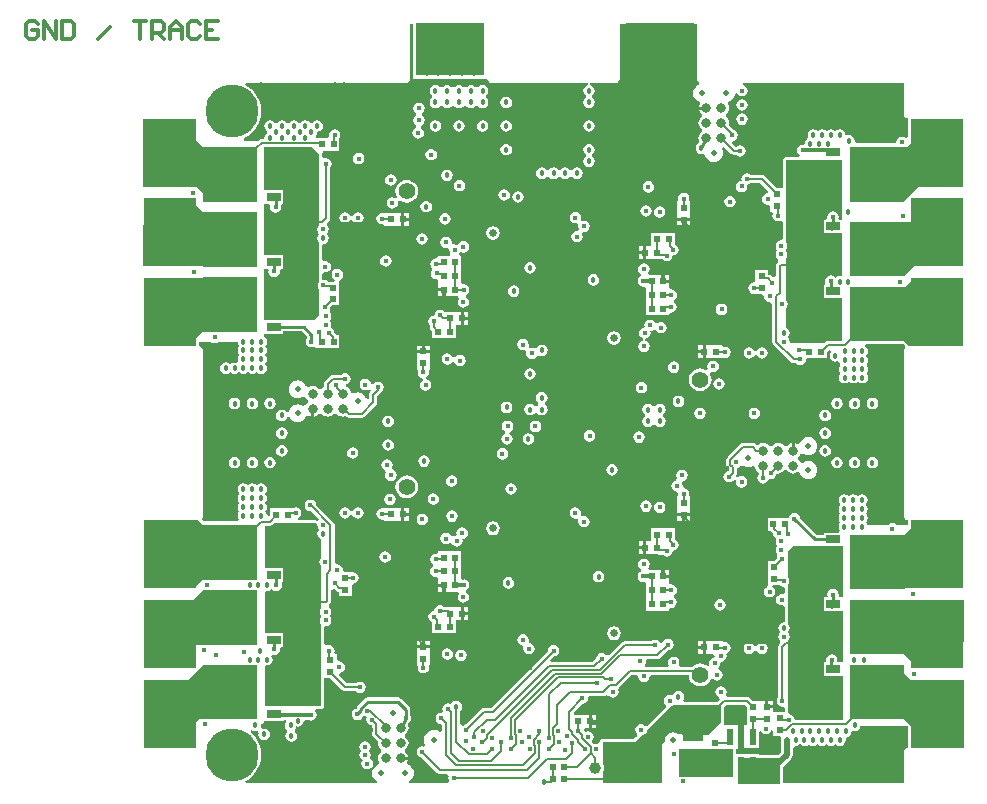
<source format=gbl>
G04*
G04 #@! TF.GenerationSoftware,Altium Limited,Altium Designer,19.1.7 (138)*
G04*
G04 Layer_Physical_Order=6*
G04 Layer_Color=16711680*
%FSLAX44Y44*%
%MOMM*%
G71*
G01*
G75*
%ADD10C,0.2540*%
%ADD12C,0.1524*%
%ADD13C,0.5000*%
%ADD14C,0.1270*%
%ADD15C,0.1778*%
%ADD16C,0.3556*%
%ADD18R,0.5000X0.6000*%
%ADD24R,0.6000X0.5000*%
%ADD29R,4.5000X5.7500*%
%ADD30R,5.7500X4.5000*%
%ADD33R,6.0000X4.0000*%
%ADD34R,4.0000X6.0000*%
%ADD36R,1.1500X0.6500*%
%ADD42R,1.4000X0.9500*%
%ADD43R,0.9500X1.4000*%
%ADD72C,0.5000*%
%ADD73C,0.3000*%
%ADD76C,0.5080*%
%ADD79C,4.5000*%
%ADD80C,1.4000*%
%ADD81C,0.4500*%
%ADD82C,0.4572*%
%ADD83C,0.6350*%
%ADD84C,0.8890*%
%ADD86R,2.5400X1.8796*%
%ADD87R,0.5588X1.4732*%
%ADD88R,1.7700X1.1000*%
%ADD89C,1.0000*%
%ADD90R,2.8900X2.9200*%
%ADD91C,0.8382*%
%ADD92R,4.6412X2.3350*%
%ADD93R,3.5448X2.1894*%
G36*
X121504Y300000D02*
X121770Y298662D01*
X122528Y297528D01*
X123434Y296923D01*
X123550Y296258D01*
X123549Y296201D01*
X123316Y295026D01*
X121911Y294444D01*
X120346Y293243D01*
X119145Y291678D01*
X118390Y289855D01*
X118133Y287899D01*
X118390Y285943D01*
X119145Y284121D01*
X120346Y282555D01*
X121911Y281354D01*
X123115Y280856D01*
X123767Y279276D01*
X123779Y278800D01*
X123621Y278594D01*
X122943Y276956D01*
X122878Y276469D01*
X129500D01*
Y273929D01*
X122878D01*
X122943Y273442D01*
X123621Y271805D01*
X124700Y270399D01*
X125324Y269920D01*
X125372Y269825D01*
Y267874D01*
X125324Y267779D01*
X124700Y267300D01*
X123621Y265894D01*
X122943Y264256D01*
X122711Y262499D01*
X122943Y260742D01*
X123621Y259105D01*
X124700Y257699D01*
X125324Y257220D01*
X125372Y257125D01*
Y255174D01*
X125324Y255079D01*
X124700Y254600D01*
X123621Y253194D01*
X122943Y251556D01*
X122711Y249799D01*
X122943Y248042D01*
X123554Y246565D01*
X123075Y245600D01*
X121771Y244729D01*
X120704Y243132D01*
X120330Y241249D01*
X120704Y239366D01*
X121771Y237770D01*
X123367Y236703D01*
X125250Y236329D01*
X126566Y236590D01*
X128148Y235800D01*
X128506Y235482D01*
X128550Y235143D01*
X129305Y233320D01*
X130506Y231755D01*
X132072Y230554D01*
X133894Y229799D01*
X135850Y229542D01*
X137806Y229799D01*
X139629Y230554D01*
X141194Y231755D01*
X142395Y233320D01*
X143151Y235143D01*
X143408Y237099D01*
X143151Y239055D01*
X142536Y240537D01*
X143153Y241923D01*
X143429Y242304D01*
X144694Y242527D01*
X150511Y236710D01*
X151561Y236008D01*
X152800Y235762D01*
X154152D01*
X154297Y235546D01*
X155881Y234487D01*
X157750Y234115D01*
X159619Y234487D01*
X161204Y235546D01*
X162262Y237130D01*
X162634Y238999D01*
X162262Y240868D01*
X161204Y242453D01*
X159619Y243511D01*
X157750Y243883D01*
X155881Y243511D01*
X154297Y242453D01*
X152890Y243488D01*
X150989Y245389D01*
X151075Y245956D01*
X151689Y247203D01*
X153119Y247487D01*
X154704Y248546D01*
X155762Y250130D01*
X156134Y251999D01*
X155762Y253868D01*
X154704Y255453D01*
X153119Y256511D01*
X152679Y256599D01*
X148693Y260585D01*
X148758Y260742D01*
X148989Y262499D01*
X148758Y264256D01*
X148080Y265894D01*
X147001Y267300D01*
X146377Y267779D01*
X146329Y267874D01*
Y269825D01*
X146377Y269920D01*
X147001Y270399D01*
X148080Y271805D01*
X148758Y273442D01*
X148989Y275199D01*
X148758Y276956D01*
X148080Y278594D01*
X147922Y278800D01*
X147934Y279276D01*
X148586Y280856D01*
X149789Y281354D01*
X151354Y282555D01*
X152555Y284120D01*
X153310Y285943D01*
X153485Y287268D01*
X155325Y287626D01*
X156047Y286546D01*
X157631Y285487D01*
X159500Y285115D01*
X161369Y285487D01*
X162954Y286546D01*
X164012Y288130D01*
X164384Y289999D01*
X164012Y291868D01*
X162954Y293453D01*
X161369Y294511D01*
X160291Y294726D01*
X160466Y296504D01*
X270000D01*
X270000Y296504D01*
X296504D01*
Y270000D01*
X296770Y268662D01*
X297528Y267528D01*
X298662Y266770D01*
X299960Y266512D01*
Y250646D01*
X299620Y250379D01*
X298182Y249859D01*
X297017Y250637D01*
X295148Y251009D01*
X293279Y250637D01*
X291695Y249579D01*
X290636Y247994D01*
X290264Y246125D01*
X289956Y245750D01*
X255974D01*
X254846Y247124D01*
X254921Y247500D01*
X254546Y249383D01*
X253479Y250979D01*
X251883Y252046D01*
X250000Y252421D01*
X249145Y252250D01*
X247883Y252433D01*
X247213Y253541D01*
X247046Y254383D01*
X245979Y255979D01*
X244383Y257046D01*
X242500Y257421D01*
X240617Y257046D01*
X240125Y256717D01*
X238750Y256101D01*
X237375Y256717D01*
X236883Y257046D01*
X235000Y257421D01*
X233117Y257046D01*
X232625Y256717D01*
X231250Y256101D01*
X229875Y256717D01*
X229383Y257046D01*
X227500Y257421D01*
X225617Y257046D01*
X225125Y256717D01*
X223750Y256101D01*
X222375Y256717D01*
X221883Y257046D01*
X220000Y257421D01*
X218117Y257046D01*
X216521Y255979D01*
X215454Y254383D01*
X215079Y252500D01*
X215318Y251299D01*
X215439Y250589D01*
X214521Y248813D01*
X214021Y248479D01*
X212954Y246883D01*
X212579Y245000D01*
X212524Y244945D01*
X210893Y244363D01*
X209131Y244012D01*
X207547Y242953D01*
X206488Y241369D01*
X206116Y239500D01*
X206488Y237631D01*
X207547Y236047D01*
X208354Y235507D01*
X207815Y233729D01*
X196596D01*
X195605Y233532D01*
X194765Y232971D01*
X194204Y232130D01*
X194007Y231139D01*
Y207397D01*
X189135D01*
X178811Y217721D01*
X177676Y218479D01*
X176338Y218745D01*
X167140D01*
X165619Y219761D01*
X163750Y220133D01*
X161881Y219761D01*
X160297Y218703D01*
X159238Y217118D01*
X158867Y215249D01*
X159172Y213713D01*
X157383Y213358D01*
X155799Y212299D01*
X154740Y210714D01*
X154368Y208846D01*
X154740Y206977D01*
X155799Y205392D01*
X157383Y204333D01*
X159252Y203962D01*
X161121Y204333D01*
X162706Y205392D01*
X163764Y206977D01*
X164136Y208846D01*
X163831Y210381D01*
X165619Y210737D01*
X167140Y211753D01*
X174890D01*
X181944Y204699D01*
X181579Y203645D01*
X181164Y202965D01*
X179487Y202631D01*
X177903Y201573D01*
X176844Y199988D01*
X176472Y198119D01*
X176844Y196250D01*
X177903Y194666D01*
X179487Y193607D01*
X181356Y193235D01*
X181912Y193346D01*
X183690Y191942D01*
Y187317D01*
X184464D01*
X184853Y186919D01*
X185639Y185539D01*
X185362Y184149D01*
X185734Y182280D01*
X186793Y180696D01*
X188377Y179637D01*
X190246Y179265D01*
X192115Y179637D01*
X192229Y179713D01*
X194007Y178762D01*
Y164295D01*
X192955Y163432D01*
X191086Y163060D01*
X189501Y162001D01*
X188443Y160417D01*
X188071Y158548D01*
X188443Y156679D01*
X188709Y156281D01*
X189547Y154703D01*
X188488Y153118D01*
X188116Y151249D01*
X188488Y149380D01*
X189547Y147796D01*
X190125Y147410D01*
X190125Y145271D01*
X190086Y145245D01*
X189044Y144203D01*
X188286Y143069D01*
X188020Y141731D01*
Y133178D01*
X186242Y131986D01*
X185311Y132171D01*
X183939Y133542D01*
X182805Y134300D01*
X181816Y134497D01*
Y137721D01*
X170736D01*
Y129166D01*
X169672Y127565D01*
X167803Y127193D01*
X166219Y126135D01*
X165160Y124550D01*
X164788Y122681D01*
X165160Y120812D01*
X166219Y119228D01*
X167803Y118169D01*
X169012Y117929D01*
X169072Y117917D01*
X169073Y117917D01*
X169672Y117797D01*
X170736Y117641D01*
X170736Y117641D01*
X176680D01*
X178139Y115863D01*
X178116Y115749D01*
X178488Y113880D01*
X179547Y112296D01*
X181131Y111237D01*
X183000Y110865D01*
X183448Y110954D01*
X185226Y109500D01*
Y76961D01*
X185492Y75623D01*
X186250Y74489D01*
X200728Y60011D01*
X201862Y59253D01*
X203200Y58987D01*
X203200Y58987D01*
X205653D01*
X207173Y57971D01*
X209042Y57599D01*
X210911Y57971D01*
X212496Y59030D01*
X213554Y60614D01*
X213926Y62483D01*
X214523Y63210D01*
X231540D01*
Y68846D01*
X233301Y70607D01*
X234298Y70468D01*
X234646Y69936D01*
X235028Y68617D01*
X234204Y67383D01*
X233829Y65500D01*
X234204Y63617D01*
X235271Y62021D01*
X236867Y60954D01*
X238750Y60580D01*
X240000Y60828D01*
X241954Y60117D01*
X242283Y59625D01*
X242899Y58250D01*
X242283Y56875D01*
X241954Y56383D01*
X241579Y54500D01*
X241954Y52617D01*
X242283Y52125D01*
X242899Y50750D01*
X242283Y49375D01*
X241954Y48883D01*
X241579Y47000D01*
X241954Y45117D01*
X243021Y43521D01*
X244617Y42454D01*
X246500Y42079D01*
X248383Y42454D01*
X248875Y42783D01*
X250250Y43399D01*
X251625Y42783D01*
X252117Y42454D01*
X254000Y42079D01*
X255883Y42454D01*
X256375Y42783D01*
X257750Y43399D01*
X259125Y42783D01*
X259617Y42454D01*
X261500Y42079D01*
X263383Y42454D01*
X264979Y43521D01*
X266046Y45117D01*
X266420Y47000D01*
X266046Y48883D01*
X265717Y49375D01*
X265101Y50750D01*
X265717Y52125D01*
X266046Y52617D01*
X266420Y54500D01*
X266046Y56383D01*
X265717Y56875D01*
X265101Y58250D01*
X265717Y59625D01*
X266046Y60117D01*
X266420Y62000D01*
X266046Y63883D01*
X264979Y65479D01*
Y66021D01*
X266046Y67617D01*
X266420Y69500D01*
X266046Y71383D01*
X264979Y72979D01*
X263868Y73722D01*
X264407Y75500D01*
X296544D01*
X297655Y74254D01*
X297528Y72472D01*
X296770Y71338D01*
X296504Y70000D01*
Y-70000D01*
X296770Y-71338D01*
X297528Y-72472D01*
X298662Y-73230D01*
X299960Y-73488D01*
Y-77500D01*
X290384D01*
X288869Y-76488D01*
X287000Y-76116D01*
X285131Y-76488D01*
X283616Y-77500D01*
X265822D01*
X265796Y-77367D01*
X265467Y-76875D01*
X264851Y-75500D01*
X265467Y-74125D01*
X265796Y-73633D01*
X266171Y-71750D01*
X265796Y-69867D01*
X265467Y-69375D01*
X264851Y-68000D01*
X265467Y-66625D01*
X265796Y-66133D01*
X266171Y-64250D01*
X265796Y-62367D01*
X264729Y-60771D01*
Y-60229D01*
X265796Y-58633D01*
X266171Y-56750D01*
X265796Y-54867D01*
X264729Y-53271D01*
X263133Y-52204D01*
X261250Y-51830D01*
X259367Y-52204D01*
X258875Y-52533D01*
X257500Y-53149D01*
X256125Y-52533D01*
X255633Y-52204D01*
X253750Y-51830D01*
X251867Y-52204D01*
X251375Y-52533D01*
X250000Y-53149D01*
X248625Y-52533D01*
X248133Y-52204D01*
X246250Y-51830D01*
X244367Y-52204D01*
X242771Y-53271D01*
X241704Y-54867D01*
X241329Y-56750D01*
X241704Y-58633D01*
X242771Y-60229D01*
Y-60771D01*
X241704Y-62367D01*
X241329Y-64250D01*
X241704Y-66133D01*
X242033Y-66625D01*
X242649Y-68000D01*
X242033Y-69375D01*
X241704Y-69867D01*
X241329Y-71750D01*
X241704Y-73633D01*
X242033Y-74125D01*
X242649Y-75500D01*
X242033Y-76875D01*
X241704Y-77367D01*
X241329Y-79250D01*
X241704Y-81133D01*
X242539Y-82382D01*
X242129Y-83629D01*
X241751Y-84160D01*
X228710D01*
Y-86065D01*
X223079D01*
X208732Y-71718D01*
X208512Y-70611D01*
X207453Y-69026D01*
X205869Y-67968D01*
X204000Y-67596D01*
X202131Y-67968D01*
X200547Y-69026D01*
X199488Y-70611D01*
X199269Y-71710D01*
X181210D01*
Y-82790D01*
X183913D01*
X184551Y-83745D01*
X185631Y-84825D01*
X185988Y-86619D01*
X187047Y-88203D01*
X187192Y-88300D01*
X188442Y-89582D01*
X188071Y-91451D01*
X188442Y-93320D01*
X188708Y-93718D01*
X189547Y-95297D01*
X188488Y-96881D01*
X188116Y-98750D01*
X188488Y-100619D01*
X189547Y-102203D01*
X189467Y-104288D01*
X189238Y-104631D01*
X188881Y-106424D01*
X187096Y-108210D01*
X181210D01*
Y-118290D01*
X181210Y-128048D01*
X181196Y-128356D01*
X180856Y-129922D01*
X179547Y-130797D01*
X178488Y-132381D01*
X178116Y-134250D01*
X178488Y-136119D01*
X179547Y-137703D01*
X181131Y-138762D01*
X183000Y-139134D01*
X184869Y-138762D01*
X186453Y-137703D01*
X187512Y-136119D01*
X187884Y-134250D01*
X187512Y-132381D01*
X186453Y-130797D01*
X185363Y-130068D01*
X185902Y-128290D01*
X191187D01*
X191297Y-128453D01*
X192881Y-129512D01*
X194750Y-129884D01*
X195910Y-130836D01*
Y-135041D01*
X194132Y-136292D01*
X193250Y-136116D01*
X191381Y-136488D01*
X189797Y-137547D01*
X188738Y-139131D01*
X188366Y-141000D01*
X188738Y-142869D01*
X189797Y-144453D01*
X191381Y-145512D01*
X193250Y-145884D01*
X194132Y-145708D01*
X195910Y-146959D01*
Y-159443D01*
X195252Y-159983D01*
X193369Y-160358D01*
X191772Y-161424D01*
X190706Y-163021D01*
X190331Y-164904D01*
X190706Y-166787D01*
X191772Y-168383D01*
X191108Y-170077D01*
X190738Y-170631D01*
X190366Y-172500D01*
X190738Y-174369D01*
X191797Y-175953D01*
X191804Y-175958D01*
X191978Y-177728D01*
X191330Y-178376D01*
X190572Y-179510D01*
X190306Y-180848D01*
Y-223433D01*
X189290Y-224953D01*
X188918Y-226822D01*
X189290Y-228691D01*
X190349Y-230275D01*
X191933Y-231334D01*
X193802Y-231706D01*
X194132Y-231640D01*
X195910Y-233099D01*
Y-236460D01*
X186210D01*
X186127Y-234716D01*
Y-233113D01*
X180587D01*
Y-231843D01*
X179317D01*
Y-226803D01*
X175047D01*
Y-226803D01*
X174705Y-226803D01*
Y-226803D01*
X168565D01*
X166040Y-224278D01*
X164906Y-223520D01*
X163568Y-223254D01*
X146924D01*
X145974Y-221476D01*
X146244Y-221071D01*
X146616Y-219202D01*
X146244Y-217333D01*
X145185Y-215749D01*
X143601Y-214690D01*
X141732Y-214318D01*
X139863Y-214690D01*
X138279Y-215749D01*
X137220Y-217333D01*
X136848Y-219202D01*
X137220Y-221071D01*
X138279Y-222655D01*
X139863Y-223714D01*
X140042Y-223750D01*
X140627Y-225679D01*
X138406Y-227899D01*
X110399Y-227899D01*
X110366Y-227866D01*
X109612Y-226121D01*
X110296Y-225097D01*
X110670Y-223214D01*
X110296Y-221331D01*
X109229Y-219734D01*
X107633Y-218668D01*
X105750Y-218293D01*
X103867Y-218668D01*
X102271Y-219734D01*
X101553Y-220808D01*
X100119Y-221988D01*
X98250Y-221616D01*
X96381Y-221988D01*
X94797Y-223047D01*
X93738Y-224631D01*
X93366Y-226500D01*
X93738Y-228369D01*
X94797Y-229953D01*
X94855Y-229993D01*
X95029Y-231762D01*
X79096Y-247696D01*
X77707Y-247559D01*
X76123Y-246500D01*
X74254Y-246128D01*
X72385Y-246500D01*
X70800Y-247559D01*
X69742Y-249143D01*
X69370Y-251012D01*
X69742Y-252881D01*
X70800Y-254466D01*
X70813Y-254599D01*
X70523Y-256330D01*
X70475Y-256387D01*
X70341Y-256521D01*
X69611Y-257613D01*
X68519Y-258343D01*
X68339Y-258523D01*
X68133Y-258660D01*
X41499D01*
X40508Y-258857D01*
X39668Y-259419D01*
X39107Y-260259D01*
X38909Y-261250D01*
Y-261709D01*
X37131Y-262842D01*
X35999Y-262617D01*
X34130Y-262989D01*
X33863Y-263167D01*
X32589Y-261893D01*
X32705Y-260716D01*
X33763Y-259132D01*
X34135Y-257263D01*
X33763Y-255394D01*
X32705Y-253809D01*
X31120Y-252750D01*
X29251Y-252379D01*
X27383Y-252750D01*
X25945Y-251572D01*
X25847Y-251113D01*
X27053Y-249540D01*
X29730D01*
Y-244000D01*
Y-238460D01*
X17761D01*
X17025Y-236682D01*
X24504Y-229203D01*
X26297Y-228846D01*
X27882Y-227787D01*
X28940Y-226203D01*
X29312Y-224334D01*
X29270Y-224121D01*
X30398Y-222746D01*
X42311D01*
X43648Y-222480D01*
X44783Y-221722D01*
X46854Y-222165D01*
X47047Y-222453D01*
X48631Y-223512D01*
X50500Y-223884D01*
X52369Y-223512D01*
X53953Y-222453D01*
X55012Y-220869D01*
X55384Y-219000D01*
X55012Y-217131D01*
X54860Y-216903D01*
X55079Y-215804D01*
X65815Y-205067D01*
X71101D01*
X71866Y-206000D01*
X72238Y-207869D01*
X73297Y-209453D01*
X74881Y-210512D01*
X76750Y-210884D01*
X78619Y-210512D01*
X80203Y-209453D01*
X81262Y-207869D01*
X81634Y-206000D01*
X82399Y-205067D01*
X114684D01*
X114958Y-207144D01*
X115919Y-209465D01*
X117448Y-211458D01*
X119441Y-212987D01*
X121762Y-213948D01*
X124252Y-214276D01*
X126742Y-213948D01*
X129063Y-212987D01*
X131056Y-211458D01*
X132585Y-209465D01*
X132961Y-208557D01*
X134967Y-208360D01*
X134977Y-208374D01*
X136561Y-209432D01*
X138430Y-209804D01*
X140299Y-209432D01*
X141883Y-208374D01*
X142942Y-206789D01*
X143314Y-204920D01*
X142942Y-203051D01*
X141883Y-201467D01*
X140299Y-200408D01*
X139956Y-200340D01*
X139581Y-198452D01*
X139953Y-198203D01*
X141012Y-196619D01*
X141384Y-194750D01*
X142928Y-193400D01*
X143619Y-193262D01*
X145203Y-192203D01*
X146262Y-190619D01*
X146634Y-188750D01*
X146262Y-186881D01*
X146508Y-186288D01*
X147121Y-186166D01*
X148705Y-185107D01*
X149764Y-183523D01*
X150136Y-181654D01*
X149764Y-179785D01*
X148705Y-178200D01*
X147121Y-177142D01*
X145252Y-176770D01*
X144318Y-176956D01*
X142540Y-175729D01*
Y-175710D01*
X128770D01*
Y-181250D01*
Y-186790D01*
X135443D01*
X136902Y-188568D01*
X136866Y-188750D01*
X135322Y-190100D01*
X134631Y-190238D01*
X133047Y-191297D01*
X131988Y-192881D01*
X131616Y-194750D01*
X131919Y-196270D01*
X131007Y-197122D01*
X130468Y-197398D01*
X129063Y-196320D01*
X126742Y-195359D01*
X124252Y-195031D01*
X121762Y-195359D01*
X119441Y-196320D01*
X117448Y-197850D01*
X117275Y-198075D01*
X107032D01*
X106081Y-196297D01*
X106264Y-196023D01*
X106636Y-194154D01*
X106264Y-192285D01*
X105205Y-190701D01*
X103621Y-189642D01*
X101752Y-189270D01*
X99883Y-189642D01*
X98299Y-190701D01*
X97240Y-192285D01*
X96868Y-194154D01*
X97240Y-196023D01*
X97423Y-196297D01*
X96473Y-198075D01*
X77745D01*
X77259Y-197081D01*
X77068Y-196297D01*
X78016Y-194878D01*
X78387Y-193009D01*
X78381Y-192979D01*
X79509Y-191604D01*
X87642D01*
X88980Y-191338D01*
X90114Y-190580D01*
X96826Y-183869D01*
X98619Y-183512D01*
X100203Y-182453D01*
X101262Y-180869D01*
X101634Y-179000D01*
X101262Y-177131D01*
X100203Y-175547D01*
X98619Y-174488D01*
X96750Y-174116D01*
X94881Y-174488D01*
X93297Y-175547D01*
X92238Y-177131D01*
X92195Y-177344D01*
X91372Y-177560D01*
X90345Y-177532D01*
X89455Y-176200D01*
X87871Y-175142D01*
X86002Y-174770D01*
X84133Y-175142D01*
X82613Y-176157D01*
X60181D01*
X60181Y-176157D01*
X58843Y-176424D01*
X57709Y-177181D01*
X46741Y-188149D01*
X44454Y-187922D01*
X44203Y-187547D01*
X42619Y-186488D01*
X40750Y-186116D01*
X38881Y-186488D01*
X37297Y-187547D01*
X36238Y-189131D01*
X35881Y-190924D01*
X32850Y-193956D01*
X-1867D01*
X-2604Y-192178D01*
X549Y-189025D01*
X1869Y-188762D01*
X3453Y-187703D01*
X4512Y-186119D01*
X4884Y-184250D01*
X4512Y-182381D01*
X3453Y-180797D01*
X1869Y-179738D01*
X0Y-179366D01*
X-1869Y-179738D01*
X-3453Y-180797D01*
X-4512Y-182381D01*
X-4884Y-184250D01*
X-4831Y-184516D01*
X-53069Y-232754D01*
X-59000D01*
X-60338Y-233020D01*
X-61472Y-233778D01*
X-61472Y-233778D01*
X-74326Y-246631D01*
X-76119Y-246988D01*
X-76980Y-247563D01*
X-78758Y-246668D01*
Y-234950D01*
X-77708Y-233379D01*
X-77333Y-231496D01*
X-77708Y-229613D01*
X-78775Y-228017D01*
X-80371Y-226950D01*
X-82254Y-226575D01*
X-84137Y-226950D01*
X-85733Y-228017D01*
X-86691Y-229449D01*
X-87381Y-228988D01*
X-89250Y-228616D01*
X-91119Y-228988D01*
X-92703Y-230047D01*
X-93762Y-231631D01*
X-94134Y-233500D01*
X-93828Y-235036D01*
X-94624Y-236238D01*
X-95000Y-236616D01*
X-96869Y-236988D01*
X-98453Y-238047D01*
X-99512Y-239631D01*
X-99884Y-241500D01*
X-99512Y-243369D01*
X-98453Y-244953D01*
X-96869Y-246012D01*
X-95076Y-246369D01*
X-94308Y-247136D01*
Y-252131D01*
X-96086Y-253008D01*
X-96694Y-252541D01*
X-98771Y-251681D01*
X-101001Y-251387D01*
X-103230Y-251681D01*
X-105308Y-252541D01*
X-107092Y-253910D01*
X-108461Y-255694D01*
X-109321Y-257771D01*
X-109614Y-260001D01*
X-109321Y-262230D01*
X-108659Y-263827D01*
X-109513Y-265069D01*
X-109885Y-265338D01*
X-111000Y-265116D01*
X-112869Y-265488D01*
X-114453Y-266547D01*
X-115512Y-268131D01*
X-115884Y-270000D01*
X-115512Y-271869D01*
X-114453Y-273453D01*
X-112869Y-274512D01*
X-111076Y-274869D01*
X-98472Y-287472D01*
X-97338Y-288230D01*
X-96000Y-288496D01*
X-89808D01*
X-88812Y-290053D01*
X-88791Y-290274D01*
X-89134Y-292000D01*
X-88762Y-293869D01*
X-88189Y-294726D01*
X-89088Y-296504D01*
X-122235D01*
X-122589Y-294726D01*
X-121911Y-294445D01*
X-120346Y-293244D01*
X-119145Y-291679D01*
X-118390Y-289856D01*
X-118132Y-287900D01*
X-118390Y-285944D01*
X-119145Y-284121D01*
X-120346Y-282556D01*
X-121911Y-281355D01*
X-123115Y-280856D01*
X-123767Y-279277D01*
X-123779Y-278801D01*
X-123621Y-278595D01*
X-122942Y-276957D01*
X-122878Y-276470D01*
X-129500D01*
Y-273930D01*
X-122878D01*
X-122942Y-273443D01*
X-123621Y-271805D01*
X-124699Y-270399D01*
X-125323Y-269921D01*
X-125372Y-269825D01*
X-125372Y-267875D01*
X-125323Y-267779D01*
X-124699Y-267301D01*
X-123621Y-265895D01*
X-122942Y-264257D01*
X-122711Y-262500D01*
X-122942Y-260743D01*
X-123621Y-259105D01*
X-124699Y-257699D01*
X-125323Y-257221D01*
X-125372Y-257125D01*
X-125372Y-255175D01*
X-125323Y-255079D01*
X-124699Y-254601D01*
X-123621Y-253195D01*
X-122942Y-251557D01*
X-122711Y-249800D01*
X-122942Y-248043D01*
X-123554Y-246566D01*
X-123074Y-245600D01*
X-121771Y-244729D01*
X-120704Y-243133D01*
X-120330Y-241250D01*
X-120704Y-239367D01*
X-121365Y-238377D01*
Y-234000D01*
X-121661Y-232513D01*
X-122503Y-231253D01*
X-128926Y-224830D01*
X-130186Y-223988D01*
X-131673Y-223692D01*
X-157308D01*
X-158795Y-223988D01*
X-160055Y-224830D01*
X-165493Y-230269D01*
X-166335Y-231529D01*
X-166530Y-232506D01*
X-167423Y-233399D01*
X-167869Y-233488D01*
X-169453Y-234547D01*
X-170512Y-236131D01*
X-170884Y-238000D01*
X-170512Y-239869D01*
X-169453Y-241453D01*
X-167869Y-242512D01*
X-166000Y-242884D01*
X-164131Y-242512D01*
X-162547Y-241453D01*
X-161488Y-239869D01*
X-160127Y-239305D01*
X-159805Y-239520D01*
X-159675Y-239546D01*
X-158262Y-240631D01*
X-158429Y-241469D01*
X-158634Y-242500D01*
X-158262Y-244369D01*
X-157203Y-245953D01*
X-155619Y-247012D01*
X-153750Y-247384D01*
X-153504Y-247586D01*
Y-254433D01*
X-153258Y-255672D01*
X-152556Y-256722D01*
X-148693Y-260585D01*
X-148758Y-260743D01*
X-148989Y-262500D01*
X-148758Y-264257D01*
X-148080Y-265895D01*
X-147001Y-267301D01*
X-146377Y-267779D01*
X-146328Y-267875D01*
Y-269825D01*
X-146377Y-269921D01*
X-147001Y-270399D01*
X-148080Y-271805D01*
X-148758Y-273443D01*
X-148989Y-275200D01*
X-148758Y-276957D01*
X-148080Y-278595D01*
X-147921Y-278801D01*
X-147933Y-279277D01*
X-148585Y-280856D01*
X-149789Y-281355D01*
X-151354Y-282556D01*
X-152555Y-284121D01*
X-153310Y-285944D01*
X-153568Y-287900D01*
X-153310Y-289856D01*
X-152555Y-291679D01*
X-151354Y-293244D01*
X-149789Y-294445D01*
X-149111Y-294726D01*
X-149465Y-296504D01*
X-260518Y-296504D01*
X-260963Y-294726D01*
X-258521Y-293421D01*
X-254708Y-290292D01*
X-251579Y-286479D01*
X-249254Y-282129D01*
X-247822Y-277409D01*
X-247339Y-272500D01*
X-247822Y-267591D01*
X-249254Y-262871D01*
X-251579Y-258521D01*
X-254708Y-254708D01*
X-256105Y-253562D01*
X-255751Y-251552D01*
X-255339Y-251407D01*
X-254383Y-252046D01*
X-252500Y-252421D01*
X-251023Y-252127D01*
X-250339Y-252585D01*
X-250085Y-252839D01*
X-249627Y-253523D01*
X-249921Y-255000D01*
X-249546Y-256883D01*
X-248479Y-258479D01*
X-246883Y-259546D01*
X-245000Y-259921D01*
X-243117Y-259546D01*
X-241521Y-258479D01*
X-240454Y-256883D01*
X-240079Y-255000D01*
X-240454Y-253117D01*
X-241521Y-251521D01*
X-243117Y-250454D01*
X-245000Y-250079D01*
X-246477Y-250373D01*
X-247161Y-249915D01*
X-247415Y-249661D01*
X-247873Y-248977D01*
X-247579Y-247500D01*
X-247784Y-246471D01*
X-245000Y-245250D01*
Y-243840D01*
X-228710D01*
Y-243840D01*
X-227499Y-242701D01*
X-226932Y-242736D01*
X-226685Y-243069D01*
X-226231Y-244397D01*
X-227046Y-245617D01*
X-227421Y-247500D01*
X-227046Y-249383D01*
X-225985Y-250970D01*
X-225479Y-251752D01*
Y-252771D01*
X-226546Y-254367D01*
X-226921Y-256250D01*
X-226546Y-258133D01*
X-225479Y-259729D01*
X-223883Y-260796D01*
X-222000Y-261171D01*
X-220117Y-260796D01*
X-218521Y-259729D01*
X-217454Y-258133D01*
X-217079Y-256250D01*
X-217454Y-254367D01*
X-218515Y-252780D01*
X-219021Y-251998D01*
Y-250979D01*
X-217954Y-249383D01*
X-217753Y-248372D01*
X-216250Y-248671D01*
X-214367Y-248296D01*
X-212771Y-247229D01*
X-211704Y-245633D01*
X-211329Y-243750D01*
X-210401Y-242619D01*
X-207957D01*
X-207369Y-243012D01*
X-205500Y-243384D01*
X-203631Y-243012D01*
X-202047Y-241953D01*
X-200988Y-240369D01*
X-200616Y-238500D01*
X-200988Y-236631D01*
X-201738Y-235508D01*
X-201154Y-233973D01*
X-200951Y-233730D01*
X-196596D01*
X-195605Y-233533D01*
X-194765Y-232971D01*
X-194203Y-232131D01*
X-194006Y-231140D01*
Y-207398D01*
X-189134D01*
X-178810Y-217722D01*
X-178810Y-217722D01*
X-177676Y-218480D01*
X-176338Y-218746D01*
X-167139D01*
X-165619Y-219762D01*
X-163750Y-220134D01*
X-161881Y-219762D01*
X-160297Y-218703D01*
X-159238Y-217119D01*
X-158866Y-215250D01*
X-159238Y-213381D01*
X-160297Y-211797D01*
X-161881Y-210738D01*
X-163750Y-210366D01*
X-165619Y-210738D01*
X-167139Y-211754D01*
X-174890D01*
X-181944Y-204700D01*
X-181579Y-203646D01*
X-181164Y-202966D01*
X-179487Y-202632D01*
X-177903Y-201573D01*
X-176844Y-199989D01*
X-176472Y-198120D01*
X-176844Y-196251D01*
X-177903Y-194667D01*
X-179487Y-193608D01*
X-181356Y-193236D01*
X-181912Y-193347D01*
X-183690Y-191943D01*
Y-187318D01*
X-184464D01*
X-184853Y-186920D01*
X-185639Y-185540D01*
X-185362Y-184150D01*
X-185734Y-182281D01*
X-186793Y-180697D01*
X-188377Y-179638D01*
X-190246Y-179266D01*
X-192115Y-179638D01*
X-192228Y-179714D01*
X-194006Y-178763D01*
Y-164296D01*
X-192954Y-163433D01*
X-191085Y-163061D01*
X-189501Y-162002D01*
X-188442Y-160418D01*
X-188071Y-158549D01*
X-188442Y-156680D01*
X-188708Y-156282D01*
X-189424Y-154934D01*
X-188726Y-153475D01*
X-188488Y-153119D01*
X-188116Y-151250D01*
X-188488Y-149381D01*
X-189547Y-147797D01*
X-190125Y-147410D01*
X-190125Y-145272D01*
X-190085Y-145246D01*
X-189044Y-144204D01*
X-188286Y-143070D01*
X-188020Y-141732D01*
Y-133179D01*
X-186242Y-131987D01*
X-185310Y-132172D01*
X-183939Y-133543D01*
X-183939Y-133543D01*
X-182805Y-134301D01*
X-181816Y-134498D01*
Y-137722D01*
X-170736D01*
Y-129167D01*
X-169672Y-127566D01*
X-167803Y-127194D01*
X-166219Y-126135D01*
X-165160Y-124551D01*
X-164788Y-122682D01*
X-165160Y-120813D01*
X-166219Y-119229D01*
X-167803Y-118170D01*
X-169012Y-117929D01*
X-169072Y-117917D01*
X-169073Y-117917D01*
X-169672Y-117798D01*
X-170736Y-117642D01*
X-170736Y-117642D01*
X-176680D01*
X-178139Y-115864D01*
X-178116Y-115750D01*
X-178488Y-113881D01*
X-179547Y-112296D01*
X-181131Y-111238D01*
X-183000Y-110866D01*
X-183547Y-110975D01*
X-185325Y-109567D01*
Y-77665D01*
X-185591Y-76328D01*
X-186349Y-75193D01*
X-201009Y-60533D01*
X-201238Y-59381D01*
X-202297Y-57797D01*
X-203881Y-56738D01*
X-205750Y-56366D01*
X-207619Y-56738D01*
X-209203Y-57797D01*
X-210262Y-59381D01*
X-210634Y-61250D01*
X-210262Y-63119D01*
X-209203Y-64703D01*
X-207619Y-65762D01*
X-205750Y-66134D01*
X-205372Y-66059D01*
X-198660Y-72771D01*
X-199706Y-74170D01*
X-199829Y-74133D01*
X-199936Y-74061D01*
X-200309Y-73987D01*
X-200673Y-73877D01*
X-200801Y-73889D01*
X-200927Y-73864D01*
X-215822D01*
X-216054Y-73200D01*
X-216118Y-72086D01*
X-214797Y-71203D01*
X-213738Y-69619D01*
X-213366Y-67750D01*
X-213738Y-65881D01*
X-214797Y-64297D01*
X-216381Y-63238D01*
X-218250Y-62866D01*
X-220119Y-63238D01*
X-220427Y-63444D01*
X-240040D01*
Y-68939D01*
X-240985Y-69745D01*
X-242775Y-69014D01*
X-242954Y-68117D01*
X-243283Y-67625D01*
X-243899Y-66250D01*
X-243283Y-64875D01*
X-242954Y-64383D01*
X-242579Y-62500D01*
X-242954Y-60617D01*
X-243283Y-60125D01*
X-243899Y-58750D01*
X-243283Y-57375D01*
X-242954Y-56883D01*
X-242579Y-55000D01*
X-242954Y-53117D01*
X-244021Y-51521D01*
Y-50979D01*
X-242954Y-49383D01*
X-242579Y-47500D01*
X-242954Y-45617D01*
X-244021Y-44021D01*
X-245617Y-42954D01*
X-247500Y-42579D01*
X-249383Y-42954D01*
X-249875Y-43283D01*
X-251250Y-43899D01*
X-252625Y-43283D01*
X-253117Y-42954D01*
X-255000Y-42579D01*
X-256883Y-42954D01*
X-257375Y-43283D01*
X-258750Y-43899D01*
X-260125Y-43283D01*
X-260617Y-42954D01*
X-262500Y-42579D01*
X-264383Y-42954D01*
X-265979Y-44021D01*
X-267046Y-45617D01*
X-267421Y-47500D01*
X-267046Y-49383D01*
X-265979Y-50979D01*
Y-51521D01*
X-267046Y-53117D01*
X-267421Y-55000D01*
X-267046Y-56883D01*
X-266717Y-57375D01*
X-266101Y-58750D01*
X-266717Y-60125D01*
X-267046Y-60617D01*
X-267421Y-62500D01*
X-267046Y-64383D01*
X-266717Y-64875D01*
X-266101Y-66250D01*
X-266717Y-67625D01*
X-267046Y-68117D01*
X-267421Y-70000D01*
X-267046Y-71883D01*
X-266485Y-72722D01*
X-267409Y-74500D01*
X-296960D01*
X-297802Y-72904D01*
X-297703Y-72589D01*
X-297528Y-72472D01*
X-296770Y-71338D01*
X-296504Y-70000D01*
Y70000D01*
X-296770Y71338D01*
X-297528Y72472D01*
X-298662Y73230D01*
X-299960Y73488D01*
Y77500D01*
X-290384D01*
X-288869Y76488D01*
X-287000Y76116D01*
X-285131Y76488D01*
X-283616Y77500D01*
X-267421D01*
X-267046Y75617D01*
X-265979Y74021D01*
Y73479D01*
X-267046Y71883D01*
X-267421Y70000D01*
X-267046Y68117D01*
X-266717Y67625D01*
X-266101Y66250D01*
X-266717Y64875D01*
X-267046Y64383D01*
X-267421Y62500D01*
X-267127Y61023D01*
X-267585Y60339D01*
X-267839Y60085D01*
X-268523Y59627D01*
X-270000Y59921D01*
X-271883Y59546D01*
X-272375Y59217D01*
X-273750Y58601D01*
X-275125Y59217D01*
X-275617Y59546D01*
X-277500Y59921D01*
X-279383Y59546D01*
X-280979Y58479D01*
X-282046Y56883D01*
X-282421Y55000D01*
X-282046Y53117D01*
X-280979Y51521D01*
X-279383Y50454D01*
X-277500Y50079D01*
X-275617Y50454D01*
X-275125Y50783D01*
X-273750Y51399D01*
X-272375Y50783D01*
X-271883Y50454D01*
X-270000Y50079D01*
X-268117Y50454D01*
X-267625Y50783D01*
X-266250Y51399D01*
X-264875Y50783D01*
X-264383Y50454D01*
X-262500Y50079D01*
X-260617Y50454D01*
X-260125Y50783D01*
X-258750Y51399D01*
X-257375Y50783D01*
X-256883Y50454D01*
X-255000Y50079D01*
X-253117Y50454D01*
X-252625Y50783D01*
X-251250Y51399D01*
X-249875Y50783D01*
X-249383Y50454D01*
X-247500Y50079D01*
X-245617Y50454D01*
X-244021Y51521D01*
X-242954Y53117D01*
X-242579Y55000D01*
X-242954Y56883D01*
X-243283Y57375D01*
X-243899Y58750D01*
X-243283Y60125D01*
X-242954Y60617D01*
X-242579Y62500D01*
X-242954Y64383D01*
X-243283Y64875D01*
X-243899Y66250D01*
X-243283Y67625D01*
X-242954Y68117D01*
X-242579Y70000D01*
X-242954Y71883D01*
X-244021Y73479D01*
Y74021D01*
X-242954Y75617D01*
X-242579Y77500D01*
X-242954Y79383D01*
X-244021Y80979D01*
X-245000Y81634D01*
Y84160D01*
X-228710D01*
Y86065D01*
X-213059D01*
X-208885Y81891D01*
Y80308D01*
X-209512Y79369D01*
X-209884Y77500D01*
X-209512Y75631D01*
X-208453Y74047D01*
X-206869Y72988D01*
X-205000Y72616D01*
X-203131Y72988D01*
X-203068Y73030D01*
X-201290Y72080D01*
Y71710D01*
X-181210D01*
Y82790D01*
X-183913D01*
X-184551Y83745D01*
X-185631Y84826D01*
X-185988Y86619D01*
X-187047Y88203D01*
X-187192Y88300D01*
X-188442Y89582D01*
X-188071Y91451D01*
X-188442Y93320D01*
X-188708Y93718D01*
X-189547Y95297D01*
X-188488Y96881D01*
X-188116Y98750D01*
X-188488Y100619D01*
X-189547Y102203D01*
X-189467Y104289D01*
X-189238Y104631D01*
X-188881Y106424D01*
X-187096Y108210D01*
X-181210D01*
Y118210D01*
X-181210Y128048D01*
X-181196Y128357D01*
X-180856Y129922D01*
X-179547Y130797D01*
X-178488Y132381D01*
X-178116Y134250D01*
X-178488Y136119D01*
X-179547Y137703D01*
X-181131Y138762D01*
X-183000Y139134D01*
X-184869Y138762D01*
X-186453Y137703D01*
X-187512Y136119D01*
X-187884Y134250D01*
X-187512Y132381D01*
X-186453Y130797D01*
X-185363Y130068D01*
X-185902Y128290D01*
X-191187D01*
X-191297Y128453D01*
X-192881Y129512D01*
X-194750Y129884D01*
X-195910Y130836D01*
Y135041D01*
X-194132Y136292D01*
X-193250Y136116D01*
X-191381Y136488D01*
X-189797Y137547D01*
X-188738Y139131D01*
X-188366Y141000D01*
X-188738Y142869D01*
X-189797Y144453D01*
X-191381Y145512D01*
X-193250Y145884D01*
X-194132Y145708D01*
X-195910Y146959D01*
Y159443D01*
X-195252Y159983D01*
X-193369Y160358D01*
X-191772Y161424D01*
X-190706Y163021D01*
X-190331Y164904D01*
X-190706Y166787D01*
X-191772Y168383D01*
X-191108Y170077D01*
X-190738Y170631D01*
X-190366Y172500D01*
X-190738Y174369D01*
X-191797Y175953D01*
X-191959Y177597D01*
X-190278Y179278D01*
X-189520Y180412D01*
X-189254Y181750D01*
Y224611D01*
X-188238Y226131D01*
X-187866Y228000D01*
X-188238Y229869D01*
X-189297Y231453D01*
X-190881Y232512D01*
X-192750Y232884D01*
X-194132Y232609D01*
X-195910Y233625D01*
Y236500D01*
X-196046Y237182D01*
X-195438Y238341D01*
X-194950Y238960D01*
X-181210D01*
Y249675D01*
X-180738Y250381D01*
X-180366Y252250D01*
X-180738Y254119D01*
X-181797Y255703D01*
X-183381Y256762D01*
X-185250Y257134D01*
X-187119Y256762D01*
X-188703Y255703D01*
X-189762Y254119D01*
X-190134Y252250D01*
X-190048Y251818D01*
X-191507Y250040D01*
X-200536D01*
X-200999Y250737D01*
X-201334Y251800D01*
X-200454Y253117D01*
X-200079Y255000D01*
X-198348Y255408D01*
X-198117Y255454D01*
X-196521Y256521D01*
X-195454Y258117D01*
X-195079Y260000D01*
X-195454Y261883D01*
X-196521Y263479D01*
X-198117Y264546D01*
X-200000Y264921D01*
X-201883Y264546D01*
X-203479Y263479D01*
X-203955Y262767D01*
X-206045D01*
X-206521Y263479D01*
X-208117Y264546D01*
X-210000Y264921D01*
X-211883Y264546D01*
X-213479Y263479D01*
X-213955Y262767D01*
X-216045D01*
X-216521Y263479D01*
X-218117Y264546D01*
X-220000Y264921D01*
X-221883Y264546D01*
X-223479Y263479D01*
X-223955Y262767D01*
X-226045D01*
X-226521Y263479D01*
X-228117Y264546D01*
X-230000Y264921D01*
X-231883Y264546D01*
X-233479Y263479D01*
X-233955Y262767D01*
X-236045D01*
X-236521Y263479D01*
X-238117Y264546D01*
X-240000Y264921D01*
X-241883Y264546D01*
X-243479Y263479D01*
X-244546Y261883D01*
X-244921Y260000D01*
X-244546Y258117D01*
X-243479Y256521D01*
X-242767Y256045D01*
Y253955D01*
X-243479Y253479D01*
X-244546Y251883D01*
X-244921Y250000D01*
X-245699Y249051D01*
X-247195D01*
X-247195Y249051D01*
X-248533Y248785D01*
X-249667Y248027D01*
X-249667Y248027D01*
X-249944Y247750D01*
X-261914D01*
X-262359Y249528D01*
X-258521Y251579D01*
X-254708Y254708D01*
X-251579Y258521D01*
X-249254Y262871D01*
X-247822Y267591D01*
X-247339Y272500D01*
X-247822Y277409D01*
X-249254Y282129D01*
X-251579Y286479D01*
X-254708Y290292D01*
X-258521Y293421D01*
X-260963Y294726D01*
X-260518Y296504D01*
X-125000D01*
X-123662Y296770D01*
X-122528Y297528D01*
X-121770Y298662D01*
X-121504Y300000D01*
Y346504D01*
X-118790D01*
Y299960D01*
X-56210D01*
X-55730Y298662D01*
X-54972Y297528D01*
X-53838Y296770D01*
X-52500Y296504D01*
X28846D01*
X29021Y294726D01*
X28117Y294546D01*
X26521Y293479D01*
X25454Y291883D01*
X25080Y290000D01*
X25454Y288117D01*
X26521Y286521D01*
X27233Y286045D01*
Y283955D01*
X26521Y283479D01*
X25454Y281883D01*
X25080Y280000D01*
X25454Y278117D01*
X26521Y276521D01*
X28117Y275454D01*
X30000Y275079D01*
X31883Y275454D01*
X33479Y276521D01*
X34546Y278117D01*
X34920Y280000D01*
X34546Y281883D01*
X33479Y283479D01*
X32767Y283955D01*
Y286045D01*
X33479Y286521D01*
X34546Y288117D01*
X34920Y290000D01*
X34546Y291883D01*
X33479Y293479D01*
X31883Y294546D01*
X30979Y294726D01*
X31154Y296504D01*
X52500D01*
X53838Y296770D01*
X54972Y297528D01*
X55730Y298662D01*
X55996Y300000D01*
Y346504D01*
X121504D01*
Y300000D01*
D02*
G37*
G36*
X-302500Y247750D02*
X-296750Y242000D01*
X-250750Y242000D01*
X-250750Y196000D01*
X-296750Y196000D01*
X-296750Y203250D01*
X-302250Y208750D01*
X-347500D01*
Y266250D01*
X-302500D01*
Y247750D01*
D02*
G37*
G36*
X325000Y208749D02*
X308800D01*
X296750Y196699D01*
Y195999D01*
X250750Y195999D01*
X250750Y241999D01*
X299500D01*
X305000Y247499D01*
X315000D01*
X325000Y208749D01*
D02*
G37*
G36*
X-201290Y239290D02*
Y238960D01*
X-200960D01*
X-198500Y236500D01*
Y176089D01*
X-198703Y175953D01*
X-199762Y174369D01*
X-200134Y172500D01*
X-199762Y170631D01*
X-199085Y169618D01*
X-198731Y168383D01*
X-199798Y166787D01*
X-200172Y164904D01*
X-199798Y163021D01*
X-198731Y161424D01*
X-198500Y161270D01*
Y128010D01*
X-199262Y126869D01*
X-199634Y125000D01*
X-199262Y123131D01*
X-198500Y121990D01*
Y107173D01*
X-198634Y106500D01*
X-198500Y105827D01*
Y100000D01*
X-202750Y95750D01*
X-245000D01*
Y139160D01*
X-242229D01*
X-241207Y137890D01*
X-241384Y137000D01*
X-241012Y135131D01*
X-239953Y133547D01*
X-238369Y132488D01*
X-236500Y132116D01*
X-234631Y132488D01*
X-233047Y133547D01*
X-231988Y135131D01*
X-231616Y137000D01*
X-231793Y137890D01*
X-230771Y139160D01*
X-228710D01*
Y150740D01*
X-234361D01*
X-234973Y150862D01*
X-235585Y150740D01*
X-245000D01*
Y194160D01*
X-240609D01*
X-239814Y192890D01*
X-240088Y191516D01*
X-239716Y189647D01*
X-238657Y188063D01*
X-237073Y187004D01*
X-235204Y186632D01*
X-233335Y187004D01*
X-231751Y188063D01*
X-230692Y189647D01*
X-230320Y191516D01*
X-230593Y192890D01*
X-229799Y194160D01*
X-228710D01*
Y205740D01*
X-245000D01*
Y242059D01*
X-204059D01*
X-201290Y239290D01*
D02*
G37*
G36*
X244602Y187365D02*
X244580Y187250D01*
X244602Y187135D01*
Y180839D01*
X242229D01*
X241207Y182109D01*
X241384Y182999D01*
X241012Y184868D01*
X239954Y186453D01*
X238369Y187511D01*
X236500Y187883D01*
X234631Y187511D01*
X233047Y186453D01*
X231988Y184868D01*
X231616Y182999D01*
X231794Y182109D01*
X230772Y180839D01*
X228710D01*
Y169259D01*
X234361D01*
X234973Y169137D01*
X235585Y169259D01*
X244602D01*
Y133894D01*
X243332Y132955D01*
X242250Y133170D01*
X240367Y132796D01*
X238771Y131729D01*
X238258Y132121D01*
X238204Y132203D01*
X236619Y133261D01*
X234750Y133633D01*
X232881Y133261D01*
X231297Y132203D01*
X230238Y130618D01*
X229867Y128749D01*
X230193Y127109D01*
X229749Y126268D01*
X229406Y125839D01*
X228710D01*
Y114259D01*
X244602D01*
Y77918D01*
X232172D01*
X230834Y77652D01*
X229700Y76894D01*
X229700Y76894D01*
X229259Y76453D01*
X200927D01*
X200121Y77435D01*
X200134Y77499D01*
X199762Y79368D01*
X199111Y80343D01*
X198732Y81616D01*
X199798Y83212D01*
X200173Y85096D01*
X199798Y86979D01*
X198732Y88575D01*
X197135Y89642D01*
X196596Y89749D01*
Y105474D01*
X196704Y105546D01*
X197762Y107130D01*
X198134Y108999D01*
X197762Y110868D01*
X196704Y112453D01*
X196596Y112524D01*
Y148009D01*
X197512Y149380D01*
X197884Y151249D01*
X197512Y153118D01*
X196596Y154489D01*
Y155376D01*
X197467Y156679D01*
X197839Y158548D01*
X197467Y160417D01*
X196596Y161720D01*
Y231139D01*
X244602D01*
Y187365D01*
D02*
G37*
G36*
X-302500Y192750D02*
X-296750Y187000D01*
Y187000D01*
X-250750Y187000D01*
X-250750Y141000D01*
X-296750D01*
Y141700D01*
X-297200Y141250D01*
X-347500D01*
Y176250D01*
X-325000Y198750D01*
X-302500D01*
X-302500Y192750D01*
D02*
G37*
G36*
X325000Y179999D02*
Y141249D01*
X305000D01*
X296750Y132999D01*
X250750Y132999D01*
X250750Y178999D01*
X304000D01*
X315000Y189999D01*
X325000Y179999D01*
D02*
G37*
G36*
Y73749D02*
X301000D01*
X296750Y77999D01*
X250750D01*
X250750Y123999D01*
X296750Y123999D01*
X297450D01*
X302500Y129049D01*
Y131249D01*
X325000D01*
Y73749D01*
D02*
G37*
G36*
X-250750Y86000D02*
X-296750Y86000D01*
X-302500Y80250D01*
Y73750D01*
X-311750D01*
X-329000Y91000D01*
Y127250D01*
X-325000Y131250D01*
X-297500D01*
X-296750Y132000D01*
X-250750D01*
X-250750Y86000D01*
D02*
G37*
G36*
X329000Y-91000D02*
Y-127250D01*
X325000Y-131250D01*
X297500D01*
X296750Y-132000D01*
X250750D01*
X250750Y-86000D01*
X296750Y-86000D01*
X302500Y-80250D01*
Y-73750D01*
X311750D01*
X329000Y-91000D01*
D02*
G37*
G36*
X-296750Y-78000D02*
X-250750D01*
X-250750Y-124000D01*
X-296750Y-124000D01*
X-297450D01*
X-302500Y-129050D01*
Y-131250D01*
X-325000D01*
Y-73750D01*
X-301000D01*
X-296750Y-78000D01*
D02*
G37*
G36*
X-200121Y-77436D02*
X-200134Y-77500D01*
X-199762Y-79369D01*
X-199111Y-80343D01*
X-198731Y-81617D01*
X-199798Y-83213D01*
X-200172Y-85096D01*
X-199798Y-86979D01*
X-198731Y-88575D01*
X-197135Y-89642D01*
X-196596Y-89749D01*
Y-105475D01*
X-196703Y-105547D01*
X-197762Y-107131D01*
X-198134Y-109000D01*
X-197762Y-110869D01*
X-196703Y-112453D01*
X-196596Y-112525D01*
Y-148010D01*
X-197512Y-149381D01*
X-197884Y-151250D01*
X-197512Y-153119D01*
X-196596Y-154490D01*
Y-155377D01*
X-197467Y-156680D01*
X-197838Y-158549D01*
X-197467Y-160418D01*
X-196596Y-161720D01*
Y-231140D01*
X-244602D01*
Y-197303D01*
X-243620Y-196497D01*
X-242750Y-196670D01*
X-240867Y-196296D01*
X-239271Y-195229D01*
X-238204Y-193633D01*
X-237829Y-191750D01*
X-238204Y-189867D01*
X-239072Y-188569D01*
X-238550Y-187785D01*
X-238262Y-187533D01*
X-236500Y-187884D01*
X-234631Y-187512D01*
X-233047Y-186453D01*
X-231988Y-184869D01*
X-231616Y-183000D01*
X-231793Y-182110D01*
X-230771Y-180840D01*
X-228710D01*
Y-169260D01*
X-234361D01*
X-234973Y-169138D01*
X-235585Y-169260D01*
X-244602D01*
Y-134303D01*
X-243620Y-133497D01*
X-242750Y-133671D01*
X-240867Y-133296D01*
X-239271Y-132229D01*
X-237873Y-132424D01*
X-236619Y-133262D01*
X-234750Y-133634D01*
X-232881Y-133262D01*
X-231297Y-132203D01*
X-230238Y-130619D01*
X-229866Y-128750D01*
X-230192Y-127110D01*
X-229748Y-126268D01*
X-229406Y-125840D01*
X-228710D01*
Y-114260D01*
X-244602D01*
Y-78426D01*
X-240446D01*
X-239108Y-78160D01*
X-237974Y-77402D01*
X-237026Y-76454D01*
X-200927D01*
X-200121Y-77436D01*
D02*
G37*
G36*
X245000Y-139160D02*
X242224D01*
X241366Y-137890D01*
X241612Y-136652D01*
X241240Y-134783D01*
X240181Y-133199D01*
X238597Y-132140D01*
X236728Y-131768D01*
X234859Y-132140D01*
X233275Y-133199D01*
X232216Y-134783D01*
X231844Y-136652D01*
X232090Y-137890D01*
X231232Y-139160D01*
X228710D01*
Y-150740D01*
X234361D01*
X234973Y-150862D01*
X235585Y-150740D01*
X245000D01*
Y-194160D01*
X241203D01*
X240170Y-192890D01*
X240342Y-192024D01*
X239970Y-190155D01*
X238911Y-188571D01*
X237327Y-187512D01*
X235458Y-187140D01*
X233589Y-187512D01*
X232005Y-188571D01*
X230946Y-190155D01*
X230574Y-192024D01*
X230746Y-192890D01*
X229713Y-194160D01*
X228710D01*
Y-205740D01*
X245000D01*
Y-243000D01*
X205000Y-243000D01*
X203545Y-241545D01*
X203512Y-241381D01*
X202453Y-239797D01*
X200869Y-238738D01*
X200705Y-238705D01*
X198500Y-236500D01*
Y-176089D01*
X198703Y-175953D01*
X199762Y-174369D01*
X200134Y-172500D01*
X199762Y-170631D01*
X199085Y-169618D01*
X198731Y-168383D01*
X199798Y-166787D01*
X200172Y-164904D01*
X199798Y-163021D01*
X198731Y-161424D01*
X198500Y-161270D01*
Y-128009D01*
X199262Y-126869D01*
X199634Y-125000D01*
X199262Y-123131D01*
X198500Y-121990D01*
Y-107173D01*
X198634Y-106500D01*
X198500Y-105827D01*
Y-100000D01*
X202750Y-95750D01*
X245000D01*
Y-139160D01*
D02*
G37*
G36*
X-250750Y-179000D02*
X-296750Y-179000D01*
X-304000D01*
X-315000Y-190000D01*
X-325000Y-180000D01*
Y-141250D01*
X-305000D01*
X-296750Y-133000D01*
X-250750D01*
X-250750Y-179000D01*
D02*
G37*
G36*
X296750Y-141000D02*
Y-141700D01*
X297200Y-141250D01*
X347500D01*
Y-176250D01*
X325000Y-198750D01*
X302500D01*
X302500Y-192750D01*
X296750Y-187000D01*
Y-187000D01*
X250750D01*
X250750Y-141000D01*
X296750Y-141000D01*
D02*
G37*
G36*
Y-196000D02*
X296750Y-203250D01*
X296750D01*
D01*
X302250Y-208750D01*
X347500D01*
Y-266250D01*
X302500D01*
Y-247750D01*
X296750Y-242000D01*
X250750D01*
X250750Y-196000D01*
X296750Y-196000D01*
D02*
G37*
G36*
X-250750Y-242000D02*
X-296750Y-242000D01*
X-299500D01*
X-305000Y-247500D01*
X-315000D01*
X-325000Y-208750D01*
X-308800D01*
X-296750Y-196700D01*
Y-196000D01*
X-250750D01*
X-250750Y-242000D01*
D02*
G37*
G36*
X299960Y-266512D02*
X298662Y-266770D01*
X297528Y-267528D01*
X296770Y-268662D01*
X296504Y-270000D01*
Y-296504D01*
X194249Y-296504D01*
Y-284149D01*
X194298Y-283899D01*
Y-282777D01*
X201162Y-275912D01*
X202285Y-274232D01*
X202680Y-272250D01*
Y-266229D01*
X204458Y-264813D01*
X205000Y-264921D01*
X206883Y-264546D01*
X207375Y-264217D01*
X208750Y-263601D01*
X210125Y-264217D01*
X210617Y-264546D01*
X212500Y-264921D01*
X214383Y-264546D01*
X215979Y-263479D01*
X216521D01*
X218117Y-264546D01*
X220000Y-264921D01*
X221883Y-264546D01*
X222375Y-264217D01*
X223750Y-263601D01*
X225125Y-264217D01*
X225617Y-264546D01*
X227500Y-264921D01*
X229383Y-264546D01*
X229875Y-264217D01*
X231250Y-263601D01*
X232625Y-264217D01*
X233117Y-264546D01*
X235000Y-264921D01*
X236883Y-264546D01*
X237375Y-264217D01*
X238750Y-263601D01*
X240125Y-264217D01*
X240617Y-264546D01*
X242500Y-264921D01*
X244383Y-264546D01*
X245979Y-263479D01*
X247046Y-261883D01*
X247421Y-260000D01*
X247250Y-259145D01*
X247433Y-257883D01*
X248541Y-257213D01*
X249383Y-257046D01*
X250979Y-255979D01*
X252046Y-254383D01*
X252213Y-253541D01*
X252883Y-252433D01*
X254145Y-252250D01*
X255000Y-252421D01*
X256883Y-252046D01*
X258479Y-250979D01*
X259546Y-249383D01*
X259871Y-247750D01*
X299960D01*
Y-266512D01*
D02*
G37*
G36*
X141805Y-230489D02*
Y-244489D01*
X130985Y-255309D01*
X109007D01*
X108714Y-255016D01*
X105246D01*
X104297Y-254288D01*
X102706Y-253629D01*
X100999Y-253404D01*
X99292Y-253629D01*
X97701Y-254288D01*
X96335Y-255336D01*
X95287Y-256703D01*
X94628Y-258293D01*
X94403Y-260001D01*
X94483Y-260609D01*
X91694Y-263398D01*
Y-296164D01*
X41499Y-296164D01*
X41499Y-287742D01*
X41836Y-287302D01*
X42596Y-285468D01*
X42855Y-283500D01*
X42596Y-281532D01*
X41836Y-279697D01*
X41499Y-279258D01*
X41499Y-261250D01*
X69204D01*
X69958Y-260496D01*
X71479Y-259480D01*
X72495Y-257959D01*
X74633Y-255821D01*
X76123Y-255524D01*
X77707Y-254466D01*
X78766Y-252881D01*
X79062Y-251392D01*
X99274Y-231180D01*
X100119Y-231012D01*
X100902Y-230489D01*
X141805Y-230489D01*
D02*
G37*
G36*
X163625Y-231752D02*
Y-236883D01*
Y-246883D01*
X162059Y-247396D01*
X160274D01*
Y-257302D01*
Y-267208D01*
X173838D01*
Y-253029D01*
X175616Y-252502D01*
X176379Y-253643D01*
X177963Y-254702D01*
X179832Y-255074D01*
X181701Y-254702D01*
X183285Y-253643D01*
X184344Y-252059D01*
X184432Y-251617D01*
X186210Y-251792D01*
Y-256540D01*
X191727D01*
X192655Y-258318D01*
X192320Y-260000D01*
Y-270105D01*
X189934Y-272491D01*
X173838D01*
Y-271272D01*
X154889D01*
Y-267509D01*
X155136Y-267208D01*
X157734D01*
Y-257302D01*
Y-247396D01*
X145971D01*
X144345Y-247029D01*
X144345Y-244739D01*
X144395Y-244489D01*
Y-231800D01*
X145948Y-230246D01*
X162119D01*
X163625Y-231752D01*
D02*
G37*
%LPC*%
G36*
X-60000Y294921D02*
X-61883Y294546D01*
X-63479Y293479D01*
X-63955Y292767D01*
X-66045D01*
X-66521Y293479D01*
X-68117Y294546D01*
X-70000Y294921D01*
X-71883Y294546D01*
X-73479Y293479D01*
X-73955Y292767D01*
X-76045D01*
X-76521Y293479D01*
X-78117Y294546D01*
X-80000Y294921D01*
X-81883Y294546D01*
X-83479Y293479D01*
X-83955Y292767D01*
X-86045D01*
X-86521Y293479D01*
X-88117Y294546D01*
X-90000Y294921D01*
X-91883Y294546D01*
X-93479Y293479D01*
X-93955Y292767D01*
X-96045D01*
X-96521Y293479D01*
X-98117Y294546D01*
X-100000Y294921D01*
X-101883Y294546D01*
X-103479Y293479D01*
X-104546Y291883D01*
X-104921Y290000D01*
X-104546Y288117D01*
X-103479Y286521D01*
X-102767Y286045D01*
Y283955D01*
X-103479Y283479D01*
X-104546Y281883D01*
X-104921Y280000D01*
X-104546Y278117D01*
X-103479Y276521D01*
X-101883Y275454D01*
X-100000Y275079D01*
X-98117Y275454D01*
X-96521Y276521D01*
X-96045Y277233D01*
X-93955D01*
X-93479Y276521D01*
X-91883Y275454D01*
X-90000Y275079D01*
X-88117Y275454D01*
X-86521Y276521D01*
X-86045Y277233D01*
X-83955D01*
X-83479Y276521D01*
X-81883Y275454D01*
X-80000Y275079D01*
X-78117Y275454D01*
X-76521Y276521D01*
X-76045Y277233D01*
X-73955D01*
X-73479Y276521D01*
X-71883Y275454D01*
X-70000Y275079D01*
X-68117Y275454D01*
X-66521Y276521D01*
X-66045Y277233D01*
X-63955D01*
X-63479Y276521D01*
X-61883Y275454D01*
X-60000Y275079D01*
X-58117Y275454D01*
X-56521Y276521D01*
X-55454Y278117D01*
X-55079Y280000D01*
X-55454Y281883D01*
X-56521Y283479D01*
X-57233Y283955D01*
Y286045D01*
X-56521Y286521D01*
X-55454Y288117D01*
X-55079Y290000D01*
X-55454Y291883D01*
X-56521Y293479D01*
X-58117Y294546D01*
X-60000Y294921D01*
D02*
G37*
G36*
X-40000Y284921D02*
X-41883Y284546D01*
X-43479Y283479D01*
X-44546Y281883D01*
X-44921Y280000D01*
X-44546Y278117D01*
X-43479Y276521D01*
X-41883Y275454D01*
X-40000Y275079D01*
X-38117Y275454D01*
X-36521Y276521D01*
X-35454Y278117D01*
X-35080Y280000D01*
X-35454Y281883D01*
X-36521Y283479D01*
X-38117Y284546D01*
X-40000Y284921D01*
D02*
G37*
G36*
X159500Y282758D02*
X157631Y282386D01*
X156047Y281328D01*
X154988Y279743D01*
X154616Y277874D01*
X154988Y276005D01*
X156047Y274421D01*
X157631Y273362D01*
X159500Y272990D01*
X161369Y273362D01*
X162954Y274421D01*
X164012Y276005D01*
X164384Y277874D01*
X164012Y279743D01*
X162954Y281328D01*
X161369Y282386D01*
X159500Y282758D01*
D02*
G37*
G36*
X159500Y270633D02*
X157631Y270261D01*
X156047Y269203D01*
X154988Y267618D01*
X154616Y265749D01*
X154988Y263880D01*
X156047Y262296D01*
X157631Y261237D01*
X159500Y260865D01*
X161369Y261237D01*
X162954Y262296D01*
X164012Y263880D01*
X164384Y265749D01*
X164012Y267618D01*
X162954Y269203D01*
X161369Y270261D01*
X159500Y270633D01*
D02*
G37*
G36*
X30000Y264921D02*
X28117Y264546D01*
X26521Y263479D01*
X25454Y261883D01*
X25080Y260000D01*
X25454Y258117D01*
X26521Y256521D01*
X28117Y255454D01*
X30000Y255079D01*
X31883Y255454D01*
X33479Y256521D01*
X34546Y258117D01*
X34920Y260000D01*
X34546Y261883D01*
X33479Y263479D01*
X31883Y264546D01*
X30000Y264921D01*
D02*
G37*
G36*
X-40000D02*
X-41883Y264546D01*
X-43479Y263479D01*
X-44546Y261883D01*
X-44921Y260000D01*
X-44546Y258117D01*
X-43479Y256521D01*
X-41883Y255454D01*
X-40000Y255079D01*
X-38117Y255454D01*
X-36521Y256521D01*
X-35454Y258117D01*
X-35080Y260000D01*
X-35454Y261883D01*
X-36521Y263479D01*
X-38117Y264546D01*
X-40000Y264921D01*
D02*
G37*
G36*
X-60000D02*
X-61883Y264546D01*
X-63479Y263479D01*
X-64546Y261883D01*
X-64921Y260000D01*
X-64546Y258117D01*
X-63479Y256521D01*
X-61883Y255454D01*
X-60000Y255079D01*
X-58117Y255454D01*
X-56521Y256521D01*
X-55454Y258117D01*
X-55079Y260000D01*
X-55454Y261883D01*
X-56521Y263479D01*
X-58117Y264546D01*
X-60000Y264921D01*
D02*
G37*
G36*
X-80000D02*
X-81883Y264546D01*
X-83479Y263479D01*
X-84546Y261883D01*
X-84921Y260000D01*
X-84546Y258117D01*
X-83479Y256521D01*
X-81883Y255454D01*
X-80000Y255079D01*
X-78117Y255454D01*
X-76521Y256521D01*
X-75454Y258117D01*
X-75079Y260000D01*
X-75454Y261883D01*
X-76521Y263479D01*
X-78117Y264546D01*
X-80000Y264921D01*
D02*
G37*
G36*
X-100000D02*
X-101883Y264546D01*
X-103479Y263479D01*
X-104546Y261883D01*
X-104921Y260000D01*
X-104546Y258117D01*
X-103479Y256521D01*
X-101883Y255454D01*
X-100000Y255079D01*
X-98117Y255454D01*
X-96521Y256521D01*
X-95454Y258117D01*
X-95079Y260000D01*
X-95454Y261883D01*
X-96521Y263479D01*
X-98117Y264546D01*
X-100000Y264921D01*
D02*
G37*
G36*
X-114000Y279884D02*
X-115869Y279512D01*
X-117453Y278453D01*
X-118512Y276869D01*
X-118884Y275000D01*
X-118512Y273131D01*
X-117453Y271547D01*
X-116430Y270863D01*
X-116387Y270739D01*
Y269011D01*
X-116430Y268887D01*
X-117453Y268203D01*
X-118512Y266619D01*
X-118884Y264750D01*
X-118512Y262881D01*
X-117453Y261297D01*
X-116372Y260574D01*
X-116370Y259433D01*
X-116480Y258712D01*
X-116493Y258679D01*
X-117953Y257703D01*
X-119012Y256119D01*
X-119384Y254250D01*
X-119012Y252381D01*
X-117953Y250797D01*
X-116369Y249738D01*
X-114500Y249366D01*
X-112631Y249738D01*
X-111047Y250797D01*
X-109988Y252381D01*
X-109616Y254250D01*
X-109988Y256119D01*
X-111047Y257703D01*
X-112128Y258426D01*
X-112130Y259566D01*
X-112020Y260288D01*
X-112007Y260321D01*
X-110547Y261297D01*
X-109488Y262881D01*
X-109116Y264750D01*
X-109488Y266619D01*
X-110547Y268203D01*
X-111570Y268887D01*
X-111613Y269011D01*
Y270739D01*
X-111570Y270863D01*
X-110547Y271547D01*
X-109488Y273131D01*
X-109116Y275000D01*
X-109488Y276869D01*
X-110547Y278453D01*
X-112131Y279512D01*
X-114000Y279884D01*
D02*
G37*
G36*
X-40000Y244921D02*
X-41883Y244546D01*
X-43479Y243479D01*
X-44546Y241883D01*
X-44921Y240000D01*
X-44546Y238117D01*
X-43479Y236521D01*
X-41883Y235454D01*
X-40000Y235079D01*
X-38117Y235454D01*
X-36521Y236521D01*
X-35454Y238117D01*
X-35080Y240000D01*
X-35454Y241883D01*
X-36521Y243479D01*
X-38117Y244546D01*
X-40000Y244921D01*
D02*
G37*
G36*
X-103500Y240634D02*
X-105369Y240262D01*
X-106953Y239203D01*
X-108012Y237619D01*
X-108384Y235750D01*
X-108012Y233881D01*
X-106953Y232297D01*
X-105369Y231238D01*
X-103500Y230866D01*
X-101631Y231238D01*
X-100047Y232297D01*
X-98988Y233881D01*
X-98616Y235750D01*
X-98988Y237619D01*
X-100047Y239203D01*
X-101631Y240262D01*
X-103500Y240634D01*
D02*
G37*
G36*
X-165000Y237384D02*
X-166869Y237012D01*
X-168453Y235953D01*
X-169512Y234369D01*
X-169884Y232500D01*
X-169512Y230631D01*
X-168453Y229047D01*
X-166869Y227988D01*
X-165000Y227616D01*
X-163131Y227988D01*
X-161547Y229047D01*
X-160488Y230631D01*
X-160116Y232500D01*
X-160488Y234369D01*
X-161547Y235953D01*
X-163131Y237012D01*
X-165000Y237384D01*
D02*
G37*
G36*
X30000Y244921D02*
X28117Y244546D01*
X26521Y243479D01*
X25454Y241883D01*
X25080Y240000D01*
X25454Y238117D01*
X26521Y236521D01*
X27233Y236045D01*
Y233955D01*
X26521Y233479D01*
X25454Y231883D01*
X25080Y230000D01*
X25454Y228117D01*
X26521Y226521D01*
X28117Y225454D01*
X30000Y225079D01*
X31883Y225454D01*
X33479Y226521D01*
X34546Y228117D01*
X34920Y230000D01*
X34546Y231883D01*
X33479Y233479D01*
X32767Y233955D01*
Y236045D01*
X33479Y236521D01*
X34546Y238117D01*
X34920Y240000D01*
X34546Y241883D01*
X33479Y243479D01*
X31883Y244546D01*
X30000Y244921D01*
D02*
G37*
G36*
X20000Y224921D02*
X18117Y224546D01*
X16521Y223479D01*
X16045Y222767D01*
X13955D01*
X13479Y223479D01*
X11883Y224546D01*
X10000Y224921D01*
X8117Y224546D01*
X6521Y223479D01*
X6045Y222767D01*
X3955D01*
X3479Y223479D01*
X1883Y224546D01*
X0Y224921D01*
X-1883Y224546D01*
X-3479Y223479D01*
X-3955Y222767D01*
X-6045D01*
X-6521Y223479D01*
X-8117Y224546D01*
X-10000Y224921D01*
X-11883Y224546D01*
X-13479Y223479D01*
X-14546Y221883D01*
X-14921Y220000D01*
X-14546Y218117D01*
X-13479Y216521D01*
X-11883Y215454D01*
X-10000Y215079D01*
X-8117Y215454D01*
X-6521Y216521D01*
X-6045Y217233D01*
X-3955D01*
X-3479Y216521D01*
X-1883Y215454D01*
X0Y215079D01*
X1883Y215454D01*
X3479Y216521D01*
X3955Y217233D01*
X6045D01*
X6521Y216521D01*
X8117Y215454D01*
X10000Y215079D01*
X11883Y215454D01*
X13479Y216521D01*
X13955Y217233D01*
X16045D01*
X16521Y216521D01*
X18117Y215454D01*
X20000Y215079D01*
X21883Y215454D01*
X23479Y216521D01*
X24546Y218117D01*
X24920Y220000D01*
X24546Y221883D01*
X23479Y223479D01*
X21883Y224546D01*
X20000Y224921D01*
D02*
G37*
G36*
X-90250Y223171D02*
X-92133Y222796D01*
X-93729Y221729D01*
X-94796Y220133D01*
X-95171Y218250D01*
X-94796Y216367D01*
X-93729Y214771D01*
X-92133Y213704D01*
X-90250Y213330D01*
X-88367Y213704D01*
X-86771Y214771D01*
X-85704Y216367D01*
X-85330Y218250D01*
X-85704Y220133D01*
X-86771Y221729D01*
X-88367Y222796D01*
X-90250Y223171D01*
D02*
G37*
G36*
X-137750Y219134D02*
X-139619Y218762D01*
X-141203Y217703D01*
X-142262Y216119D01*
X-142634Y214250D01*
X-142262Y212381D01*
X-141203Y210797D01*
X-139619Y209738D01*
X-137750Y209366D01*
X-135881Y209738D01*
X-134297Y210797D01*
X-133238Y212381D01*
X-132866Y214250D01*
X-133238Y216119D01*
X-134297Y217703D01*
X-135881Y218762D01*
X-137750Y219134D01*
D02*
G37*
G36*
X-79750Y214384D02*
X-81619Y214012D01*
X-83203Y212953D01*
X-84262Y211369D01*
X-84634Y209500D01*
X-84262Y207631D01*
X-83203Y206047D01*
X-81619Y204988D01*
X-79750Y204616D01*
X-77881Y204988D01*
X-76297Y206047D01*
X-75238Y207631D01*
X-74866Y209500D01*
X-75238Y211369D01*
X-76297Y212953D01*
X-77881Y214012D01*
X-79750Y214384D01*
D02*
G37*
G36*
X80254Y213481D02*
X78385Y213110D01*
X76801Y212051D01*
X75742Y210466D01*
X75370Y208598D01*
X75742Y206729D01*
X76801Y205144D01*
X78385Y204086D01*
X80254Y203714D01*
X82123Y204086D01*
X83708Y205144D01*
X84766Y206729D01*
X85138Y208598D01*
X84766Y210466D01*
X83708Y212051D01*
X82123Y213110D01*
X80254Y213481D01*
D02*
G37*
G36*
X-124252Y214276D02*
X-126742Y213948D01*
X-129063Y212987D01*
X-131056Y211458D01*
X-132585Y209465D01*
X-133547Y207144D01*
X-133874Y204654D01*
X-133546Y202163D01*
X-132695Y200107D01*
X-133157Y199449D01*
X-134021Y198855D01*
X-134631Y199262D01*
X-136500Y199634D01*
X-138369Y199262D01*
X-139953Y198203D01*
X-141012Y196619D01*
X-141384Y194750D01*
X-141012Y192881D01*
X-139953Y191297D01*
X-138369Y190238D01*
X-136500Y189866D01*
X-134631Y190238D01*
X-133047Y191297D01*
X-131988Y192881D01*
X-131616Y194750D01*
X-131919Y196270D01*
X-131007Y197122D01*
X-130468Y197398D01*
X-129063Y196320D01*
X-126743Y195359D01*
X-124252Y195031D01*
X-121762Y195359D01*
X-119441Y196320D01*
X-117448Y197850D01*
X-115919Y199843D01*
X-114958Y202163D01*
X-114630Y204654D01*
X-114958Y207144D01*
X-115919Y209465D01*
X-117448Y211458D01*
X-119441Y212987D01*
X-121762Y213948D01*
X-124252Y214276D01*
D02*
G37*
G36*
X-41750Y206384D02*
X-43619Y206012D01*
X-45203Y204953D01*
X-46262Y203369D01*
X-46634Y201500D01*
X-46262Y199631D01*
X-45203Y198047D01*
X-43619Y196988D01*
X-41750Y196616D01*
X-39881Y196988D01*
X-38297Y198047D01*
X-37238Y199631D01*
X-36866Y201500D01*
X-37238Y203369D01*
X-38297Y204953D01*
X-39881Y206012D01*
X-41750Y206384D01*
D02*
G37*
G36*
X110252Y203479D02*
X108383Y203107D01*
X106799Y202049D01*
X105740Y200464D01*
X105368Y198596D01*
X105554Y197663D01*
X104712Y195886D01*
X104712D01*
Y185805D01*
Y182115D01*
X110252D01*
X115792D01*
Y185805D01*
Y195886D01*
X115792D01*
X114951Y197663D01*
X115136Y198596D01*
X114764Y200464D01*
X113706Y202049D01*
X112121Y203107D01*
X110252Y203479D01*
D02*
G37*
G36*
X-30000Y204921D02*
X-31883Y204546D01*
X-33479Y203479D01*
X-34546Y201883D01*
X-34920Y200000D01*
X-34546Y198117D01*
X-33479Y196521D01*
X-31883Y195454D01*
X-30000Y195079D01*
X-28117Y195454D01*
X-26521Y196521D01*
X-25454Y198117D01*
X-25080Y200000D01*
X-25454Y201883D01*
X-26521Y203479D01*
X-28117Y204546D01*
X-30000Y204921D01*
D02*
G37*
G36*
X149380Y200921D02*
X147511Y200550D01*
X145926Y199491D01*
X144868Y197906D01*
X144496Y196038D01*
X144868Y194168D01*
X145926Y192584D01*
X147511Y191525D01*
X149380Y191154D01*
X151249Y191525D01*
X152833Y192584D01*
X153892Y194168D01*
X154263Y196038D01*
X153892Y197906D01*
X152833Y199491D01*
X151249Y200550D01*
X149380Y200921D01*
D02*
G37*
G36*
X-107750Y196670D02*
X-109633Y196296D01*
X-111229Y195229D01*
X-112296Y193633D01*
X-112670Y191750D01*
X-112296Y189867D01*
X-111229Y188271D01*
X-109633Y187204D01*
X-107750Y186829D01*
X-105867Y187204D01*
X-104271Y188271D01*
X-103204Y189867D01*
X-102830Y191750D01*
X-103204Y193633D01*
X-104271Y195229D01*
X-105867Y196296D01*
X-107750Y196670D01*
D02*
G37*
G36*
X-142540Y186790D02*
X-144318Y186352D01*
X-145252Y186537D01*
X-147121Y186166D01*
X-148705Y185107D01*
X-149764Y183523D01*
X-150136Y181654D01*
X-149764Y179785D01*
X-148705Y178200D01*
X-147121Y177142D01*
X-145252Y176770D01*
X-144318Y176956D01*
X-142540Y175729D01*
Y175710D01*
X-128770D01*
Y181250D01*
Y186790D01*
X-142540D01*
Y186790D01*
D02*
G37*
G36*
X78426Y193021D02*
X76557Y192650D01*
X74973Y191591D01*
X73914Y190006D01*
X73542Y188137D01*
X73914Y186269D01*
X74973Y184684D01*
X76557Y183625D01*
X78426Y183254D01*
X80295Y183625D01*
X81880Y184684D01*
X82938Y186269D01*
X83310Y188137D01*
X82938Y190006D01*
X81880Y191591D01*
X80295Y192650D01*
X78426Y193021D01*
D02*
G37*
G36*
X-122460Y186790D02*
X-126230D01*
Y182520D01*
X-122460D01*
Y186790D01*
D02*
G37*
G36*
X89856Y192005D02*
X87987Y191634D01*
X86403Y190575D01*
X85344Y188990D01*
X84972Y187122D01*
X85344Y185252D01*
X86403Y183668D01*
X87987Y182609D01*
X89856Y182238D01*
X91725Y182609D01*
X93310Y183668D01*
X94368Y185252D01*
X94740Y187122D01*
X94368Y188990D01*
X93310Y190575D01*
X91725Y191634D01*
X89856Y192005D01*
D02*
G37*
G36*
X-176509Y187143D02*
X-178378Y186771D01*
X-179962Y185712D01*
X-181021Y184128D01*
X-181392Y182259D01*
X-181021Y180390D01*
X-179962Y178806D01*
X-178378Y177747D01*
X-176509Y177375D01*
X-174640Y177747D01*
X-173055Y178806D01*
X-172058Y180298D01*
X-171395Y180387D01*
X-170868Y180384D01*
X-170203Y180293D01*
X-169203Y178797D01*
X-167619Y177738D01*
X-165750Y177366D01*
X-163881Y177738D01*
X-162297Y178797D01*
X-161238Y180381D01*
X-160866Y182250D01*
X-161238Y184119D01*
X-162297Y185703D01*
X-163881Y186762D01*
X-165750Y187134D01*
X-167619Y186762D01*
X-169203Y185703D01*
X-170200Y184211D01*
X-170864Y184122D01*
X-171390Y184125D01*
X-172056Y184216D01*
X-173055Y185712D01*
X-174640Y186771D01*
X-176509Y187143D01*
D02*
G37*
G36*
X-91750Y186384D02*
X-93619Y186012D01*
X-95203Y184953D01*
X-96262Y183369D01*
X-96634Y181500D01*
X-96262Y179631D01*
X-95203Y178047D01*
X-93619Y176988D01*
X-91750Y176616D01*
X-89881Y176988D01*
X-88297Y178047D01*
X-87238Y179631D01*
X-86866Y181500D01*
X-87238Y183369D01*
X-88297Y184953D01*
X-89881Y186012D01*
X-91750Y186384D01*
D02*
G37*
G36*
X115792Y179575D02*
X111522D01*
Y175805D01*
X115792D01*
Y179575D01*
D02*
G37*
G36*
X108982D02*
X104712D01*
Y175805D01*
X108982D01*
Y179575D01*
D02*
G37*
G36*
X-122460Y179980D02*
X-126230D01*
Y175710D01*
X-122460D01*
Y179980D01*
D02*
G37*
G36*
X18500Y187383D02*
X16631Y187011D01*
X15047Y185953D01*
X13988Y184368D01*
X13616Y182499D01*
X13988Y180630D01*
X15047Y179046D01*
X16631Y177987D01*
X18500Y177615D01*
X19768Y177867D01*
X20338Y177480D01*
X21038Y176702D01*
X21159Y176469D01*
X20866Y174999D01*
X21238Y173130D01*
X21506Y172730D01*
X20437Y171130D01*
X19812Y171254D01*
X17943Y170882D01*
X16359Y169823D01*
X15300Y168239D01*
X14928Y166370D01*
X15300Y164501D01*
X16359Y162917D01*
X17943Y161858D01*
X19812Y161486D01*
X21681Y161858D01*
X23265Y162917D01*
X24324Y164501D01*
X24696Y166370D01*
X24324Y168239D01*
X24056Y168639D01*
X25126Y170240D01*
X25750Y170115D01*
X27619Y170487D01*
X29204Y171546D01*
X30262Y173130D01*
X30634Y174999D01*
X30262Y176868D01*
X29204Y178453D01*
X27619Y179511D01*
X25750Y179883D01*
X24483Y179631D01*
X23913Y180018D01*
X23213Y180796D01*
X23092Y181029D01*
X23384Y182499D01*
X23012Y184368D01*
X21954Y185953D01*
X20369Y187011D01*
X18500Y187383D01*
D02*
G37*
G36*
X-51252Y175231D02*
X-53482Y174787D01*
X-55372Y173524D01*
X-56635Y171634D01*
X-57079Y169404D01*
X-56635Y167174D01*
X-55372Y165283D01*
X-53482Y164020D01*
X-51252Y163577D01*
X-49022Y164020D01*
X-47132Y165283D01*
X-45869Y167174D01*
X-45425Y169404D01*
X-45869Y171634D01*
X-47132Y173524D01*
X-49022Y174787D01*
X-51252Y175231D01*
D02*
G37*
G36*
X-111250Y169322D02*
X-113119Y168950D01*
X-114703Y167891D01*
X-115762Y166307D01*
X-116134Y164438D01*
X-115762Y162569D01*
X-114703Y160984D01*
X-113119Y159926D01*
X-111250Y159554D01*
X-109381Y159926D01*
X-107797Y160984D01*
X-106738Y162569D01*
X-106366Y164438D01*
X-106738Y166307D01*
X-107797Y167891D01*
X-109381Y168950D01*
X-111250Y169322D01*
D02*
G37*
G36*
X75982Y158385D02*
X72212D01*
Y154115D01*
X75982D01*
Y158385D01*
D02*
G37*
G36*
X-91023Y166361D02*
X-92892Y165989D01*
X-94476Y164931D01*
X-95535Y163346D01*
X-95906Y161477D01*
X-95535Y159608D01*
X-94476Y158024D01*
X-92892Y156965D01*
X-91023Y156594D01*
X-89833Y156830D01*
X-88438Y155717D01*
X-88292Y155462D01*
X-88384Y155000D01*
X-88012Y153131D01*
X-87238Y151972D01*
X-87766Y150520D01*
X-88025Y150194D01*
X-98042D01*
Y149149D01*
X-99416Y148020D01*
X-99502Y148038D01*
X-101371Y147666D01*
X-102955Y146607D01*
X-104014Y145023D01*
X-104386Y143154D01*
X-104014Y141285D01*
X-103328Y140258D01*
X-102963Y139610D01*
X-103136Y137682D01*
X-103512Y137119D01*
X-103884Y135250D01*
X-103512Y133381D01*
X-102453Y131797D01*
X-100869Y130738D01*
X-99000Y130366D01*
X-98042Y129580D01*
Y127436D01*
X-98042D01*
X-98038Y126838D01*
X-98038D01*
Y122568D01*
X-92998D01*
Y121298D01*
X-91728D01*
Y115758D01*
X-81058D01*
X-80256Y113980D01*
X-80906Y113007D01*
X-81278Y111138D01*
X-80906Y109269D01*
X-79847Y107684D01*
X-78263Y106626D01*
X-76394Y106254D01*
X-74525Y106626D01*
X-72941Y107684D01*
X-71882Y109269D01*
X-71510Y111138D01*
X-71882Y113007D01*
X-72941Y114591D01*
X-73765Y115142D01*
X-73820Y115312D01*
X-73701Y117161D01*
X-72705Y117826D01*
X-71646Y119411D01*
X-71274Y121280D01*
X-71646Y123148D01*
X-72705Y124733D01*
X-74289Y125792D01*
X-76158Y126163D01*
X-76945Y126007D01*
X-77488Y126452D01*
X-77962Y127617D01*
Y138516D01*
X-77962D01*
Y139114D01*
X-77962D01*
Y150194D01*
X-78975D01*
X-79234Y150520D01*
X-79763Y151972D01*
X-79658Y152128D01*
X-78308Y153102D01*
X-77190Y153053D01*
X-76250Y152866D01*
X-74381Y153238D01*
X-72797Y154297D01*
X-71738Y155881D01*
X-71366Y157750D01*
X-71738Y159619D01*
X-72797Y161203D01*
X-74381Y162262D01*
X-76250Y162634D01*
X-78119Y162262D01*
X-79703Y161203D01*
X-80092Y160622D01*
X-81442Y159648D01*
X-82559Y159697D01*
X-83500Y159884D01*
X-84690Y159647D01*
X-86084Y160760D01*
X-86231Y161015D01*
X-86139Y161477D01*
X-86511Y163346D01*
X-87569Y164931D01*
X-89154Y165989D01*
X-91023Y166361D01*
D02*
G37*
G36*
X75982Y151575D02*
X72212D01*
Y147305D01*
X75982D01*
Y151575D01*
D02*
G37*
G36*
X102542Y169636D02*
X82462D01*
Y158555D01*
X80755Y158385D01*
X78522D01*
Y152845D01*
Y147305D01*
X88525D01*
X88863Y147238D01*
X92317D01*
X92549Y146892D01*
X94133Y145833D01*
X96002Y145462D01*
X97871Y145833D01*
X99456Y146892D01*
X100514Y148476D01*
X100575Y148783D01*
X101252Y150462D01*
X103121Y150833D01*
X104706Y151892D01*
X105764Y153476D01*
X106136Y155345D01*
X105764Y157214D01*
X104706Y158799D01*
X103121Y159858D01*
X102542Y159973D01*
Y169636D01*
D02*
G37*
G36*
X-142000Y150634D02*
X-143869Y150262D01*
X-145453Y149203D01*
X-146512Y147619D01*
X-146884Y145750D01*
X-146512Y143881D01*
X-145453Y142297D01*
X-143869Y141238D01*
X-142000Y140866D01*
X-140131Y141238D01*
X-138547Y142297D01*
X-137488Y143881D01*
X-137116Y145750D01*
X-137488Y147619D01*
X-138547Y149203D01*
X-140131Y150262D01*
X-142000Y150634D01*
D02*
G37*
G36*
X-20000Y144921D02*
X-21883Y144546D01*
X-23479Y143479D01*
X-24546Y141883D01*
X-24920Y140000D01*
X-24546Y138117D01*
X-23479Y136521D01*
X-21883Y135454D01*
X-20000Y135079D01*
X-18117Y135454D01*
X-16521Y136521D01*
X-15454Y138117D01*
X-15079Y140000D01*
X-15454Y141883D01*
X-16521Y143479D01*
X-18117Y144546D01*
X-20000Y144921D01*
D02*
G37*
G36*
X98038Y134241D02*
X94268D01*
Y129971D01*
X98038D01*
Y134241D01*
D02*
G37*
G36*
X33722Y134730D02*
X31839Y134355D01*
X30243Y133289D01*
X29176Y131692D01*
X28802Y129810D01*
X29176Y127927D01*
X30243Y126330D01*
X31839Y125264D01*
X33722Y124889D01*
X35605Y125264D01*
X37202Y126330D01*
X38268Y127927D01*
X38643Y129810D01*
X38268Y131692D01*
X37202Y133289D01*
X35605Y134355D01*
X33722Y134730D01*
D02*
G37*
G36*
X-94268Y120028D02*
X-98038D01*
Y115758D01*
X-94268D01*
Y120028D01*
D02*
G37*
G36*
X-33722Y125110D02*
X-35605Y124736D01*
X-37201Y123669D01*
X-38268Y122073D01*
X-38642Y120190D01*
X-38268Y118307D01*
X-37201Y116710D01*
X-35605Y115644D01*
X-33722Y115269D01*
X-31839Y115644D01*
X-30243Y116710D01*
X-29176Y118307D01*
X-28801Y120190D01*
X-29176Y122073D01*
X-30243Y123669D01*
X-31839Y124736D01*
X-33722Y125110D01*
D02*
G37*
G36*
X76394Y143745D02*
X74525Y143374D01*
X72941Y142315D01*
X71882Y140730D01*
X71510Y138862D01*
X71882Y136993D01*
X72941Y135408D01*
X73765Y134857D01*
X73820Y134687D01*
X73701Y132838D01*
X72705Y132173D01*
X71646Y130589D01*
X71275Y128720D01*
X71646Y126851D01*
X72705Y125266D01*
X74289Y124207D01*
X76158Y123836D01*
X76946Y123992D01*
X77488Y123547D01*
X77962Y122382D01*
Y111483D01*
X77962D01*
X77962Y110885D01*
X77962D01*
Y99805D01*
X98042D01*
Y100851D01*
X99417Y101979D01*
X99502Y101962D01*
X101371Y102333D01*
X102956Y103392D01*
X104014Y104977D01*
X104386Y106846D01*
X104014Y108714D01*
X102956Y110299D01*
X102075Y110887D01*
X102019Y111060D01*
X102109Y112886D01*
X103134Y113570D01*
X104192Y115154D01*
X104564Y117023D01*
X104192Y118892D01*
X103134Y120477D01*
X101549Y121536D01*
X99680Y121907D01*
X99005Y121773D01*
X98900Y121859D01*
X98038Y123393D01*
Y127431D01*
X92998D01*
Y128701D01*
X91728D01*
Y134241D01*
X81058D01*
X80256Y136019D01*
X80906Y136993D01*
X81278Y138862D01*
X80906Y140730D01*
X79848Y142315D01*
X78263Y143374D01*
X76394Y143745D01*
D02*
G37*
G36*
X142250Y109634D02*
X140381Y109262D01*
X138797Y108203D01*
X137738Y106619D01*
X137366Y104750D01*
X137738Y102881D01*
X138797Y101297D01*
X140381Y100238D01*
X142250Y99866D01*
X144119Y100238D01*
X145703Y101297D01*
X146762Y102881D01*
X147134Y104750D01*
X146762Y106619D01*
X145703Y108203D01*
X144119Y109262D01*
X142250Y109634D01*
D02*
G37*
G36*
X-72212Y102694D02*
X-75982D01*
Y98424D01*
X-72212D01*
Y102694D01*
D02*
G37*
G36*
Y95884D02*
X-75982D01*
Y91614D01*
X-72212D01*
Y95884D01*
D02*
G37*
G36*
X81750Y96133D02*
X79881Y95761D01*
X78297Y94703D01*
X77238Y93118D01*
X76866Y91249D01*
X77190Y89621D01*
X75381Y89261D01*
X73797Y88203D01*
X72738Y86618D01*
X72366Y84749D01*
X72738Y82880D01*
X73797Y81296D01*
X75381Y80237D01*
X75995Y80115D01*
X76042Y80106D01*
Y78293D01*
X75930Y78270D01*
X74631Y78012D01*
X73047Y76953D01*
X71988Y75369D01*
X71616Y73500D01*
X71988Y71631D01*
X73047Y70047D01*
X74631Y68988D01*
X76500Y68616D01*
X78369Y68988D01*
X79953Y70047D01*
X81012Y71631D01*
X81384Y73500D01*
X81012Y75369D01*
X79953Y76953D01*
X78369Y78012D01*
X77755Y78134D01*
X77708Y78144D01*
Y79956D01*
X77821Y79979D01*
X79119Y80237D01*
X80704Y81296D01*
X81762Y82880D01*
X82134Y84749D01*
X81810Y86377D01*
X83619Y86737D01*
X84689Y87452D01*
X85938Y87418D01*
X86795Y86978D01*
X87570Y85819D01*
X89154Y84760D01*
X91023Y84388D01*
X92892Y84760D01*
X94476Y85819D01*
X95535Y87403D01*
X95907Y89272D01*
X95535Y91141D01*
X94476Y92725D01*
X92892Y93784D01*
X91023Y94156D01*
X89154Y93784D01*
X88085Y93070D01*
X86835Y93103D01*
X85978Y93544D01*
X85204Y94703D01*
X83619Y95761D01*
X81750Y96133D01*
D02*
G37*
G36*
X-96002Y104538D02*
X-97871Y104166D01*
X-99455Y103107D01*
X-100514Y101523D01*
X-100575Y101216D01*
X-101252Y99538D01*
X-103121Y99166D01*
X-104705Y98107D01*
X-105764Y96523D01*
X-106136Y94654D01*
X-105764Y92785D01*
X-104748Y91264D01*
Y89654D01*
X-104482Y88316D01*
X-103724Y87182D01*
X-102542Y85999D01*
Y80364D01*
X-82462D01*
Y91444D01*
X-80754Y91614D01*
X-78522D01*
Y97154D01*
Y102694D01*
X-92272D01*
X-92549Y103107D01*
X-94133Y104166D01*
X-96002Y104538D01*
D02*
G37*
G36*
X51252Y86422D02*
X49022Y85979D01*
X47132Y84716D01*
X45869Y82825D01*
X45425Y80596D01*
X45869Y78366D01*
X47132Y76475D01*
X49022Y75212D01*
X51252Y74769D01*
X53482Y75212D01*
X55373Y76475D01*
X56636Y78366D01*
X57079Y80596D01*
X56636Y82825D01*
X55373Y84716D01*
X53482Y85979D01*
X51252Y86422D01*
D02*
G37*
G36*
X-104712Y74194D02*
X-108982D01*
Y70424D01*
X-104712D01*
Y74194D01*
D02*
G37*
G36*
X-111522D02*
X-115792D01*
Y70424D01*
X-111522D01*
Y74194D01*
D02*
G37*
G36*
X126230Y74289D02*
X122460D01*
Y70019D01*
X126230D01*
Y74289D01*
D02*
G37*
G36*
X-25750Y79884D02*
X-27619Y79512D01*
X-29203Y78453D01*
X-30262Y76869D01*
X-30634Y75000D01*
X-30262Y73131D01*
X-29203Y71547D01*
X-27619Y70488D01*
X-25750Y70116D01*
X-24483Y70368D01*
X-23913Y69981D01*
X-23213Y69203D01*
X-23091Y68970D01*
X-23384Y67500D01*
X-23012Y65631D01*
X-21953Y64047D01*
X-20369Y62988D01*
X-18500Y62616D01*
X-16631Y62988D01*
X-15047Y64047D01*
X-13988Y65631D01*
X-12172Y65647D01*
X-11883Y65454D01*
X-10000Y65079D01*
X-8117Y65454D01*
X-6521Y66521D01*
X-5454Y68117D01*
X-5080Y70000D01*
X-5454Y71883D01*
X-6521Y73479D01*
X-8117Y74546D01*
X-10000Y74921D01*
X-11883Y74546D01*
X-13479Y73479D01*
X-14142Y72487D01*
X-15984Y71846D01*
X-16368Y71836D01*
X-16631Y72012D01*
X-18500Y72384D01*
X-19767Y72132D01*
X-20337Y72519D01*
X-21037Y73297D01*
X-21159Y73530D01*
X-20866Y75000D01*
X-21238Y76869D01*
X-22297Y78453D01*
X-23881Y79512D01*
X-25750Y79884D01*
D02*
G37*
G36*
X142540Y74289D02*
X128770D01*
Y68749D01*
Y63209D01*
X142540D01*
Y63209D01*
X144318Y63647D01*
X145252Y63462D01*
X147121Y63833D01*
X148706Y64892D01*
X149764Y66476D01*
X150136Y68345D01*
X149764Y70214D01*
X148706Y71799D01*
X147121Y72858D01*
X145252Y73229D01*
X144318Y73044D01*
X142540Y74270D01*
Y74289D01*
D02*
G37*
G36*
X126230Y67479D02*
X122460D01*
Y63209D01*
X126230D01*
Y67479D01*
D02*
G37*
G36*
X165750Y72633D02*
X163881Y72261D01*
X162297Y71203D01*
X161238Y69618D01*
X160867Y67749D01*
X161238Y65880D01*
X162297Y64296D01*
X163881Y63237D01*
X165750Y62865D01*
X167619Y63237D01*
X169204Y64296D01*
X170201Y65788D01*
X170864Y65877D01*
X171391Y65874D01*
X172056Y65783D01*
X173056Y64287D01*
X174640Y63228D01*
X176509Y62856D01*
X178378Y63228D01*
X179962Y64287D01*
X181021Y65871D01*
X181393Y67740D01*
X181021Y69609D01*
X179962Y71194D01*
X178378Y72252D01*
X176509Y72624D01*
X174640Y72252D01*
X173056Y71194D01*
X172059Y69702D01*
X171395Y69612D01*
X170869Y69615D01*
X170203Y69707D01*
X169204Y71203D01*
X167619Y72261D01*
X165750Y72633D01*
D02*
G37*
G36*
X-89856Y67762D02*
X-91725Y67390D01*
X-93309Y66331D01*
X-94368Y64747D01*
X-94740Y62878D01*
X-94368Y61009D01*
X-93309Y59424D01*
X-91725Y58366D01*
X-89856Y57994D01*
X-87987Y58366D01*
X-86403Y59424D01*
X-85768Y60374D01*
X-83881Y59998D01*
X-83794Y59565D01*
X-82736Y57981D01*
X-81151Y56922D01*
X-79282Y56550D01*
X-77414Y56922D01*
X-75829Y57981D01*
X-74770Y59565D01*
X-74399Y61434D01*
X-74770Y63303D01*
X-75829Y64888D01*
X-77414Y65946D01*
X-79282Y66318D01*
X-81151Y65946D01*
X-82736Y64888D01*
X-83370Y63938D01*
X-85258Y64314D01*
X-85344Y64747D01*
X-86403Y66331D01*
X-87987Y67390D01*
X-89856Y67762D01*
D02*
G37*
G36*
X-104712Y67884D02*
X-110252D01*
X-115792D01*
Y64114D01*
Y54114D01*
X-115792D01*
X-114950Y52336D01*
X-115136Y51404D01*
X-114764Y49535D01*
X-113705Y47950D01*
X-112121Y46892D01*
X-110934Y46656D01*
X-110627Y44782D01*
X-111657Y44093D01*
X-112716Y42509D01*
X-113088Y40640D01*
X-112716Y38771D01*
X-111657Y37187D01*
X-110073Y36128D01*
X-108204Y35756D01*
X-106335Y36128D01*
X-104751Y37187D01*
X-103692Y38771D01*
X-103320Y40640D01*
X-103692Y42509D01*
X-104751Y44093D01*
X-106335Y45152D01*
X-107522Y45388D01*
X-107829Y47262D01*
X-106798Y47950D01*
X-105740Y49535D01*
X-105368Y51404D01*
X-105553Y52336D01*
X-104712Y54114D01*
X-104712D01*
Y64114D01*
Y67884D01*
D02*
G37*
G36*
X135215Y61418D02*
X133346Y61047D01*
X131762Y59988D01*
X130703Y58403D01*
X130331Y56535D01*
X130703Y54665D01*
X130708Y54658D01*
X129393Y53426D01*
X129064Y53679D01*
X126743Y54640D01*
X124253Y54968D01*
X121762Y54640D01*
X119441Y53679D01*
X117449Y52150D01*
X115919Y50157D01*
X114958Y47836D01*
X114630Y45346D01*
X114958Y42855D01*
X115919Y40534D01*
X117449Y38542D01*
X119441Y37012D01*
X121762Y36051D01*
X124253Y35723D01*
X126743Y36051D01*
X129064Y37012D01*
X131056Y38542D01*
X132586Y40534D01*
X133547Y42855D01*
X133875Y45346D01*
X133547Y47836D01*
X132586Y50157D01*
X132277Y50559D01*
X133280Y51922D01*
X133404Y52011D01*
X135215Y51651D01*
X137084Y52022D01*
X138668Y53081D01*
X139727Y54665D01*
X140099Y56535D01*
X139727Y58403D01*
X138668Y59988D01*
X137084Y61047D01*
X135215Y61418D01*
D02*
G37*
G36*
X101753Y60729D02*
X99883Y60357D01*
X98299Y59299D01*
X97240Y57714D01*
X96869Y55845D01*
X97240Y53976D01*
X98299Y52392D01*
X99883Y51333D01*
X101753Y50961D01*
X103621Y51333D01*
X105206Y52392D01*
X106265Y53976D01*
X106636Y55845D01*
X106265Y57714D01*
X105206Y59299D01*
X103621Y60357D01*
X101753Y60729D01*
D02*
G37*
G36*
X-20000Y54921D02*
X-21883Y54546D01*
X-23479Y53479D01*
X-24546Y51883D01*
X-24920Y50000D01*
X-24546Y48117D01*
X-23479Y46521D01*
X-21883Y45454D01*
X-20000Y45079D01*
X-18117Y45454D01*
X-16521Y46521D01*
X-15454Y48117D01*
X-15079Y50000D01*
X-15454Y51883D01*
X-16521Y53479D01*
X-18117Y54546D01*
X-20000Y54921D01*
D02*
G37*
G36*
X-176750Y50884D02*
X-178619Y50512D01*
X-180139Y49496D01*
X-186500D01*
X-187838Y49230D01*
X-188972Y48472D01*
X-193624Y43820D01*
X-194382Y42686D01*
X-194648Y41348D01*
Y39162D01*
X-195952Y38161D01*
X-196431Y37537D01*
X-196526Y37489D01*
X-198477D01*
X-198572Y37537D01*
X-199051Y38161D01*
X-200457Y39240D01*
X-202095Y39918D01*
X-203852Y40150D01*
X-205609Y39918D01*
X-207246Y39240D01*
X-207453Y39082D01*
X-207929Y39094D01*
X-209508Y39746D01*
X-210007Y40949D01*
X-211208Y42515D01*
X-212773Y43716D01*
X-214596Y44471D01*
X-216552Y44728D01*
X-218508Y44471D01*
X-220331Y43716D01*
X-221896Y42515D01*
X-223097Y40949D01*
X-223852Y39127D01*
X-224110Y37171D01*
X-223852Y35215D01*
X-223097Y33392D01*
X-221896Y31827D01*
X-220331Y30625D01*
X-218508Y29870D01*
X-216552Y29613D01*
X-214596Y29870D01*
X-212773Y30625D01*
X-212058Y31174D01*
X-212047Y31177D01*
X-210005Y30626D01*
X-210004Y30625D01*
X-209731Y29966D01*
X-208652Y28560D01*
X-208029Y28081D01*
X-207980Y27986D01*
Y26035D01*
X-208029Y25940D01*
X-208652Y25461D01*
X-209731Y24055D01*
X-210004Y23396D01*
X-210005Y23396D01*
X-212047Y22844D01*
X-212058Y22847D01*
X-212773Y23396D01*
X-214596Y24151D01*
X-216552Y24408D01*
X-218508Y24151D01*
X-220331Y23396D01*
X-221896Y22195D01*
X-223097Y20629D01*
X-223852Y18807D01*
X-223975Y17869D01*
X-225826Y17439D01*
X-226521Y18479D01*
X-228117Y19546D01*
X-230000Y19921D01*
X-231883Y19546D01*
X-233479Y18479D01*
X-234546Y16883D01*
X-234921Y15000D01*
X-234546Y13117D01*
X-233479Y11521D01*
X-231883Y10454D01*
X-230000Y10079D01*
X-228117Y10454D01*
X-226521Y11521D01*
X-225454Y13117D01*
X-225320Y13792D01*
X-223471Y13974D01*
X-223097Y13072D01*
X-221896Y11507D01*
X-220331Y10305D01*
X-218508Y9550D01*
X-216552Y9293D01*
X-214596Y9550D01*
X-212773Y10305D01*
X-211208Y11507D01*
X-210007Y13072D01*
X-209508Y14275D01*
X-207929Y14927D01*
X-207453Y14939D01*
X-207246Y14781D01*
X-205609Y14103D01*
X-205122Y14039D01*
Y20660D01*
X-202582D01*
Y14039D01*
X-202095Y14103D01*
X-200457Y14781D01*
X-199051Y15860D01*
X-198572Y16484D01*
X-198477Y16532D01*
X-196526D01*
X-196431Y16484D01*
X-195952Y15860D01*
X-194546Y14781D01*
X-192909Y14103D01*
X-191152Y13871D01*
X-189395Y14103D01*
X-187757Y14781D01*
X-186351Y15860D01*
X-185872Y16484D01*
X-185777Y16532D01*
X-183826D01*
X-183731Y16484D01*
X-183253Y15860D01*
X-181846Y14781D01*
X-180209Y14103D01*
X-178452Y13871D01*
X-176695Y14103D01*
X-175822Y14464D01*
X-175386Y14028D01*
X-175386Y14028D01*
X-174252Y13270D01*
X-172914Y13004D01*
X-172914Y13004D01*
X-162450D01*
X-161112Y13270D01*
X-159978Y14028D01*
X-150528Y23478D01*
X-149770Y24612D01*
X-149504Y25950D01*
Y31207D01*
X-146285Y34426D01*
X-146024Y34818D01*
X-145304Y35299D01*
X-144245Y36883D01*
X-143873Y38752D01*
X-144245Y40621D01*
X-145304Y42205D01*
X-146888Y43264D01*
X-148757Y43636D01*
X-150626Y43264D01*
X-152211Y42205D01*
X-152637Y41567D01*
X-154525Y41942D01*
X-154740Y43023D01*
X-155799Y44607D01*
X-157383Y45666D01*
X-159252Y46038D01*
X-161121Y45666D01*
X-162705Y44607D01*
X-163764Y43023D01*
X-164136Y41154D01*
X-163764Y39285D01*
X-162705Y37700D01*
X-161121Y36642D01*
X-159252Y36270D01*
X-157383Y36642D01*
X-156439Y37272D01*
X-154627Y36833D01*
X-154396Y36662D01*
X-154289Y36311D01*
X-155472Y35128D01*
X-156230Y33994D01*
X-156496Y32656D01*
Y29203D01*
X-156674Y29088D01*
X-156971Y29067D01*
X-158807Y29825D01*
X-159207Y30789D01*
X-160408Y32355D01*
X-161973Y33556D01*
X-163796Y34311D01*
X-165752Y34568D01*
X-167708Y34311D01*
X-169531Y33556D01*
X-169756Y33383D01*
X-171577Y34227D01*
X-171694Y35118D01*
X-172372Y36755D01*
X-173451Y38161D01*
X-174857Y39240D01*
X-175575Y39537D01*
X-175392Y41386D01*
X-174881Y41488D01*
X-173297Y42547D01*
X-172238Y44131D01*
X-171866Y46000D01*
X-172238Y47869D01*
X-173297Y49453D01*
X-174881Y50512D01*
X-176750Y50884D01*
D02*
G37*
G36*
X140007Y46386D02*
X138138Y46014D01*
X136553Y44955D01*
X135495Y43371D01*
X135123Y41502D01*
X135495Y39633D01*
X136553Y38049D01*
X138138Y36990D01*
X140007Y36618D01*
X141876Y36990D01*
X143460Y38049D01*
X144519Y39633D01*
X144891Y41502D01*
X144519Y43371D01*
X143460Y44955D01*
X141876Y46014D01*
X140007Y46386D01*
D02*
G37*
G36*
X74500Y43384D02*
X72631Y43012D01*
X71047Y41953D01*
X69988Y40369D01*
X69616Y38500D01*
X69988Y36631D01*
X71047Y35047D01*
X72631Y33988D01*
X74500Y33616D01*
X76369Y33988D01*
X77953Y35047D01*
X79012Y36631D01*
X79384Y38500D01*
X79012Y40369D01*
X77953Y41953D01*
X76369Y43012D01*
X74500Y43384D01*
D02*
G37*
G36*
X90000Y24920D02*
X88117Y24546D01*
X86521Y23479D01*
X86045Y22767D01*
X83955D01*
X83479Y23479D01*
X81883Y24546D01*
X80000Y24920D01*
X78117Y24546D01*
X76521Y23479D01*
X75454Y21883D01*
X75079Y20000D01*
X75454Y18117D01*
X76521Y16521D01*
X77233Y16045D01*
Y13955D01*
X76521Y13479D01*
X75454Y11883D01*
X75079Y10000D01*
X75454Y8117D01*
X76521Y6521D01*
X78117Y5454D01*
X80000Y5080D01*
X81883Y5454D01*
X83479Y6521D01*
X83955Y7233D01*
X86045D01*
X86521Y6521D01*
X88117Y5454D01*
X90000Y5080D01*
X91883Y5454D01*
X93479Y6521D01*
X94546Y8117D01*
X94921Y10000D01*
X94546Y11883D01*
X93479Y13479D01*
X92767Y13955D01*
Y16045D01*
X93479Y16521D01*
X94546Y18117D01*
X94921Y20000D01*
X94546Y21883D01*
X93479Y23479D01*
X91883Y24546D01*
X90000Y24920D01*
D02*
G37*
G36*
X-10000Y34920D02*
X-11883Y34546D01*
X-13479Y33479D01*
X-14546Y31883D01*
X-14921Y30000D01*
X-14546Y28117D01*
X-13479Y26521D01*
X-12767Y26045D01*
Y24053D01*
X-13064Y23757D01*
X-13479Y23479D01*
X-13757Y23064D01*
X-14053Y22767D01*
X-16045D01*
X-16521Y23479D01*
X-18117Y24546D01*
X-20000Y24920D01*
X-21883Y24546D01*
X-23479Y23479D01*
X-24546Y21883D01*
X-24920Y20000D01*
X-24546Y18117D01*
X-23479Y16521D01*
X-21883Y15454D01*
X-20000Y15079D01*
X-18117Y15454D01*
X-16521Y16521D01*
X-16045Y17233D01*
X-13955D01*
X-13479Y16521D01*
X-11883Y15454D01*
X-10000Y15079D01*
X-8117Y15454D01*
X-6521Y16521D01*
X-5454Y18117D01*
X-5080Y20000D01*
X-5454Y21883D01*
X-6521Y23479D01*
X-7233Y23955D01*
Y26045D01*
X-6521Y26521D01*
X-5454Y28117D01*
X-5080Y30000D01*
X-5454Y31883D01*
X-6521Y33479D01*
X-8117Y34546D01*
X-10000Y34920D01*
D02*
G37*
G36*
X105750Y31706D02*
X103867Y31331D01*
X102271Y30265D01*
X101204Y28668D01*
X100830Y26785D01*
X101204Y24902D01*
X102271Y23306D01*
X103867Y22239D01*
X105750Y21865D01*
X107633Y22239D01*
X109230Y23306D01*
X110296Y24902D01*
X110671Y26785D01*
X110296Y28668D01*
X109230Y30265D01*
X107633Y31331D01*
X105750Y31706D01*
D02*
G37*
G36*
X270000Y29920D02*
X268117Y29546D01*
X266521Y28479D01*
X265454Y26883D01*
X265079Y25000D01*
X265454Y23117D01*
X266521Y21521D01*
X268117Y20454D01*
X270000Y20080D01*
X271883Y20454D01*
X273479Y21521D01*
X274546Y23117D01*
X274921Y25000D01*
X274546Y26883D01*
X273479Y28479D01*
X271883Y29546D01*
X270000Y29920D01*
D02*
G37*
G36*
X255000D02*
X253117Y29546D01*
X251521Y28479D01*
X250454Y26883D01*
X250079Y25000D01*
X250454Y23117D01*
X251521Y21521D01*
X253117Y20454D01*
X255000Y20080D01*
X256883Y20454D01*
X258479Y21521D01*
X259546Y23117D01*
X259921Y25000D01*
X259546Y26883D01*
X258479Y28479D01*
X256883Y29546D01*
X255000Y29920D01*
D02*
G37*
G36*
X240000D02*
X238117Y29546D01*
X236521Y28479D01*
X235454Y26883D01*
X235079Y25000D01*
X235454Y23117D01*
X236521Y21521D01*
X238117Y20454D01*
X240000Y20080D01*
X241883Y20454D01*
X243479Y21521D01*
X244546Y23117D01*
X244921Y25000D01*
X244546Y26883D01*
X243479Y28479D01*
X241883Y29546D01*
X240000Y29920D01*
D02*
G37*
G36*
X-240000D02*
X-241883Y29546D01*
X-243479Y28479D01*
X-244546Y26883D01*
X-244921Y25000D01*
X-244546Y23117D01*
X-243479Y21521D01*
X-241883Y20454D01*
X-240000Y20080D01*
X-238117Y20454D01*
X-236521Y21521D01*
X-235454Y23117D01*
X-235079Y25000D01*
X-235454Y26883D01*
X-236521Y28479D01*
X-238117Y29546D01*
X-240000Y29920D01*
D02*
G37*
G36*
X-255000D02*
X-256883Y29546D01*
X-258479Y28479D01*
X-259546Y26883D01*
X-259921Y25000D01*
X-259546Y23117D01*
X-258479Y21521D01*
X-256883Y20454D01*
X-255000Y20080D01*
X-253117Y20454D01*
X-251521Y21521D01*
X-250454Y23117D01*
X-250079Y25000D01*
X-250454Y26883D01*
X-251521Y28479D01*
X-253117Y29546D01*
X-255000Y29920D01*
D02*
G37*
G36*
X-270000D02*
X-271883Y29546D01*
X-273479Y28479D01*
X-274546Y26883D01*
X-274921Y25000D01*
X-274546Y23117D01*
X-273479Y21521D01*
X-271883Y20454D01*
X-270000Y20080D01*
X-268117Y20454D01*
X-266521Y21521D01*
X-265454Y23117D01*
X-265079Y25000D01*
X-265454Y26883D01*
X-266521Y28479D01*
X-268117Y29546D01*
X-270000Y29920D01*
D02*
G37*
G36*
X-39750Y26670D02*
X-41633Y26296D01*
X-43229Y25229D01*
X-44296Y23633D01*
X-44671Y21750D01*
X-44296Y19867D01*
X-43229Y18271D01*
X-41633Y17204D01*
X-39750Y16830D01*
X-37867Y17204D01*
X-36271Y18271D01*
X-35204Y19867D01*
X-34829Y21750D01*
X-35204Y23633D01*
X-36271Y25229D01*
X-37867Y26296D01*
X-39750Y26670D01*
D02*
G37*
G36*
X170000Y21633D02*
X168131Y21261D01*
X166547Y20203D01*
X165488Y18618D01*
X165117Y16749D01*
X165488Y14880D01*
X166547Y13296D01*
X168131Y12237D01*
X170000Y11865D01*
X171869Y12237D01*
X173454Y13296D01*
X174512Y14880D01*
X174884Y16749D01*
X174512Y18618D01*
X173454Y20203D01*
X171869Y21261D01*
X170000Y21633D01*
D02*
G37*
G36*
X124000Y21559D02*
X122131Y21187D01*
X120547Y20128D01*
X119488Y18544D01*
X119116Y16675D01*
X119488Y14806D01*
X120547Y13222D01*
X122131Y12163D01*
X124000Y11791D01*
X125869Y12163D01*
X127453Y13222D01*
X128512Y14806D01*
X128884Y16675D01*
X128512Y18544D01*
X127453Y20128D01*
X125869Y21187D01*
X124000Y21559D01*
D02*
G37*
G36*
X230000Y19921D02*
X228117Y19546D01*
X226521Y18479D01*
X225454Y16883D01*
X225079Y15000D01*
X225454Y13117D01*
X226521Y11521D01*
X228117Y10454D01*
X230000Y10079D01*
X231883Y10454D01*
X233479Y11521D01*
X234546Y13117D01*
X234921Y15000D01*
X234546Y16883D01*
X233479Y18479D01*
X231883Y19546D01*
X230000Y19921D01*
D02*
G37*
G36*
X-140000Y14921D02*
X-141883Y14546D01*
X-143479Y13479D01*
X-144546Y11883D01*
X-144921Y10000D01*
X-144546Y8117D01*
X-143479Y6521D01*
X-141883Y5454D01*
X-140000Y5080D01*
X-138117Y5454D01*
X-136521Y6521D01*
X-135454Y8117D01*
X-135079Y10000D01*
X-135454Y11883D01*
X-136521Y13479D01*
X-138117Y14546D01*
X-140000Y14921D01*
D02*
G37*
G36*
X-15250Y10634D02*
X-17119Y10262D01*
X-18703Y9203D01*
X-19762Y7619D01*
X-20134Y5750D01*
X-19762Y3881D01*
X-18703Y2297D01*
X-17119Y1238D01*
X-15250Y866D01*
X-13381Y1238D01*
X-11797Y2297D01*
X-10738Y3881D01*
X-10366Y5750D01*
X-10738Y7619D01*
X-11797Y9203D01*
X-13381Y10262D01*
X-15250Y10634D01*
D02*
G37*
G36*
X230000Y4920D02*
X228117Y4546D01*
X226521Y3479D01*
X225454Y1883D01*
X225079Y0D01*
X225454Y-1883D01*
X226521Y-3479D01*
X228117Y-4546D01*
X230000Y-4920D01*
X231883Y-4546D01*
X233479Y-3479D01*
X234546Y-1883D01*
X234921Y0D01*
X234546Y1883D01*
X233479Y3479D01*
X231883Y4546D01*
X230000Y4920D01*
D02*
G37*
G36*
X-230000D02*
X-231883Y4546D01*
X-233479Y3479D01*
X-234546Y1883D01*
X-234921Y0D01*
X-234546Y-1883D01*
X-233479Y-3479D01*
X-231883Y-4546D01*
X-230000Y-4920D01*
X-228117Y-4546D01*
X-226521Y-3479D01*
X-225454Y-1883D01*
X-225079Y0D01*
X-225454Y1883D01*
X-226521Y3479D01*
X-228117Y4546D01*
X-230000Y4920D01*
D02*
G37*
G36*
X30500Y2634D02*
X28631Y2262D01*
X27047Y1203D01*
X25988Y-381D01*
X25616Y-2250D01*
X25988Y-4119D01*
X27047Y-5703D01*
X28631Y-6762D01*
X30500Y-7134D01*
X32369Y-6762D01*
X33953Y-5703D01*
X35012Y-4119D01*
X35384Y-2250D01*
X35012Y-381D01*
X33953Y1203D01*
X32369Y2262D01*
X30500Y2634D01*
D02*
G37*
G36*
X72250Y1384D02*
X70381Y1012D01*
X68797Y-47D01*
X67738Y-1631D01*
X67366Y-3500D01*
X67738Y-5369D01*
X68797Y-6953D01*
X70381Y-8012D01*
X72250Y-8384D01*
X74119Y-8012D01*
X75703Y-6953D01*
X76762Y-5369D01*
X77134Y-3500D01*
X76762Y-1631D01*
X75703Y-47D01*
X74119Y1012D01*
X72250Y1384D01*
D02*
G37*
G36*
X215650Y-3382D02*
X213694Y-3640D01*
X211871Y-4395D01*
X210306Y-5596D01*
X209105Y-7161D01*
X208606Y-8365D01*
X207027Y-9017D01*
X206551Y-9029D01*
X206345Y-8870D01*
X204707Y-8192D01*
X204220Y-8128D01*
Y-14750D01*
X201680D01*
Y-8128D01*
X201193Y-8192D01*
X199555Y-8870D01*
X198149Y-9949D01*
X197670Y-10573D01*
X197575Y-10622D01*
X195625D01*
X195529Y-10573D01*
X195051Y-9949D01*
X193645Y-8870D01*
X192007Y-8192D01*
X190250Y-7961D01*
X188493Y-8192D01*
X186856Y-8870D01*
X185449Y-9949D01*
X184970Y-10573D01*
X184875Y-10622D01*
X182925D01*
X182829Y-10573D01*
X182351Y-9949D01*
X180944Y-8870D01*
X179307Y-8192D01*
X177550Y-7961D01*
X175793Y-8192D01*
X174156Y-8870D01*
X172749Y-9949D01*
X171645Y-10022D01*
X171109Y-9486D01*
X169975Y-8728D01*
X168637Y-8462D01*
X160292D01*
X158954Y-8728D01*
X157820Y-9486D01*
X147349Y-19957D01*
X146591Y-21091D01*
X146325Y-22429D01*
Y-26653D01*
X146591Y-27991D01*
X147349Y-29125D01*
X148560Y-30337D01*
X148282Y-32113D01*
X146883Y-32392D01*
X145299Y-33450D01*
X144240Y-35035D01*
X143868Y-36904D01*
X144240Y-38773D01*
X145299Y-40357D01*
X146883Y-41416D01*
X148752Y-41788D01*
X150621Y-41416D01*
X152205Y-40357D01*
X152661Y-39675D01*
X152929Y-39274D01*
X152929D01*
X152876Y-39353D01*
X152975Y-39293D01*
X154521Y-39933D01*
X154558Y-40198D01*
X154513Y-40426D01*
X154368Y-41154D01*
X154740Y-43023D01*
X155799Y-44607D01*
X157383Y-45666D01*
X159252Y-46038D01*
X161121Y-45666D01*
X162705Y-44607D01*
X163764Y-43023D01*
X164136Y-41154D01*
X163764Y-39285D01*
X162705Y-37700D01*
X161121Y-36642D01*
X159252Y-36270D01*
X157383Y-36642D01*
X156017Y-37554D01*
X155016Y-37330D01*
X154174Y-36931D01*
X154131Y-36469D01*
X154722Y-35878D01*
X155480Y-34743D01*
X155746Y-33406D01*
Y-29336D01*
X156119Y-29262D01*
X157703Y-28203D01*
X158139Y-27552D01*
X158261Y-27452D01*
X160294Y-27096D01*
X160397Y-27128D01*
X161071Y-27645D01*
X162894Y-28400D01*
X164850Y-28658D01*
X166806Y-28400D01*
X168629Y-27645D01*
X168854Y-27472D01*
X170675Y-28316D01*
X170792Y-29207D01*
X171471Y-30845D01*
X172549Y-32251D01*
X173383Y-32890D01*
X173797Y-34547D01*
X172738Y-36131D01*
X172366Y-38000D01*
X172738Y-39869D01*
X173797Y-41453D01*
X175381Y-42512D01*
X177250Y-42884D01*
X179119Y-42512D01*
X180703Y-41453D01*
X181762Y-39869D01*
X181785Y-39754D01*
X182381Y-38512D01*
X184250Y-38884D01*
X186119Y-38512D01*
X187703Y-37453D01*
X188762Y-35869D01*
X189116Y-34090D01*
X190250Y-34239D01*
X192007Y-34008D01*
X193645Y-33330D01*
X195051Y-32251D01*
X195529Y-31627D01*
X195625Y-31578D01*
X197575D01*
X197670Y-31627D01*
X198149Y-32251D01*
X199555Y-33330D01*
X201193Y-34008D01*
X202950Y-34239D01*
X204707Y-34008D01*
X206345Y-33330D01*
X206551Y-33171D01*
X207027Y-33183D01*
X208606Y-33835D01*
X209105Y-35039D01*
X210306Y-36604D01*
X211871Y-37805D01*
X213694Y-38560D01*
X215650Y-38818D01*
X217606Y-38560D01*
X219429Y-37805D01*
X220994Y-36604D01*
X222195Y-35039D01*
X222950Y-33216D01*
X223208Y-31260D01*
X222950Y-29304D01*
X222195Y-27481D01*
X220994Y-25916D01*
X219429Y-24715D01*
X217606Y-23960D01*
X215650Y-23702D01*
X213694Y-23960D01*
X211871Y-24715D01*
X211157Y-25263D01*
X211145Y-25266D01*
X209103Y-24715D01*
X209102Y-24714D01*
X208829Y-24056D01*
X207751Y-22649D01*
X207127Y-22171D01*
X207078Y-22076D01*
Y-20125D01*
X207127Y-20029D01*
X207751Y-19551D01*
X208829Y-18145D01*
X209102Y-17486D01*
X209103Y-17485D01*
X211145Y-16934D01*
X211157Y-16937D01*
X211871Y-17485D01*
X213694Y-18240D01*
X215650Y-18498D01*
X217606Y-18240D01*
X219429Y-17485D01*
X220994Y-16284D01*
X222195Y-14719D01*
X222950Y-12896D01*
X223208Y-10940D01*
X222950Y-8984D01*
X222195Y-7161D01*
X220994Y-5596D01*
X219429Y-4395D01*
X217606Y-3640D01*
X215650Y-3382D01*
D02*
G37*
G36*
X-38908Y10634D02*
X-40777Y10262D01*
X-42361Y9203D01*
X-43420Y7619D01*
X-43792Y5750D01*
X-43420Y3881D01*
X-42361Y2297D01*
X-41013Y1396D01*
X-40977Y440D01*
X-41201Y-454D01*
X-41369Y-488D01*
X-42953Y-1547D01*
X-44012Y-3131D01*
X-44384Y-5000D01*
X-44012Y-6869D01*
X-42953Y-8453D01*
X-41369Y-9512D01*
X-39500Y-9884D01*
X-37631Y-9512D01*
X-36047Y-8453D01*
X-34988Y-6869D01*
X-34616Y-5000D01*
X-34988Y-3131D01*
X-36047Y-1547D01*
X-37395Y-646D01*
X-37431Y310D01*
X-37207Y1204D01*
X-37039Y1238D01*
X-35454Y2297D01*
X-34396Y3881D01*
X-34024Y5750D01*
X-34396Y7619D01*
X-35454Y9203D01*
X-37039Y10262D01*
X-38908Y10634D01*
D02*
G37*
G36*
X-21250Y-80D02*
X-23133Y-454D01*
X-24729Y-1521D01*
X-25796Y-3117D01*
X-26170Y-5000D01*
X-25796Y-6883D01*
X-24729Y-8479D01*
X-23133Y-9546D01*
X-21250Y-9920D01*
X-19367Y-9546D01*
X-17771Y-8479D01*
X-16704Y-6883D01*
X-16329Y-5000D01*
X-16704Y-3117D01*
X-17771Y-1521D01*
X-19367Y-454D01*
X-21250Y-80D01*
D02*
G37*
G36*
X-140000Y-5080D02*
X-141883Y-5454D01*
X-143479Y-6521D01*
X-144546Y-8117D01*
X-144921Y-10000D01*
X-144546Y-11883D01*
X-143479Y-13479D01*
X-141883Y-14546D01*
X-140000Y-14921D01*
X-138117Y-14546D01*
X-136521Y-13479D01*
X-135454Y-11883D01*
X-135079Y-10000D01*
X-135454Y-8117D01*
X-136521Y-6521D01*
X-138117Y-5454D01*
X-140000Y-5080D01*
D02*
G37*
G36*
X230000Y-10079D02*
X228117Y-10454D01*
X226521Y-11521D01*
X225454Y-13117D01*
X225079Y-15000D01*
X225454Y-16883D01*
X226521Y-18479D01*
X228117Y-19546D01*
X230000Y-19921D01*
X231883Y-19546D01*
X233479Y-18479D01*
X234546Y-16883D01*
X234921Y-15000D01*
X234546Y-13117D01*
X233479Y-11521D01*
X231883Y-10454D01*
X230000Y-10079D01*
D02*
G37*
G36*
X-230000D02*
X-231883Y-10454D01*
X-233479Y-11521D01*
X-234546Y-13117D01*
X-234921Y-15000D01*
X-234546Y-16883D01*
X-233479Y-18479D01*
X-231883Y-19546D01*
X-230000Y-19921D01*
X-228117Y-19546D01*
X-226521Y-18479D01*
X-225454Y-16883D01*
X-225079Y-15000D01*
X-225454Y-13117D01*
X-226521Y-11521D01*
X-228117Y-10454D01*
X-230000Y-10079D01*
D02*
G37*
G36*
X-170000Y-11866D02*
X-171869Y-12238D01*
X-173453Y-13297D01*
X-174512Y-14881D01*
X-174884Y-16750D01*
X-174512Y-18619D01*
X-173453Y-20203D01*
X-171869Y-21262D01*
X-170000Y-21634D01*
X-168131Y-21262D01*
X-166547Y-20203D01*
X-165488Y-18619D01*
X-165116Y-16750D01*
X-165488Y-14881D01*
X-166547Y-13297D01*
X-168131Y-12238D01*
X-170000Y-11866D01*
D02*
G37*
G36*
X-43250Y-12616D02*
X-45119Y-12988D01*
X-46703Y-14047D01*
X-47762Y-15631D01*
X-48134Y-17500D01*
X-47762Y-19369D01*
X-46703Y-20953D01*
X-45119Y-22012D01*
X-43250Y-22384D01*
X-41381Y-22012D01*
X-39797Y-20953D01*
X-38738Y-19369D01*
X-38366Y-17500D01*
X-38738Y-15631D01*
X-39797Y-14047D01*
X-41381Y-12988D01*
X-43250Y-12616D01*
D02*
G37*
G36*
X-109542Y-18829D02*
X-111425Y-19204D01*
X-113021Y-20271D01*
X-114088Y-21867D01*
X-114463Y-23750D01*
X-114088Y-25633D01*
X-113021Y-27229D01*
X-111425Y-28296D01*
X-109542Y-28670D01*
X-107659Y-28296D01*
X-106063Y-27229D01*
X-104996Y-25633D01*
X-104622Y-23750D01*
X-104996Y-21867D01*
X-106063Y-20271D01*
X-107659Y-19204D01*
X-109542Y-18829D01*
D02*
G37*
G36*
X270000Y-20080D02*
X268117Y-20454D01*
X266521Y-21521D01*
X265454Y-23117D01*
X265079Y-25000D01*
X265454Y-26883D01*
X266521Y-28479D01*
X268117Y-29546D01*
X270000Y-29920D01*
X271883Y-29546D01*
X273479Y-28479D01*
X274546Y-26883D01*
X274921Y-25000D01*
X274546Y-23117D01*
X273479Y-21521D01*
X271883Y-20454D01*
X270000Y-20080D01*
D02*
G37*
G36*
X255000D02*
X253117Y-20454D01*
X251521Y-21521D01*
X250454Y-23117D01*
X250079Y-25000D01*
X250454Y-26883D01*
X251521Y-28479D01*
X253117Y-29546D01*
X255000Y-29920D01*
X256883Y-29546D01*
X258479Y-28479D01*
X259546Y-26883D01*
X259921Y-25000D01*
X259546Y-23117D01*
X258479Y-21521D01*
X256883Y-20454D01*
X255000Y-20080D01*
D02*
G37*
G36*
X240000D02*
X238117Y-20454D01*
X236521Y-21521D01*
X235454Y-23117D01*
X235079Y-25000D01*
X235454Y-26883D01*
X236521Y-28479D01*
X238117Y-29546D01*
X240000Y-29920D01*
X241883Y-29546D01*
X243479Y-28479D01*
X244546Y-26883D01*
X244921Y-25000D01*
X244546Y-23117D01*
X243479Y-21521D01*
X241883Y-20454D01*
X240000Y-20080D01*
D02*
G37*
G36*
X-240000D02*
X-241883Y-20454D01*
X-243479Y-21521D01*
X-244546Y-23117D01*
X-244921Y-25000D01*
X-244546Y-26883D01*
X-243479Y-28479D01*
X-241883Y-29546D01*
X-240000Y-29920D01*
X-238117Y-29546D01*
X-236521Y-28479D01*
X-235454Y-26883D01*
X-235079Y-25000D01*
X-235454Y-23117D01*
X-236521Y-21521D01*
X-238117Y-20454D01*
X-240000Y-20080D01*
D02*
G37*
G36*
X-255000D02*
X-256883Y-20454D01*
X-258479Y-21521D01*
X-259546Y-23117D01*
X-259921Y-25000D01*
X-259546Y-26883D01*
X-258479Y-28479D01*
X-256883Y-29546D01*
X-255000Y-29920D01*
X-253117Y-29546D01*
X-251521Y-28479D01*
X-250454Y-26883D01*
X-250079Y-25000D01*
X-250454Y-23117D01*
X-251521Y-21521D01*
X-253117Y-20454D01*
X-255000Y-20080D01*
D02*
G37*
G36*
X-270000D02*
X-271883Y-20454D01*
X-273479Y-21521D01*
X-274546Y-23117D01*
X-274921Y-25000D01*
X-274546Y-26883D01*
X-273479Y-28479D01*
X-271883Y-29546D01*
X-270000Y-29920D01*
X-268117Y-29546D01*
X-266521Y-28479D01*
X-265454Y-26883D01*
X-265079Y-25000D01*
X-265454Y-23117D01*
X-266521Y-21521D01*
X-268117Y-20454D01*
X-270000Y-20080D01*
D02*
G37*
G36*
X49500Y-26079D02*
X47617Y-26454D01*
X46021Y-27521D01*
X44954Y-29117D01*
X44580Y-31000D01*
X44954Y-32883D01*
X46021Y-34479D01*
X47617Y-35546D01*
X49500Y-35921D01*
X51383Y-35546D01*
X52979Y-34479D01*
X54046Y-32883D01*
X54420Y-31000D01*
X54046Y-29117D01*
X52979Y-27521D01*
X51383Y-26454D01*
X49500Y-26079D01*
D02*
G37*
G36*
X-141002Y-22212D02*
X-142871Y-22584D01*
X-144455Y-23643D01*
X-145514Y-25227D01*
X-145886Y-27096D01*
X-145514Y-28965D01*
X-144455Y-30550D01*
X-142871Y-31608D01*
X-142062Y-33582D01*
X-142262Y-33881D01*
X-142634Y-35750D01*
X-142262Y-37619D01*
X-141203Y-39203D01*
X-139619Y-40262D01*
X-137750Y-40634D01*
X-135881Y-40262D01*
X-134297Y-39203D01*
X-133238Y-37619D01*
X-132866Y-35750D01*
X-133238Y-33881D01*
X-134297Y-32297D01*
X-135881Y-31238D01*
X-136690Y-29264D01*
X-136490Y-28965D01*
X-136118Y-27096D01*
X-136490Y-25227D01*
X-137549Y-23643D01*
X-139133Y-22584D01*
X-141002Y-22212D01*
D02*
G37*
G36*
X-86250Y-35616D02*
X-88119Y-35988D01*
X-89703Y-37047D01*
X-90762Y-38631D01*
X-91134Y-40500D01*
X-90762Y-42369D01*
X-89703Y-43953D01*
X-88119Y-45012D01*
X-86250Y-45384D01*
X-84381Y-45012D01*
X-82797Y-43953D01*
X-81738Y-42369D01*
X-81366Y-40500D01*
X-81738Y-38631D01*
X-82797Y-37047D01*
X-84381Y-35988D01*
X-86250Y-35616D01*
D02*
G37*
G36*
X-36036Y-42330D02*
X-37905Y-42702D01*
X-39489Y-43761D01*
X-40548Y-45345D01*
X-40920Y-47214D01*
X-40548Y-49083D01*
X-39489Y-50667D01*
X-37905Y-51726D01*
X-36036Y-52098D01*
X-34167Y-51726D01*
X-32583Y-50667D01*
X-31524Y-49083D01*
X-31152Y-47214D01*
X-31524Y-45345D01*
X-32583Y-43761D01*
X-34167Y-42702D01*
X-36036Y-42330D01*
D02*
G37*
G36*
X108652Y-30816D02*
X106783Y-31188D01*
X105198Y-32246D01*
X104140Y-33831D01*
X103768Y-35700D01*
X104140Y-37569D01*
X104549Y-38182D01*
X104548Y-38238D01*
X103650Y-40035D01*
X102631Y-40238D01*
X101047Y-41297D01*
X99988Y-42881D01*
X99616Y-44750D01*
X99988Y-46619D01*
X101047Y-48203D01*
X102631Y-49262D01*
X104500Y-49634D01*
X105395Y-51269D01*
X105368Y-51404D01*
X105553Y-52336D01*
X104712Y-54114D01*
X104712D01*
Y-64194D01*
Y-67884D01*
X110252D01*
X115792D01*
Y-64194D01*
Y-54114D01*
X115792D01*
X114950Y-52336D01*
X115136Y-51404D01*
X114764Y-49535D01*
X113705Y-47950D01*
X112121Y-46892D01*
X110252Y-46520D01*
X109357Y-44885D01*
X109384Y-44750D01*
X109012Y-42881D01*
X108603Y-42268D01*
X108604Y-42212D01*
X109502Y-40414D01*
X110521Y-40212D01*
X112105Y-39153D01*
X113164Y-37569D01*
X113536Y-35700D01*
X113164Y-33831D01*
X112105Y-32246D01*
X110521Y-31188D01*
X108652Y-30816D01*
D02*
G37*
G36*
X-124252Y-35724D02*
X-126742Y-36052D01*
X-129063Y-37013D01*
X-131056Y-38542D01*
X-132585Y-40535D01*
X-133547Y-42856D01*
X-133874Y-45346D01*
X-133547Y-47837D01*
X-132585Y-50157D01*
X-131056Y-52150D01*
X-129063Y-53679D01*
X-126742Y-54641D01*
X-124252Y-54969D01*
X-121762Y-54641D01*
X-119441Y-53679D01*
X-117448Y-52150D01*
X-115919Y-50157D01*
X-114958Y-47837D01*
X-114630Y-45346D01*
X-114958Y-42856D01*
X-115919Y-40535D01*
X-117448Y-38542D01*
X-119441Y-37013D01*
X-121762Y-36052D01*
X-124252Y-35724D01*
D02*
G37*
G36*
X-101752Y-50962D02*
X-103621Y-51334D01*
X-105205Y-52393D01*
X-106264Y-53977D01*
X-106636Y-55846D01*
X-106264Y-57715D01*
X-105205Y-59299D01*
X-103621Y-60358D01*
X-101752Y-60730D01*
X-99883Y-60358D01*
X-98299Y-59299D01*
X-97240Y-57715D01*
X-96868Y-55846D01*
X-97240Y-53977D01*
X-98299Y-52393D01*
X-99883Y-51334D01*
X-101752Y-50962D01*
D02*
G37*
G36*
X-138430Y-51250D02*
X-140299Y-51622D01*
X-141883Y-52681D01*
X-142942Y-54265D01*
X-143314Y-56134D01*
X-142942Y-58003D01*
X-141883Y-59587D01*
X-140299Y-60646D01*
X-138430Y-61018D01*
X-136561Y-60646D01*
X-134977Y-59587D01*
X-133918Y-58003D01*
X-133546Y-56134D01*
X-133918Y-54265D01*
X-134977Y-52681D01*
X-136561Y-51622D01*
X-138430Y-51250D01*
D02*
G37*
G36*
X-142540Y-63210D02*
X-144318Y-63648D01*
X-145252Y-63462D01*
X-147121Y-63834D01*
X-148705Y-64893D01*
X-149764Y-66477D01*
X-150136Y-68346D01*
X-149764Y-70215D01*
X-148705Y-71800D01*
X-147121Y-72858D01*
X-145252Y-73230D01*
X-144318Y-73044D01*
X-142540Y-74271D01*
Y-74290D01*
X-128770D01*
Y-68750D01*
Y-63210D01*
X-142540D01*
Y-63210D01*
D02*
G37*
G36*
X78426Y-56978D02*
X76557Y-57350D01*
X74973Y-58408D01*
X73914Y-59993D01*
X73542Y-61862D01*
X73914Y-63731D01*
X74973Y-65315D01*
X76557Y-66374D01*
X78426Y-66746D01*
X80295Y-66374D01*
X81879Y-65315D01*
X82938Y-63731D01*
X83310Y-61862D01*
X82938Y-59993D01*
X81879Y-58408D01*
X80295Y-57350D01*
X78426Y-56978D01*
D02*
G37*
G36*
X-122460Y-63210D02*
X-126230D01*
Y-67480D01*
X-122460D01*
Y-63210D01*
D02*
G37*
G36*
X89856Y-57994D02*
X87987Y-58366D01*
X86403Y-59424D01*
X85344Y-61009D01*
X84972Y-62878D01*
X85344Y-64747D01*
X86403Y-66331D01*
X87987Y-67390D01*
X89856Y-67762D01*
X91725Y-67390D01*
X93309Y-66331D01*
X94368Y-64747D01*
X94740Y-62878D01*
X94368Y-61009D01*
X93309Y-59424D01*
X91725Y-58366D01*
X89856Y-57994D01*
D02*
G37*
G36*
X-176509Y-62857D02*
X-178378Y-63229D01*
X-179962Y-64288D01*
X-181021Y-65872D01*
X-181392Y-67741D01*
X-181021Y-69610D01*
X-179962Y-71194D01*
X-178378Y-72253D01*
X-176509Y-72625D01*
X-174640Y-72253D01*
X-173055Y-71194D01*
X-172058Y-69703D01*
X-171395Y-69613D01*
X-170868Y-69616D01*
X-170203Y-69707D01*
X-169203Y-71203D01*
X-167619Y-72262D01*
X-165750Y-72634D01*
X-163881Y-72262D01*
X-162297Y-71203D01*
X-161238Y-69619D01*
X-160866Y-67750D01*
X-161238Y-65881D01*
X-162297Y-64296D01*
X-163881Y-63238D01*
X-165750Y-62866D01*
X-167619Y-63238D01*
X-169203Y-64296D01*
X-170200Y-65788D01*
X-170864Y-65878D01*
X-171390Y-65875D01*
X-172056Y-65784D01*
X-173055Y-64288D01*
X-174640Y-63229D01*
X-176509Y-62857D01*
D02*
G37*
G36*
X115792Y-70424D02*
X111522D01*
Y-74194D01*
X115792D01*
Y-70424D01*
D02*
G37*
G36*
X108982D02*
X104712D01*
Y-74194D01*
X108982D01*
Y-70424D01*
D02*
G37*
G36*
X-122460Y-70020D02*
X-126230D01*
Y-74290D01*
X-122460D01*
Y-70020D01*
D02*
G37*
G36*
X-86002Y-65462D02*
X-87871Y-65834D01*
X-89455Y-66893D01*
X-90514Y-68477D01*
X-90886Y-70346D01*
X-90514Y-72215D01*
X-89455Y-73800D01*
X-87871Y-74858D01*
X-86002Y-75230D01*
X-84133Y-74858D01*
X-82549Y-73800D01*
X-81490Y-72215D01*
X-81118Y-70346D01*
X-81490Y-68477D01*
X-82549Y-66893D01*
X-84133Y-65834D01*
X-86002Y-65462D01*
D02*
G37*
G36*
X-111023Y-68131D02*
X-112892Y-68503D01*
X-114476Y-69562D01*
X-115535Y-71146D01*
X-115906Y-73015D01*
X-115535Y-74884D01*
X-114476Y-76468D01*
X-112892Y-77527D01*
X-111023Y-77899D01*
X-109154Y-77527D01*
X-107569Y-76468D01*
X-106511Y-74884D01*
X-106139Y-73015D01*
X-106511Y-71146D01*
X-107569Y-69562D01*
X-109154Y-68503D01*
X-111023Y-68131D01*
D02*
G37*
G36*
X18500Y-62616D02*
X16631Y-62988D01*
X15047Y-64047D01*
X13988Y-65631D01*
X13616Y-67500D01*
X13988Y-69369D01*
X15047Y-70953D01*
X16631Y-72012D01*
X18500Y-72384D01*
X19767Y-72132D01*
X20337Y-72519D01*
X21037Y-73297D01*
X21159Y-73530D01*
X20866Y-75000D01*
X21238Y-76869D01*
X22297Y-78453D01*
X23881Y-79512D01*
X25750Y-79884D01*
X27619Y-79512D01*
X29203Y-78453D01*
X30262Y-76869D01*
X30634Y-75000D01*
X30262Y-73131D01*
X29203Y-71547D01*
X27619Y-70488D01*
X25750Y-70116D01*
X24483Y-70368D01*
X23913Y-69981D01*
X23213Y-69203D01*
X23091Y-68970D01*
X23384Y-67500D01*
X23012Y-65631D01*
X21953Y-64047D01*
X20369Y-62988D01*
X18500Y-62616D01*
D02*
G37*
G36*
X-51252Y-74769D02*
X-53482Y-75213D01*
X-55372Y-76476D01*
X-56635Y-78366D01*
X-57079Y-80596D01*
X-56635Y-82826D01*
X-55372Y-84717D01*
X-53482Y-85980D01*
X-51252Y-86423D01*
X-49022Y-85980D01*
X-47132Y-84717D01*
X-45869Y-82826D01*
X-45425Y-80596D01*
X-45869Y-78366D01*
X-47132Y-76476D01*
X-49022Y-75213D01*
X-51252Y-74769D01*
D02*
G37*
G36*
X-77250Y-79866D02*
X-79119Y-80238D01*
X-80703Y-81297D01*
X-81762Y-82881D01*
X-82134Y-84750D01*
X-81810Y-86378D01*
X-83619Y-86738D01*
X-84688Y-87452D01*
X-85938Y-87419D01*
X-86795Y-86978D01*
X-87569Y-85819D01*
X-89154Y-84761D01*
X-91023Y-84389D01*
X-92892Y-84761D01*
X-94476Y-85819D01*
X-95535Y-87404D01*
X-95906Y-89273D01*
X-95535Y-91142D01*
X-94476Y-92726D01*
X-92892Y-93785D01*
X-91023Y-94157D01*
X-89154Y-93785D01*
X-88085Y-93070D01*
X-86835Y-93104D01*
X-85978Y-93545D01*
X-85203Y-94703D01*
X-83619Y-95762D01*
X-81750Y-96134D01*
X-79881Y-95762D01*
X-78297Y-94703D01*
X-77238Y-93119D01*
X-76866Y-91250D01*
X-77190Y-89622D01*
X-75381Y-89262D01*
X-73797Y-88203D01*
X-72738Y-86619D01*
X-72366Y-84750D01*
X-72738Y-82881D01*
X-73797Y-81297D01*
X-75381Y-80238D01*
X-77250Y-79866D01*
D02*
G37*
G36*
X75982Y-91614D02*
X72212D01*
Y-95884D01*
X75982D01*
Y-91614D01*
D02*
G37*
G36*
X-77962Y-99806D02*
X-98042D01*
Y-100851D01*
X-99416Y-101979D01*
X-99502Y-101962D01*
X-101371Y-102334D01*
X-102955Y-103393D01*
X-104014Y-104977D01*
X-104386Y-106846D01*
X-104014Y-108715D01*
X-102955Y-110300D01*
X-102075Y-110888D01*
X-102019Y-111060D01*
X-102109Y-112886D01*
X-103133Y-113571D01*
X-104192Y-115155D01*
X-104564Y-117024D01*
X-104192Y-118893D01*
X-103133Y-120478D01*
X-101549Y-121536D01*
X-99680Y-121908D01*
X-99005Y-121774D01*
X-98899Y-121860D01*
X-98038Y-123394D01*
Y-127432D01*
X-92998D01*
Y-128702D01*
X-91728D01*
Y-134242D01*
X-81058D01*
X-80256Y-136020D01*
X-80906Y-136993D01*
X-81278Y-138862D01*
X-80906Y-140731D01*
X-79847Y-142316D01*
X-78263Y-143374D01*
X-76394Y-143746D01*
X-74525Y-143374D01*
X-72941Y-142316D01*
X-71882Y-140731D01*
X-71510Y-138862D01*
X-71882Y-136993D01*
X-72941Y-135409D01*
X-73765Y-134858D01*
X-73820Y-134687D01*
X-73701Y-132839D01*
X-72705Y-132174D01*
X-71646Y-130589D01*
X-71274Y-128720D01*
X-71646Y-126851D01*
X-72705Y-125267D01*
X-74289Y-124208D01*
X-76158Y-123836D01*
X-76945Y-123993D01*
X-77488Y-123548D01*
X-77962Y-122382D01*
Y-111484D01*
X-77962D01*
Y-110886D01*
X-77962D01*
Y-99806D01*
D02*
G37*
G36*
X75982Y-98424D02*
X72212D01*
Y-102694D01*
X75982D01*
Y-98424D01*
D02*
G37*
G36*
X102542Y-80364D02*
X82462D01*
Y-91444D01*
X80754Y-91614D01*
X78522D01*
Y-97154D01*
Y-102694D01*
X88525D01*
X88863Y-102761D01*
X92317D01*
X92549Y-103107D01*
X94133Y-104166D01*
X96002Y-104537D01*
X97871Y-104166D01*
X99455Y-103107D01*
X100514Y-101523D01*
X100575Y-101216D01*
X101252Y-99537D01*
X103121Y-99166D01*
X104705Y-98107D01*
X105764Y-96523D01*
X106136Y-94654D01*
X105764Y-92785D01*
X104705Y-91200D01*
X103121Y-90142D01*
X102542Y-90027D01*
Y-80364D01*
D02*
G37*
G36*
X-142500Y-100116D02*
X-144369Y-100488D01*
X-145953Y-101547D01*
X-147012Y-103131D01*
X-147384Y-105000D01*
X-147012Y-106869D01*
X-145953Y-108453D01*
X-144369Y-109512D01*
X-142500Y-109884D01*
X-140631Y-109512D01*
X-139047Y-108453D01*
X-137988Y-106869D01*
X-137616Y-105000D01*
X-137988Y-103131D01*
X-139047Y-101547D01*
X-140631Y-100488D01*
X-142500Y-100116D01*
D02*
G37*
G36*
X98038Y-115758D02*
X94268D01*
Y-120028D01*
X98038D01*
Y-115758D01*
D02*
G37*
G36*
X38250Y-116580D02*
X36367Y-116954D01*
X34771Y-118021D01*
X33704Y-119617D01*
X33330Y-121500D01*
X33704Y-123383D01*
X34771Y-124979D01*
X36367Y-126046D01*
X38250Y-126420D01*
X40133Y-126046D01*
X41729Y-124979D01*
X42796Y-123383D01*
X43171Y-121500D01*
X42796Y-119617D01*
X41729Y-118021D01*
X40133Y-116954D01*
X38250Y-116580D01*
D02*
G37*
G36*
X-38250Y-121829D02*
X-40133Y-122204D01*
X-41729Y-123271D01*
X-42796Y-124867D01*
X-43171Y-126750D01*
X-42796Y-128633D01*
X-41729Y-130229D01*
X-40133Y-131296D01*
X-38250Y-131671D01*
X-36367Y-131296D01*
X-34771Y-130229D01*
X-33704Y-128633D01*
X-33330Y-126750D01*
X-33704Y-124867D01*
X-34771Y-123271D01*
X-36367Y-122204D01*
X-38250Y-121829D01*
D02*
G37*
G36*
X-94268Y-129972D02*
X-98038D01*
Y-134242D01*
X-94268D01*
Y-129972D01*
D02*
G37*
G36*
X76394Y-106254D02*
X74525Y-106626D01*
X72941Y-107684D01*
X71882Y-109269D01*
X71510Y-111138D01*
X71882Y-113007D01*
X72941Y-114591D01*
X73765Y-115142D01*
X73820Y-115312D01*
X73701Y-117161D01*
X72705Y-117826D01*
X71646Y-119411D01*
X71274Y-121279D01*
X71646Y-123148D01*
X72705Y-124733D01*
X74289Y-125792D01*
X76158Y-126163D01*
X76945Y-126007D01*
X77488Y-126452D01*
X77962Y-127617D01*
Y-138516D01*
X77962D01*
Y-139114D01*
X77962D01*
Y-150194D01*
X98042D01*
Y-149149D01*
X99416Y-148020D01*
X99502Y-148038D01*
X101371Y-147666D01*
X102955Y-146607D01*
X104014Y-145023D01*
X104386Y-143154D01*
X104014Y-141285D01*
X102955Y-139700D01*
X102075Y-139112D01*
X102019Y-138940D01*
X102109Y-137114D01*
X103133Y-136429D01*
X104192Y-134845D01*
X104564Y-132976D01*
X104192Y-131107D01*
X103133Y-129522D01*
X101549Y-128464D01*
X99680Y-128092D01*
X99005Y-128226D01*
X98899Y-128140D01*
X98038Y-126606D01*
Y-122568D01*
X92998D01*
Y-121298D01*
X91728D01*
Y-115758D01*
X81058D01*
X80256Y-113980D01*
X80906Y-113007D01*
X81278Y-111138D01*
X80906Y-109269D01*
X79847Y-107684D01*
X78263Y-106626D01*
X76394Y-106254D01*
D02*
G37*
G36*
X140970Y-140404D02*
X139101Y-140776D01*
X137517Y-141835D01*
X136458Y-143419D01*
X136086Y-145288D01*
X136458Y-147157D01*
X137517Y-148741D01*
X139101Y-149800D01*
X140970Y-150172D01*
X142839Y-149800D01*
X144423Y-148741D01*
X145482Y-147157D01*
X145854Y-145288D01*
X145482Y-143419D01*
X144423Y-141835D01*
X142839Y-140776D01*
X140970Y-140404D01*
D02*
G37*
G36*
X-72212Y-147306D02*
X-75982D01*
Y-151576D01*
X-72212D01*
Y-147306D01*
D02*
G37*
G36*
Y-154116D02*
X-75982D01*
Y-158386D01*
X-72212D01*
Y-154116D01*
D02*
G37*
G36*
X-96002Y-145462D02*
X-97871Y-145834D01*
X-99455Y-146893D01*
X-100514Y-148477D01*
X-100886Y-150346D01*
X-102621Y-150735D01*
X-103121Y-150834D01*
X-104705Y-151893D01*
X-105764Y-153477D01*
X-106136Y-155346D01*
X-105764Y-157215D01*
X-104705Y-158800D01*
X-103121Y-159858D01*
X-102542Y-159973D01*
Y-169636D01*
X-82462D01*
Y-158556D01*
X-80754Y-158386D01*
X-78522D01*
Y-152846D01*
Y-147306D01*
X-88525D01*
X-88863Y-147239D01*
X-92317D01*
X-92549Y-146893D01*
X-94133Y-145834D01*
X-96002Y-145462D01*
D02*
G37*
G36*
X51252Y-163577D02*
X49022Y-164020D01*
X47132Y-165283D01*
X45869Y-167174D01*
X45425Y-169404D01*
X45869Y-171634D01*
X47132Y-173524D01*
X49022Y-174787D01*
X51252Y-175231D01*
X53482Y-174787D01*
X55372Y-173524D01*
X56635Y-171634D01*
X57079Y-169404D01*
X56635Y-167174D01*
X55372Y-165283D01*
X53482Y-164020D01*
X51252Y-163577D01*
D02*
G37*
G36*
X-104712Y-175806D02*
X-108982D01*
Y-179576D01*
X-104712D01*
Y-175806D01*
D02*
G37*
G36*
X-111522D02*
X-115792D01*
Y-179576D01*
X-111522D01*
Y-175806D01*
D02*
G37*
G36*
X126230Y-175710D02*
X122460D01*
Y-179980D01*
X126230D01*
Y-175710D01*
D02*
G37*
G36*
Y-182520D02*
X122460D01*
Y-186790D01*
X126230D01*
Y-182520D01*
D02*
G37*
G36*
X165750Y-177366D02*
X163881Y-177738D01*
X162297Y-178797D01*
X161238Y-180381D01*
X160866Y-182250D01*
X161238Y-184119D01*
X162297Y-185703D01*
X163881Y-186762D01*
X165750Y-187134D01*
X167619Y-186762D01*
X169203Y-185703D01*
X170200Y-184211D01*
X170864Y-184122D01*
X171390Y-184125D01*
X172056Y-184216D01*
X173055Y-185712D01*
X174640Y-186771D01*
X176509Y-187143D01*
X178378Y-186771D01*
X179962Y-185712D01*
X181021Y-184128D01*
X181392Y-182259D01*
X181021Y-180390D01*
X179962Y-178806D01*
X178378Y-177747D01*
X176509Y-177375D01*
X174640Y-177747D01*
X173055Y-178806D01*
X172058Y-180298D01*
X171395Y-180387D01*
X170868Y-180384D01*
X170203Y-180293D01*
X169203Y-178797D01*
X167619Y-177738D01*
X165750Y-177366D01*
D02*
G37*
G36*
X-25750Y-170116D02*
X-27619Y-170488D01*
X-29203Y-171546D01*
X-30262Y-173131D01*
X-30634Y-175000D01*
X-30262Y-176869D01*
X-29203Y-178453D01*
X-27619Y-179512D01*
X-26748Y-179685D01*
X-25666Y-180381D01*
X-25457Y-181617D01*
X-25635Y-182509D01*
X-25263Y-184378D01*
X-24204Y-185962D01*
X-22620Y-187021D01*
X-20751Y-187393D01*
X-18882Y-187021D01*
X-17298Y-185962D01*
X-16239Y-184378D01*
X-15867Y-182509D01*
X-16239Y-180640D01*
X-17298Y-179056D01*
X-18882Y-177997D01*
X-19753Y-177824D01*
X-20835Y-177128D01*
X-21044Y-175892D01*
X-20866Y-175000D01*
X-21238Y-173131D01*
X-22297Y-171546D01*
X-23881Y-170488D01*
X-25750Y-170116D01*
D02*
G37*
G36*
X-89856Y-182238D02*
X-91725Y-182610D01*
X-93309Y-183669D01*
X-94368Y-185253D01*
X-94740Y-187122D01*
X-94368Y-188991D01*
X-93309Y-190576D01*
X-91725Y-191634D01*
X-89856Y-192006D01*
X-87987Y-191634D01*
X-86403Y-190576D01*
X-85344Y-188991D01*
X-84972Y-187122D01*
X-85344Y-185253D01*
X-86403Y-183669D01*
X-87987Y-182610D01*
X-89856Y-182238D01*
D02*
G37*
G36*
X-78426Y-183254D02*
X-80295Y-183626D01*
X-81879Y-184685D01*
X-82938Y-186269D01*
X-83310Y-188138D01*
X-82938Y-190007D01*
X-81879Y-191592D01*
X-80295Y-192650D01*
X-78426Y-193022D01*
X-76557Y-192650D01*
X-74973Y-191592D01*
X-73914Y-190007D01*
X-73542Y-188138D01*
X-73914Y-186269D01*
X-74973Y-184685D01*
X-76557Y-183626D01*
X-78426Y-183254D01*
D02*
G37*
G36*
X-104712Y-182116D02*
X-110252D01*
X-115792D01*
Y-185886D01*
Y-195886D01*
X-115792D01*
X-114950Y-197664D01*
X-115136Y-198596D01*
X-114764Y-200465D01*
X-113705Y-202050D01*
X-112121Y-203108D01*
X-110252Y-203480D01*
X-108383Y-203108D01*
X-106798Y-202050D01*
X-105740Y-200465D01*
X-105368Y-198596D01*
X-105553Y-197664D01*
X-104712Y-195886D01*
X-104712D01*
Y-185886D01*
Y-182116D01*
D02*
G37*
G36*
X186127Y-226803D02*
X181857D01*
Y-230573D01*
X186127D01*
Y-226803D01*
D02*
G37*
G36*
X36040Y-238460D02*
X32270D01*
Y-242730D01*
X36040D01*
Y-238460D01*
D02*
G37*
G36*
Y-245270D02*
X32270D01*
Y-249540D01*
X36040D01*
Y-245270D01*
D02*
G37*
G36*
X-159500Y-260866D02*
X-161369Y-261238D01*
X-162953Y-262297D01*
X-164012Y-263881D01*
X-164384Y-265750D01*
X-164012Y-267619D01*
X-162953Y-269203D01*
Y-269297D01*
X-164012Y-270881D01*
X-164384Y-272750D01*
X-164012Y-274619D01*
X-162953Y-276203D01*
X-161700Y-277041D01*
X-162262Y-277881D01*
X-162634Y-279750D01*
X-162262Y-281619D01*
X-161203Y-283203D01*
X-159619Y-284262D01*
X-157750Y-284634D01*
X-155881Y-284262D01*
X-154297Y-283203D01*
X-153238Y-281619D01*
X-152866Y-279750D01*
X-153238Y-277881D01*
X-154297Y-276297D01*
X-155549Y-275459D01*
X-154988Y-274619D01*
X-154616Y-272750D01*
X-154988Y-270881D01*
X-156047Y-269297D01*
Y-269203D01*
X-154988Y-267619D01*
X-154616Y-265750D01*
X-154988Y-263881D01*
X-156047Y-262297D01*
X-157631Y-261238D01*
X-159500Y-260866D01*
D02*
G37*
%LPD*%
D10*
X-205000Y77500D02*
Y83500D01*
X-211450Y89950D02*
X-205000Y83500D01*
X-237000Y89950D02*
X-211450D01*
X221470Y-89950D02*
X237000D01*
X204000Y-72480D02*
X221470Y-89950D01*
X-236500Y-183000D02*
Y-175550D01*
X-157308Y-227577D02*
X-131673D01*
X-162747Y-233015D02*
X-157308Y-227577D01*
X-162747Y-234216D02*
Y-233015D01*
X-166000Y-237470D02*
X-162747Y-234216D01*
X-166000Y-238000D02*
Y-237470D01*
X-131673Y-227577D02*
X-125250Y-234000D01*
Y-241250D02*
Y-234000D01*
X-129500Y-249800D02*
X-125250Y-241250D01*
X-92998Y115296D02*
Y121298D01*
X234750Y122299D02*
X234973Y122076D01*
Y173022D02*
Y177076D01*
Y173022D02*
X236500Y174549D01*
X234973Y177076D02*
X236500Y175549D01*
Y174549D02*
Y175549D01*
X237000Y175049D01*
X236500Y175549D02*
Y182999D01*
X234973Y122076D02*
X237000Y120049D01*
X234750Y122299D02*
Y128749D01*
X125250Y241249D02*
X129500Y249799D01*
X236728Y-144222D02*
Y-136652D01*
X236500Y-144450D02*
X236728Y-144222D01*
X-235204Y191516D02*
Y198154D01*
X-235250Y198200D02*
X-235204Y198154D01*
X-234973Y-177077D02*
Y-173023D01*
X-236500Y-175550D02*
Y-174550D01*
X-234973Y-122077D02*
X-234750Y-122300D01*
Y-128750D02*
Y-122300D01*
X-236500Y137000D02*
Y144450D01*
X-237000Y144950D02*
X-236500Y144450D01*
Y145450D01*
Y144450D02*
X-234973Y142923D01*
X-236500Y145450D02*
X-234973Y146977D01*
Y142923D02*
Y146977D01*
X-237000Y199950D02*
X-235250Y198200D01*
X-234973Y197923D01*
X-237000Y-120050D02*
X-234973Y-122077D01*
X-236500Y-174550D02*
X-234973Y-173023D01*
X-236500Y-175550D02*
X-234973Y-177077D01*
X-237000Y-175050D02*
X-236500Y-175550D01*
X234973Y-197923D02*
X235250Y-198200D01*
X237000Y-199950D01*
X235250Y-198200D02*
Y-192500D01*
X234973Y-146977D02*
Y-142923D01*
Y-146977D02*
X236500Y-145450D01*
X234973Y-142923D02*
X236500Y-144450D01*
Y-145450D02*
Y-144450D01*
X237000Y-144950D01*
D12*
X184250Y-34000D02*
X190250Y-28000D01*
Y-27450D01*
X177300Y-37950D02*
Y-27500D01*
D13*
X147574Y-233172D02*
X155555D01*
X147574Y-244489D02*
X155555D01*
X147467Y-238760D02*
X155448D01*
X155555Y-237489D02*
Y-233172D01*
Y-237489D02*
X159004Y-240938D01*
Y-257302D02*
Y-240938D01*
X183255Y-269013D02*
X184659Y-267609D01*
X159004Y-269013D02*
Y-257302D01*
Y-269013D02*
X183255D01*
D14*
X-150267Y-254433D02*
Y-245983D01*
X-153750Y-242500D02*
X-150267Y-245983D01*
X-157936Y-235008D02*
X-155074D01*
X-142200Y-247882D01*
Y-249600D02*
Y-247882D01*
X-150267Y-254433D02*
X-142200Y-262500D01*
X142200Y262499D02*
X151250Y253449D01*
Y251999D02*
Y253449D01*
X152800Y238999D02*
X157750D01*
X142200Y249599D02*
X152800Y238999D01*
D15*
X31430Y-271068D02*
X35250Y-274888D01*
Y-283500D02*
Y-274888D01*
X15570Y-254335D02*
Y-253320D01*
X13000Y-250750D02*
X15570Y-253320D01*
X13000Y-250750D02*
Y-235762D01*
X15570Y-254335D02*
X20750Y-259515D01*
Y-261262D02*
Y-259515D01*
Y-261262D02*
X27001Y-267513D01*
X20500Y-252376D02*
X24062Y-255938D01*
Y-258337D02*
Y-255938D01*
Y-258337D02*
X27996Y-262271D01*
X20500Y-252376D02*
Y-244500D01*
X31430Y-271068D02*
Y-265679D01*
X28023Y-262271D02*
X31430Y-265679D01*
X27996Y-262271D02*
X28023D01*
X19999Y-282499D02*
X31430Y-271068D01*
X32611Y-246111D02*
X35859D01*
X31000Y-244500D02*
X32611Y-246111D01*
X31000Y-244500D02*
Y-244000D01*
X35859Y-246111D02*
X39999Y-250251D01*
X20500Y-244500D02*
X21000Y-244000D01*
X13000Y-235762D02*
X24428Y-224334D01*
X66414Y-293250D02*
X72898Y-286766D01*
X9250Y-293250D02*
X66414D01*
X20000Y-282500D02*
X20000Y-282500D01*
X19999Y-282499D02*
X20000Y-282500D01*
X9250D02*
X20000D01*
X-750Y-293154D02*
X-750Y-293154D01*
Y-282500D01*
X-8000Y-295500D02*
X-7861Y-295361D01*
X-2361D01*
X-750Y-293750D01*
Y-293250D01*
X-5750Y-275750D02*
X10500D01*
X-22000Y-292000D02*
X-5750Y-275750D01*
X-84250Y-292000D02*
X-22000D01*
X10500Y-275750D02*
X15501Y-270749D01*
Y-262513D01*
X428Y-263072D02*
Y-256668D01*
X-4001Y-267501D02*
X428Y-263072D01*
X-4001Y-258502D02*
Y-221270D01*
X-12501Y-274751D02*
Y-261513D01*
X-16930Y-259667D02*
X-12001Y-254738D01*
X-16930Y-263940D02*
Y-259667D01*
Y-263940D02*
X-15572Y-265298D01*
Y-271072D02*
Y-265298D01*
X-25750Y-281250D02*
X-15572Y-271072D01*
X-32430Y-254335D02*
Y-243180D01*
Y-254335D02*
X-31572Y-255193D01*
Y-263072D02*
Y-255193D01*
X-4001Y-221270D02*
X6009Y-211260D01*
X-32430Y-243180D02*
X4154Y-206596D01*
X41859D01*
X43524Y-208260D01*
X48502D01*
X-82250Y-281250D02*
X-25750D01*
X-12001Y-254738D02*
Y-252501D01*
X-90812Y-272688D02*
X-82250Y-281250D01*
X-90812Y-272688D02*
Y-245688D01*
X-22750Y-285000D02*
X-12501Y-274751D01*
X-750Y-255490D02*
X428Y-256668D01*
X135408Y-235842D02*
X144500Y-226750D01*
X168665Y-231847D02*
X169165D01*
X144500Y-226750D02*
X163568D01*
X135408Y-235842D02*
X137055Y-237489D01*
X64367Y-201571D02*
X121169D01*
X52606Y-213332D02*
X64367Y-201571D01*
X48229Y-213332D02*
X52606D01*
X121169Y-201571D02*
X124252Y-204654D01*
X-240446Y-74930D02*
X-235000Y-69484D01*
X-247680Y-74930D02*
X-240446D01*
X-267400Y-94650D02*
X-247680Y-74930D01*
X-225000Y-68984D02*
X-223766Y-67750D01*
X-218250D01*
X-235000Y-69484D02*
Y-68984D01*
X-56477Y-242714D02*
X-49214D01*
X-67056Y-253293D02*
X-56477Y-242714D01*
X-67056Y-257302D02*
Y-253293D01*
X-750Y-255490D02*
Y-250000D01*
X-110252Y51404D02*
Y59154D01*
X-51620Y-236250D02*
X0Y-184630D01*
Y-184250D01*
X-59000Y-236250D02*
X-51620D01*
X87252Y152346D02*
Y163846D01*
X94502Y-143154D02*
X99502D01*
X87252Y-97654D02*
Y-86154D01*
X-191516Y-118872D02*
X-188821Y-116177D01*
Y-77665D01*
X-205236Y-61250D02*
X-188821Y-77665D01*
X-205750Y-61250D02*
X-205236D01*
X-87252Y-163846D02*
Y-152346D01*
X-218389Y-67889D02*
X-218250Y-67750D01*
X-235000Y-70500D02*
Y-70000D01*
X42311Y-219250D02*
X48229Y-213332D01*
X-250750Y242000D02*
X-247195Y245555D01*
X-197305D01*
X-196250Y244500D01*
X-185750Y251750D02*
X-185250Y252250D01*
X-185750Y245000D02*
Y251750D01*
X-186250Y244500D02*
X-185750Y245000D01*
X-199850Y178600D02*
X-195900D01*
X-200739Y177711D02*
X-199850Y178600D01*
X-200889Y177711D02*
X-200739D01*
X-214450Y164150D02*
X-200889Y177711D01*
X-214450Y164000D02*
Y164150D01*
X-195900Y178600D02*
X-192750Y181750D01*
Y228000D01*
X193802Y-180848D02*
X196939Y-177711D01*
X200889D01*
X214450Y-164150D01*
Y-164000D01*
X193802Y-226822D02*
Y-180848D01*
X203200Y62483D02*
X209042D01*
X188722Y76961D02*
X203200Y62483D01*
X208000Y70000D02*
X215250D01*
X216500Y68750D01*
X232172Y74422D02*
X247173D01*
X228611Y70861D02*
X232172Y74422D01*
X228111Y70861D02*
X228611D01*
X226500Y69250D02*
X228111Y70861D01*
X226500Y68750D02*
Y69250D01*
X197014Y-251500D02*
X202014Y-246500D01*
X191750Y-251500D02*
X197014D01*
X202014Y-246500D02*
X247250D01*
X268400Y-225350D02*
X291000D01*
X247250Y-246500D02*
X268400Y-225350D01*
X198479Y-242729D02*
X199000Y-243250D01*
X192979Y-242729D02*
X198479D01*
X191750Y-241500D02*
X192979Y-242729D01*
X-36001Y-241001D02*
X1452Y-203548D01*
X-36001Y-258502D02*
Y-241001D01*
X-44502Y-269252D02*
Y-261513D01*
X-52798Y-277548D02*
X-44502Y-269252D01*
X-99000Y135250D02*
X-98837Y135087D01*
X-94613D01*
X-93002Y133476D01*
Y132976D02*
Y133476D01*
X-153000Y32656D02*
X-148757Y36898D01*
X-153000Y25950D02*
Y32656D01*
X-162450Y16500D02*
X-153000Y25950D01*
X-172914Y16500D02*
X-162450D01*
X-148757Y36898D02*
Y38752D01*
X-177074Y20661D02*
X-172914Y16500D01*
X-74250Y-251500D02*
X-59000Y-236250D01*
X2750Y-230486D02*
X13986Y-219250D01*
X2750Y-246500D02*
Y-230486D01*
X-750Y-250000D02*
X2750Y-246500D01*
X13986Y-219250D02*
X42311D01*
X-82254Y-261510D02*
X-71834Y-271930D01*
X-82254Y-261510D02*
Y-231496D01*
X-87000Y-270500D02*
Y-235750D01*
X-71834Y-271930D02*
X-56430D01*
X-52001Y-267501D01*
X6009Y-211260D02*
X36502D01*
X-60222Y-261232D02*
X-60001D01*
X-60503Y-261513D02*
X-60222Y-261232D01*
X-36252Y-267763D02*
Y-267752D01*
X-31572Y-263072D01*
X1452Y-203548D02*
X40597D01*
X-3952Y-197452D02*
X34298D01*
X-49214Y-242714D02*
X-3952Y-197452D01*
X-1500Y-200500D02*
X39334D01*
X-56658Y-255658D02*
X-1500Y-200500D01*
X-56658Y-257889D02*
Y-255658D01*
X163568Y-226750D02*
X168665Y-231847D01*
X148752Y-36904D02*
X152250Y-33406D01*
Y-29082D01*
X149821Y-26653D02*
Y-22429D01*
Y-26653D02*
X152250Y-29082D01*
X40597Y-203548D02*
X56037Y-188108D01*
X39334Y-200500D02*
X60181Y-179654D01*
X56037Y-188108D02*
X87642D01*
X60181Y-179654D02*
X86002D01*
X34298Y-197452D02*
X40750Y-191000D01*
X87642Y-188108D02*
X96750Y-179000D01*
X101252Y-94654D02*
Y-93917D01*
X95613Y-99265D02*
X96002Y-99654D01*
X-79952Y-277548D02*
X-52798D01*
X-87000Y-270500D02*
X-79952Y-277548D01*
X-89250Y-233500D02*
X-87000Y-235750D01*
X-95000Y-241500D02*
X-90812Y-245688D01*
X-96000Y-285000D02*
X-22750D01*
X-111000Y-270000D02*
X-96000Y-285000D01*
X-60001Y-261232D02*
X-56658Y-257889D01*
X-178452Y20661D02*
X-177074D01*
X149821Y-22429D02*
X160292Y-11958D01*
X168637D01*
X171429Y-14750D02*
X177550D01*
X168637Y-11958D02*
X171429Y-14750D01*
X177250Y-38000D02*
X177300Y-37950D01*
Y-27500D02*
X177350Y-27450D01*
X-186500Y46000D02*
X-176750D01*
X-191152Y41348D02*
X-186500Y46000D01*
X-183479Y38588D02*
X-178252Y33361D01*
X-183479Y38588D02*
Y40479D01*
X-184000Y41000D02*
X-183479Y40479D01*
X-191152Y33361D02*
Y41348D01*
X-83000Y121300D02*
Y144652D01*
X-83002Y144654D02*
X-83000Y144652D01*
X-96002Y99654D02*
X-93502Y97154D01*
X-87252D01*
X-87502Y96904D02*
X-87252Y97154D01*
X-87502Y85904D02*
Y96904D01*
X-101252Y89654D02*
X-97502Y85904D01*
X-101252Y89654D02*
Y94654D01*
X-99502Y143154D02*
X-94502D01*
X-93002Y144654D01*
X-83000Y121300D02*
X-82998Y121298D01*
X-82989Y121289D02*
X-76167D01*
X169165Y-241843D02*
X180587D01*
X82998Y128701D02*
X83002Y128698D01*
X189871Y184524D02*
X190246Y184149D01*
X189871Y184524D02*
Y191716D01*
X189230Y192357D02*
X189871Y191716D01*
X247173Y74422D02*
X267400Y94649D01*
X291000D01*
X188722Y76961D02*
Y116077D01*
X191516Y118871D01*
Y141731D02*
X192558Y142773D01*
X191516Y118871D02*
Y141731D01*
X192558Y142773D02*
X201224D01*
X214450Y155999D01*
X110252Y190846D02*
Y198596D01*
X163750Y215249D02*
X176338D01*
X189230Y202357D01*
X87252Y163846D02*
X87502Y164095D01*
X137500Y68749D02*
X137904Y68345D01*
X145252D01*
X83002Y117023D02*
Y128698D01*
Y105345D02*
Y117023D01*
X93002D02*
X99680D01*
X112363Y176985D02*
Y179235D01*
X110252Y180846D02*
X110752D01*
X112363Y179235D01*
Y176985D02*
X116023Y173325D01*
X181467Y131070D02*
X185235Y127302D01*
X177887Y131070D02*
X181467D01*
X176276Y132681D02*
X177887Y131070D01*
X93002Y105345D02*
X94502Y106846D01*
X99502D01*
X87252Y152346D02*
X88863Y150735D01*
X95613D01*
X169672Y122681D02*
X176276D01*
X95613Y150735D02*
X96002Y150345D01*
X98906Y158428D02*
X101252Y156082D01*
Y155345D02*
Y156082D01*
X98906Y158428D02*
Y162692D01*
X97502Y164095D02*
X98906Y162692D01*
X-189230Y-202358D02*
X-176338Y-215250D01*
X-163750D01*
X-176276Y-122682D02*
X-169672D01*
X-190246Y-184150D02*
X-189871Y-184525D01*
Y-191717D02*
Y-184525D01*
Y-191717D02*
X-189230Y-192358D01*
X-185235Y-127303D02*
X-181467Y-131071D01*
X-177887D01*
X-176276Y-132682D01*
X-192558Y-142774D02*
X-191516Y-141732D01*
X-201224Y-142774D02*
X-192558D01*
X-214450Y-156000D02*
X-201224Y-142774D01*
X-191516Y-141732D02*
Y-118872D01*
X-187979Y124479D02*
X-186750Y123250D01*
X-194229Y124479D02*
X-187979D01*
X-194750Y125000D02*
X-194229Y124479D01*
X-198250Y85250D02*
X-197729Y84729D01*
Y78729D02*
X-196250Y77250D01*
X-197729Y78729D02*
Y84729D01*
X-193750Y106500D02*
X-187000Y113250D01*
X-186750D01*
X-267400Y225350D02*
X-250750Y242000D01*
X-291000Y225350D02*
X-267400D01*
X-187023Y78023D02*
X-186250Y77250D01*
X-187023Y78023D02*
Y81273D01*
X-190500Y84750D02*
X-187023Y81273D01*
X-145252Y181654D02*
X-137904D01*
X-137500Y181250D01*
X-99680Y-117024D02*
X-93002D01*
X-83002D02*
Y-105346D01*
Y-128698D02*
Y-117024D01*
Y-128698D02*
X-82998Y-128702D01*
X-87502Y-164096D02*
X-87252Y-163846D01*
X-137904Y-68346D02*
X-137500Y-68750D01*
X-145252Y-68346D02*
X-137904D01*
X-110252Y-198596D02*
Y-190846D01*
X-291000Y-94650D02*
X-267400D01*
X-112363Y-179235D02*
X-110752Y-180846D01*
X-110252D01*
X-116023Y-173325D02*
X-112363Y-176985D01*
Y-179235D02*
Y-176985D01*
X-94502Y-106846D02*
X-93002Y-105346D01*
X-99502Y-106846D02*
X-94502D01*
X-88863Y-150735D02*
X-87252Y-152346D01*
X-96002Y-150346D02*
X-95613Y-150735D01*
X-88863D01*
X-101252Y-156083D02*
X-98905Y-158429D01*
X-101252Y-156083D02*
Y-155346D01*
X-98905Y-162693D02*
Y-158429D01*
Y-162693D02*
X-97502Y-164096D01*
X93002Y-132976D02*
X99680D01*
X83002Y-144654D02*
Y-132976D01*
Y-121302D01*
X82998Y-121298D02*
X83002Y-121302D01*
X87252Y-86154D02*
X87502Y-85904D01*
X137500Y-181250D02*
X137904Y-181654D01*
X145252D01*
X110252Y-59154D02*
Y-51404D01*
X187023Y-81273D02*
Y-78023D01*
Y-81273D02*
X190500Y-84750D01*
X186250Y-77250D02*
X187023Y-78023D01*
X110752Y-69154D02*
X112363Y-70765D01*
Y-73015D02*
Y-70765D01*
Y-73015D02*
X116023Y-76674D01*
X110252Y-69154D02*
X110752D01*
X93002Y-144654D02*
X94502Y-143154D01*
X87252Y-97654D02*
X88863Y-99265D01*
X95613D01*
X186750Y-113250D02*
X187000D01*
X193750Y-106500D01*
X98905Y-91571D02*
X101252Y-93917D01*
X98905Y-91571D02*
Y-87307D01*
X97502Y-85904D02*
X98905Y-87307D01*
X197729Y-84729D02*
Y-78729D01*
X196250Y-77250D02*
X197729Y-78729D01*
Y-84729D02*
X198250Y-85250D01*
X194229Y-124479D02*
X194750Y-125000D01*
X187979Y-124479D02*
X194229D01*
X186750Y-123250D02*
X187979Y-124479D01*
X180587Y-231843D02*
Y-224393D01*
X169165Y-256641D02*
Y-241843D01*
X136399Y-262715D02*
X147599D01*
X149504Y-260810D01*
X168504Y-257302D02*
X169165Y-256641D01*
X180587Y-241843D02*
X180587Y-241843D01*
X149504Y-260810D02*
Y-257302D01*
D16*
X-436787Y346252D02*
X-439327Y348791D01*
X-444405D01*
X-446944Y346252D01*
Y336095D01*
X-444405Y333556D01*
X-439327D01*
X-436787Y336095D01*
Y341174D01*
X-441866D01*
X-431709Y333556D02*
Y348791D01*
X-421552Y333556D01*
Y348791D01*
X-416474D02*
Y333556D01*
X-408856D01*
X-406317Y336095D01*
Y346252D01*
X-408856Y348791D01*
X-416474D01*
X-386004Y333556D02*
X-375847Y343713D01*
X-355534Y348791D02*
X-345377D01*
X-350455D01*
Y333556D01*
X-340299D02*
Y348791D01*
X-332681D01*
X-330142Y346252D01*
Y341174D01*
X-332681Y338634D01*
X-340299D01*
X-335220D02*
X-330142Y333556D01*
X-325064D02*
Y343713D01*
X-319985Y348791D01*
X-314907Y343713D01*
Y333556D01*
Y341174D01*
X-325064D01*
X-299672Y346252D02*
X-302211Y348791D01*
X-307289D01*
X-309828Y346252D01*
Y336095D01*
X-307289Y333556D01*
X-302211D01*
X-299672Y336095D01*
X-284437Y348791D02*
X-294593D01*
Y333556D01*
X-284437D01*
X-294593Y341174D02*
X-289515D01*
D18*
X9250Y-293250D02*
D03*
X-750D02*
D03*
X31000Y-244000D02*
D03*
X21000D02*
D03*
X-750Y-282500D02*
D03*
X9250D02*
D03*
X127500Y68749D02*
D03*
X137500D02*
D03*
X-127500Y-68750D02*
D03*
X-137500D02*
D03*
X-186250Y77250D02*
D03*
X-196250D02*
D03*
X-225000Y-68984D02*
D03*
X-235000D02*
D03*
X83002Y105345D02*
D03*
X93002D02*
D03*
X83002Y117023D02*
D03*
X93002D02*
D03*
X83002Y-144654D02*
D03*
X93002D02*
D03*
X83002Y-132976D02*
D03*
X93002D02*
D03*
X-83002Y-105346D02*
D03*
X-93002D02*
D03*
X-83002Y-117024D02*
D03*
X-93002D02*
D03*
X-83002Y132976D02*
D03*
X-93002D02*
D03*
X-83002Y144654D02*
D03*
X-93002D02*
D03*
X127500Y-181250D02*
D03*
X137500D02*
D03*
X-127500Y181250D02*
D03*
X-137500D02*
D03*
X-77252Y-152846D02*
D03*
X-87252D02*
D03*
X77252Y-97154D02*
D03*
X87252D02*
D03*
X77252Y152845D02*
D03*
X87252D02*
D03*
X-77252Y97154D02*
D03*
X-87252D02*
D03*
X-87502Y-164096D02*
D03*
X-97502D02*
D03*
X87502Y-85904D02*
D03*
X97502D02*
D03*
X87502Y164095D02*
D03*
X97502D02*
D03*
X-87502Y85904D02*
D03*
X-97502D02*
D03*
X226500Y68750D02*
D03*
X216500D02*
D03*
X-196250Y244500D02*
D03*
X-186250D02*
D03*
X196250Y-77250D02*
D03*
X186250D02*
D03*
X-92998Y-128702D02*
D03*
X-82998D02*
D03*
X92998Y-121298D02*
D03*
X82998D02*
D03*
X92998Y128701D02*
D03*
X82998D02*
D03*
X-92998Y121298D02*
D03*
X-82998D02*
D03*
D24*
X169165Y-231843D02*
D03*
Y-241843D02*
D03*
X180587Y-241843D02*
D03*
Y-231843D02*
D03*
X136399Y-262715D02*
D03*
Y-272715D02*
D03*
X-186750Y113250D02*
D03*
Y123250D02*
D03*
X-176276Y-122682D02*
D03*
Y-132682D02*
D03*
X-189230Y-202358D02*
D03*
Y-192358D02*
D03*
X-110252Y-180846D02*
D03*
Y-190846D02*
D03*
X110252Y-69154D02*
D03*
Y-59154D02*
D03*
X110252Y180846D02*
D03*
Y190846D02*
D03*
X-110252Y69154D02*
D03*
Y59154D02*
D03*
X191750Y-251500D02*
D03*
Y-241500D02*
D03*
X186750Y-123250D02*
D03*
Y-113250D02*
D03*
X176276Y132681D02*
D03*
Y122681D02*
D03*
X189230Y192357D02*
D03*
Y202357D02*
D03*
D29*
X325000Y237499D02*
D03*
Y169999D02*
D03*
Y102499D02*
D03*
X-325000Y-237500D02*
D03*
Y-170000D02*
D03*
Y-102500D02*
D03*
X325000D02*
D03*
Y-170000D02*
D03*
Y-237500D02*
D03*
X-325000Y237500D02*
D03*
Y170000D02*
D03*
Y102500D02*
D03*
D30*
X90000Y325000D02*
D03*
X-87500D02*
D03*
D33*
X265000Y0D02*
D03*
X-265000D02*
D03*
D34*
X0Y260604D02*
D03*
D36*
X-237000Y-175050D02*
D03*
Y-162350D02*
D03*
Y-149650D02*
D03*
Y-136950D02*
D03*
X-291000Y-175050D02*
D03*
Y-162350D02*
D03*
Y-149650D02*
D03*
Y-136950D02*
D03*
X-237000Y-120050D02*
D03*
Y-107350D02*
D03*
Y-94650D02*
D03*
Y-81950D02*
D03*
X-291000Y-120050D02*
D03*
Y-107350D02*
D03*
Y-94650D02*
D03*
Y-81950D02*
D03*
X-237000Y-238050D02*
D03*
Y-225350D02*
D03*
Y-212650D02*
D03*
Y-199950D02*
D03*
X-291000Y-238050D02*
D03*
Y-225350D02*
D03*
Y-212650D02*
D03*
Y-199950D02*
D03*
X291000Y-183050D02*
D03*
Y-170350D02*
D03*
Y-157650D02*
D03*
Y-144950D02*
D03*
X237000Y-183050D02*
D03*
Y-170350D02*
D03*
Y-157650D02*
D03*
Y-144950D02*
D03*
X291000Y136949D02*
D03*
Y149649D02*
D03*
Y162349D02*
D03*
Y175049D02*
D03*
X237000Y136949D02*
D03*
Y149649D02*
D03*
Y162349D02*
D03*
Y175049D02*
D03*
X-291000Y183050D02*
D03*
Y170350D02*
D03*
Y157650D02*
D03*
Y144950D02*
D03*
X-237000Y183050D02*
D03*
Y170350D02*
D03*
Y157650D02*
D03*
Y144950D02*
D03*
X291000Y-238050D02*
D03*
Y-225350D02*
D03*
Y-212650D02*
D03*
Y-199950D02*
D03*
X237000Y-238050D02*
D03*
Y-225350D02*
D03*
Y-212650D02*
D03*
Y-199950D02*
D03*
X291000Y81949D02*
D03*
Y94649D02*
D03*
Y107349D02*
D03*
Y120049D02*
D03*
X237000Y81949D02*
D03*
Y94649D02*
D03*
Y107349D02*
D03*
Y120049D02*
D03*
X-291000Y238050D02*
D03*
Y225350D02*
D03*
Y212650D02*
D03*
Y199950D02*
D03*
X-237000Y238050D02*
D03*
Y225350D02*
D03*
Y212650D02*
D03*
Y199950D02*
D03*
X291000Y-128050D02*
D03*
Y-115350D02*
D03*
Y-102650D02*
D03*
Y-89950D02*
D03*
X237000Y-128050D02*
D03*
Y-115350D02*
D03*
Y-102650D02*
D03*
Y-89950D02*
D03*
X291000Y199949D02*
D03*
Y212649D02*
D03*
Y225349D02*
D03*
Y238049D02*
D03*
X237000Y199949D02*
D03*
Y212649D02*
D03*
Y225349D02*
D03*
Y238049D02*
D03*
X-291000Y128050D02*
D03*
Y115350D02*
D03*
Y102650D02*
D03*
Y89950D02*
D03*
X-237000Y128050D02*
D03*
Y115350D02*
D03*
Y102650D02*
D03*
Y89950D02*
D03*
D42*
X184659Y-286109D02*
D03*
Y-267609D02*
D03*
D43*
X137055Y-237489D02*
D03*
X155555D02*
D03*
D72*
X-101001Y-260001D02*
D03*
X100999D02*
D03*
X135850Y237099D02*
D03*
X146010Y287899D02*
D03*
X125690Y287899D02*
D03*
X164850Y-21100D02*
D03*
X215650Y-31260D02*
D03*
X215650Y-10940D02*
D03*
X-135850Y-237100D02*
D03*
X-146010Y-287900D02*
D03*
X-125690D02*
D03*
X-165752Y27011D02*
D03*
X-216552Y37171D02*
D03*
Y16851D02*
D03*
D73*
X-236550Y-238500D02*
X-205500D01*
X-237000Y-238050D02*
X-236550Y-238500D01*
X235550Y239500D02*
X237000Y238049D01*
X211000Y239500D02*
X235550D01*
X-76167Y121289D02*
X-76158Y121280D01*
X-82998Y121298D02*
X-82989Y121289D01*
X92998Y128701D02*
Y134703D01*
X76158Y128720D02*
X76167Y128710D01*
X82989D01*
X82998Y128701D01*
X-92998Y-134704D02*
Y-128702D01*
X-76167Y-128711D02*
X-76158Y-128720D01*
X-82989Y-128711D02*
X-76167D01*
X-82998Y-128702D02*
X-82989Y-128711D01*
X92998Y-121298D02*
Y-115296D01*
X76158Y-121279D02*
X76167Y-121289D01*
X82989D01*
X82998Y-121298D01*
D76*
X197500Y-272250D02*
Y-260000D01*
X189250Y-280500D02*
X197500Y-272250D01*
X189250Y-281518D02*
Y-280500D01*
X189119Y-281649D02*
X189250Y-281518D01*
X189119Y-283899D02*
Y-281649D01*
X186909Y-286109D02*
X189119Y-283899D01*
X184659Y-286109D02*
X186909D01*
D79*
X272500Y272500D02*
D03*
X272500Y-272500D02*
D03*
X-272500D02*
D03*
Y272500D02*
D03*
D80*
X-124252Y-45346D02*
D03*
X124252Y-204654D02*
D03*
X124253Y45346D02*
D03*
X-124252Y204654D02*
D03*
D81*
X-159500Y-272750D02*
D03*
X20500Y-252376D02*
D03*
X29251Y-257263D02*
D03*
X27001Y-267513D02*
D03*
X35999Y-267501D02*
D03*
X3750Y-252262D02*
D03*
X11501Y-256763D02*
D03*
X5000Y-261513D02*
D03*
X-4001Y-258502D02*
D03*
X-12501Y-261513D02*
D03*
X-20828Y-257302D02*
D03*
X-28001Y-252501D02*
D03*
X-20001Y-267501D02*
D03*
X109250Y-294500D02*
D03*
X-205500Y-238500D02*
D03*
X-157750Y-279750D02*
D03*
X-261750Y-185500D02*
D03*
X-286000Y-187500D02*
D03*
X138430Y-204920D02*
D03*
X147574Y-244739D02*
D03*
X147467Y-237502D02*
D03*
X76500Y73500D02*
D03*
X140970Y-145288D02*
D03*
X19812Y166370D02*
D03*
X-67056Y-257302D02*
D03*
X-4001Y-267501D02*
D03*
X-102870Y35814D02*
D03*
X-108204Y40640D02*
D03*
X-11751Y-164008D02*
D03*
X0Y-184250D02*
D03*
X-20250Y-198616D02*
D03*
X-112000Y-40500D02*
D03*
X137250Y-18250D02*
D03*
X161000Y245250D02*
D03*
X8500Y196500D02*
D03*
X-111750Y207500D02*
D03*
X-80404Y171654D02*
D03*
X-142000Y145750D02*
D03*
X142250Y104750D02*
D03*
X99502Y-143154D02*
D03*
X211000Y239500D02*
D03*
X-205750Y-61250D02*
D03*
X-205000Y77500D02*
D03*
X-142500Y-105000D02*
D03*
X-79750Y209500D02*
D03*
X74500Y38500D02*
D03*
X-86250Y-40500D02*
D03*
X112750Y-208250D02*
D03*
X98250Y-226500D02*
D03*
X-185250Y252250D02*
D03*
X-192750Y228000D02*
D03*
X-165000Y232500D02*
D03*
X193802Y-226822D02*
D03*
X208000Y70000D02*
D03*
X-236500Y-183000D02*
D03*
X15501Y-262513D02*
D03*
X-41750Y201500D02*
D03*
X-15250Y5750D02*
D03*
X-43250Y-17500D02*
D03*
X-91750Y181500D02*
D03*
X-99000Y135250D02*
D03*
X-111250Y164438D02*
D03*
X-79282Y61434D02*
D03*
X-39500Y-5000D02*
D03*
X-148757Y38752D02*
D03*
X-38908Y5750D02*
D03*
X-74000Y-260750D02*
D03*
X-74250Y-251500D02*
D03*
X-45500Y-127500D02*
D03*
X24428Y-224334D02*
D03*
X24500Y-110500D02*
D03*
X45750Y-121750D02*
D03*
X149380Y196038D02*
D03*
X30500Y-2250D02*
D03*
X12861Y163321D02*
D03*
X6564Y157025D02*
D03*
X124000Y16675D02*
D03*
X144507Y48752D02*
D03*
X140007Y41502D02*
D03*
X18502Y-99154D02*
D03*
X48250Y-22500D02*
D03*
X-12751Y-88504D02*
D03*
X-20751Y-182509D02*
D03*
X-26001Y-139007D02*
D03*
X-18502Y-150846D02*
D03*
X-19252Y-96180D02*
D03*
X11418Y-161404D02*
D03*
X25750Y-75000D02*
D03*
X-166000Y-238000D02*
D03*
X10000Y-268513D02*
D03*
X-36001Y-258502D02*
D03*
X-27001Y-261513D02*
D03*
X-60503D02*
D03*
X-52001Y-258502D02*
D03*
X-36252Y-267763D02*
D03*
X-44502Y-261513D02*
D03*
X48502Y-208260D02*
D03*
X36502Y-211260D02*
D03*
X37585Y-180654D02*
D03*
X73500Y-49250D02*
D03*
X148752Y-36904D02*
D03*
X146630Y-29726D02*
D03*
X154250Y-24750D02*
D03*
X72250Y-3500D02*
D03*
X40750Y-191000D02*
D03*
X73504Y-193009D02*
D03*
X96750Y-179000D02*
D03*
X86002Y-179654D02*
D03*
X72003Y-217761D02*
D03*
X104500Y-44750D02*
D03*
X101252Y-94654D02*
D03*
X96002Y-99654D02*
D03*
X86252Y-165154D02*
D03*
X-84250Y-292000D02*
D03*
X-36036Y-47214D02*
D03*
X-42612Y-120066D02*
D03*
X-76454Y-54356D02*
D03*
X-111023Y-73015D02*
D03*
X-77250Y-84750D02*
D03*
X-81750Y-91250D02*
D03*
X-111000Y-270000D02*
D03*
X-153750Y-242500D02*
D03*
X-95000Y-241500D02*
D03*
X-89250Y-233500D02*
D03*
X-154442Y-251574D02*
D03*
X-88500Y-207500D02*
D03*
X-52001Y-267501D02*
D03*
X-12001Y-252501D02*
D03*
X-60001D02*
D03*
X-68001Y-267501D02*
D03*
X184250Y-34000D02*
D03*
X177250Y-38000D02*
D03*
X-176750Y46000D02*
D03*
X-184000Y41000D02*
D03*
X-114500Y254250D02*
D03*
X-83500Y155000D02*
D03*
X-76250Y157750D02*
D03*
X-76158Y121280D02*
D03*
X-76394Y111138D02*
D03*
X-91023Y161477D02*
D03*
X-103500Y235750D02*
D03*
X-114000Y264750D02*
D03*
Y275000D02*
D03*
X-110750Y286750D02*
D03*
X-75250Y221000D02*
D03*
X-93750Y18500D02*
D03*
X-100000Y12500D02*
D03*
X-47500Y2500D02*
D03*
X-41500Y14500D02*
D03*
X-83000Y243500D02*
D03*
X-77500Y237750D02*
D03*
X-99502Y143154D02*
D03*
X-89856Y62878D02*
D03*
X-96002Y99654D02*
D03*
X-61502Y96904D02*
D03*
X-45152Y122314D02*
D03*
X-42612Y129934D02*
D03*
X-27502Y167820D02*
D03*
X-37585Y180654D02*
D03*
X-17418D02*
D03*
X-78750Y77750D02*
D03*
X-68502Y160154D02*
D03*
X-92998Y115296D02*
D03*
X-19252Y153820D02*
D03*
X-11418Y161404D02*
D03*
X-25252Y110154D02*
D03*
X-18502Y99154D02*
D03*
X-73500Y49250D02*
D03*
X-18500Y67500D02*
D03*
X-25750Y75000D02*
D03*
X-101252Y94654D02*
D03*
X-110252Y51404D02*
D03*
X-116023Y76674D02*
D03*
X-111023Y93133D02*
D03*
X48724Y44000D02*
D03*
X33750Y9000D02*
D03*
X39250Y15000D02*
D03*
X76750Y-206000D02*
D03*
X50500Y-219000D02*
D03*
X141750Y-188750D02*
D03*
X74254Y-251012D02*
D03*
X-138430Y-56134D02*
D03*
X-70929Y-36472D02*
D03*
X-81280Y-48006D02*
D03*
X113030Y39878D02*
D03*
X78740Y172974D02*
D03*
X50800Y153924D02*
D03*
X42926Y161290D02*
D03*
X65750Y207046D02*
D03*
X72136Y200660D02*
D03*
X107250Y225360D02*
D03*
X100987Y231499D02*
D03*
X-157936Y-235008D02*
D03*
X-161002Y-245014D02*
D03*
X-110690Y-241500D02*
D03*
X-117250Y-248060D02*
D03*
X101698Y-272034D02*
D03*
X141732Y-219202D02*
D03*
X179832Y-250190D02*
D03*
X-218250Y-67750D02*
D03*
X25252Y139846D02*
D03*
X18502Y150845D02*
D03*
X154750Y7749D02*
D03*
X61502Y153096D02*
D03*
X42612Y120065D02*
D03*
X45152Y127685D02*
D03*
X17419Y69345D02*
D03*
X27502Y55346D02*
D03*
X37586Y69345D02*
D03*
X68502Y89846D02*
D03*
X92998Y134703D02*
D03*
X85500Y84249D02*
D03*
X176509Y67740D02*
D03*
X11419Y88596D02*
D03*
X19252Y96179D02*
D03*
X27502Y82179D02*
D03*
X18500Y182499D02*
D03*
X25750Y174999D02*
D03*
X192955Y158548D02*
D03*
X295148Y246125D02*
D03*
X183000Y115749D02*
D03*
X296000Y183999D02*
D03*
X195250Y77499D02*
D03*
X293250Y128249D02*
D03*
X181356Y198119D02*
D03*
X193000Y151249D02*
D03*
X236500Y182999D02*
D03*
X193250Y108999D02*
D03*
X234750Y128749D02*
D03*
X190246Y184149D02*
D03*
X209042Y62483D02*
D03*
X110252Y198596D02*
D03*
X163750Y215249D02*
D03*
X145252Y68345D02*
D03*
X146630Y220273D02*
D03*
X165750Y67749D02*
D03*
X170000Y16749D02*
D03*
X99680Y117023D02*
D03*
X80254Y208598D02*
D03*
X159252Y208846D02*
D03*
X178752Y39595D02*
D03*
X111023Y156866D02*
D03*
X116023Y173325D02*
D03*
X185235Y127302D02*
D03*
X126023Y88116D02*
D03*
X101753Y55845D02*
D03*
X135215Y56535D02*
D03*
X91023Y89272D02*
D03*
X159500Y289999D02*
D03*
X81750Y91249D02*
D03*
X159500Y277874D02*
D03*
X77250Y84749D02*
D03*
X159500Y265749D02*
D03*
X99502Y106846D02*
D03*
X76158Y128720D02*
D03*
X169672Y122681D02*
D03*
X96002Y150345D02*
D03*
X101252Y155345D02*
D03*
X78426Y188137D02*
D03*
X88500Y207499D02*
D03*
X151250Y251999D02*
D03*
X157750Y238999D02*
D03*
X76394Y138862D02*
D03*
X89856Y187122D02*
D03*
X-163750Y-215250D02*
D03*
X-68502Y-89846D02*
D03*
X-85500Y-84250D02*
D03*
X-91023Y-89273D02*
D03*
X-126023Y-88117D02*
D03*
X-169672Y-122682D02*
D03*
X-159500Y-265750D02*
D03*
X-181356Y-198120D02*
D03*
X-190246Y-184150D02*
D03*
X-185235Y-127303D02*
D03*
X236728Y-136652D02*
D03*
X235458Y-192024D02*
D03*
X-235204Y191516D02*
D03*
X-295148Y-246126D02*
D03*
X-293250Y-128250D02*
D03*
X-234750Y-128750D02*
D03*
X-296000Y-184000D02*
D03*
X-165750Y182250D02*
D03*
X-154750Y242250D02*
D03*
X-194750Y125000D02*
D03*
X-198250Y85250D02*
D03*
X-193750Y106500D02*
D03*
X-287000Y81000D02*
D03*
X-192954Y91451D02*
D03*
X-304546Y136144D02*
D03*
X-183000Y134250D02*
D03*
X-236500Y137000D02*
D03*
X-193000Y98750D02*
D03*
X-305562Y203708D02*
D03*
X-195250Y172500D02*
D03*
X-193250Y141000D02*
D03*
X-190500Y84750D02*
D03*
X-145252Y181654D02*
D03*
X-178752Y210404D02*
D03*
X-136500Y194750D02*
D03*
X-146630Y29726D02*
D03*
X-176509Y182259D02*
D03*
X-137750Y214250D02*
D03*
X-159252Y41154D02*
D03*
X-25750Y-175000D02*
D03*
X-137750Y-35750D02*
D03*
X-176509Y-67741D02*
D03*
X-73500Y-200750D02*
D03*
X-86002Y-70346D02*
D03*
X-99680Y-117024D02*
D03*
X-146630Y-220274D02*
D03*
X-101752Y-55846D02*
D03*
X-92998Y-134704D02*
D03*
X-178752Y-39596D02*
D03*
X-78752Y-171346D02*
D03*
X-27502Y-55346D02*
D03*
X-17418Y-69346D02*
D03*
X-37585D02*
D03*
X-27502Y-82180D02*
D03*
X-61502Y-153096D02*
D03*
X-145252Y-68346D02*
D03*
X-110252Y-198596D02*
D03*
X-193250Y-109000D02*
D03*
X-195250Y-77500D02*
D03*
X-193000Y-151250D02*
D03*
X-183000Y-115750D02*
D03*
X-192954Y-158549D02*
D03*
X-111023Y-156867D02*
D03*
X-116023Y-173325D02*
D03*
X-99502Y-106846D02*
D03*
X-76158Y-128720D02*
D03*
X-96002Y-150346D02*
D03*
X-101252Y-155346D02*
D03*
X-76394Y-138862D02*
D03*
X-89856Y-187122D02*
D03*
X-78426Y-188138D02*
D03*
X-141002Y-27096D02*
D03*
X-154750Y-7750D02*
D03*
X-165750Y-67750D02*
D03*
X-170000Y-16750D02*
D03*
X159252Y-41154D02*
D03*
X176509Y-182259D02*
D03*
X18500Y-67500D02*
D03*
X88332Y-45606D02*
D03*
X99680Y-132976D02*
D03*
X19252Y-153820D02*
D03*
X101752Y-194154D02*
D03*
X136500Y-194750D02*
D03*
X92998Y-115296D02*
D03*
X178752Y-210404D02*
D03*
X68502Y-160154D02*
D03*
X78752Y-78654D02*
D03*
X17418Y-180654D02*
D03*
X42612Y-129934D02*
D03*
X61502Y-96904D02*
D03*
X199000Y-243250D02*
D03*
X145252Y-181654D02*
D03*
X110252Y-51404D02*
D03*
X190500Y-84750D02*
D03*
X193250Y-141000D02*
D03*
X195250Y-172500D02*
D03*
X305562Y-203708D02*
D03*
X193000Y-98750D02*
D03*
X204000Y-72480D02*
D03*
X183000Y-134250D02*
D03*
X304546Y-136144D02*
D03*
X192954Y-91451D02*
D03*
X287000Y-81000D02*
D03*
X111023Y-93133D02*
D03*
X116023Y-76674D02*
D03*
X126023Y-161883D02*
D03*
X76158Y-121279D02*
D03*
X193750Y-106500D02*
D03*
X198250Y-85250D02*
D03*
X194750Y-125000D02*
D03*
X76394Y-111138D02*
D03*
X89856Y-62878D02*
D03*
X78426Y-61862D02*
D03*
X108652Y-35700D02*
D03*
X165750Y-182250D02*
D03*
D82*
X-8000Y-295500D02*
D03*
X-216250Y-243750D02*
D03*
X-40000Y280000D02*
D03*
Y260000D02*
D03*
X295402Y-36830D02*
D03*
X288290D02*
D03*
Y-43942D02*
D03*
X295402D02*
D03*
Y-51054D02*
D03*
X288290D02*
D03*
Y-58166D02*
D03*
X295402D02*
D03*
X-140000Y-10000D02*
D03*
Y10000D02*
D03*
X90000D02*
D03*
Y20000D02*
D03*
X80000D02*
D03*
Y10000D02*
D03*
X-20000Y20000D02*
D03*
X-10000D02*
D03*
Y30000D02*
D03*
X-20000Y50000D02*
D03*
X-10000Y70000D02*
D03*
X-30000Y200000D02*
D03*
X-20000Y140000D02*
D03*
X-90000Y280000D02*
D03*
X-70000D02*
D03*
X-60000Y290000D02*
D03*
X-70000D02*
D03*
X-80000D02*
D03*
X-90000D02*
D03*
X-100000D02*
D03*
Y280000D02*
D03*
Y260000D02*
D03*
X-80000D02*
D03*
X-60000D02*
D03*
X30000Y290000D02*
D03*
Y280000D02*
D03*
Y260000D02*
D03*
Y240000D02*
D03*
Y230000D02*
D03*
X20000Y220000D02*
D03*
X10000D02*
D03*
X0D02*
D03*
X-10000D02*
D03*
X-40000Y240000D02*
D03*
X-60000Y280000D02*
D03*
X-80000D02*
D03*
X-120396Y244856D02*
D03*
X-75692Y203708D02*
D03*
X-210000Y-270000D02*
D03*
X-110000Y-290000D02*
D03*
X20000Y-30000D02*
D03*
X-10000Y40000D02*
D03*
Y60000D02*
D03*
X-30000Y250000D02*
D03*
X-50000Y270000D02*
D03*
X-30000D02*
D03*
Y290000D02*
D03*
X-50000D02*
D03*
X70000Y230000D02*
D03*
X50000D02*
D03*
Y250000D02*
D03*
Y270000D02*
D03*
Y290000D02*
D03*
X70000D02*
D03*
X90000D02*
D03*
X110000D02*
D03*
Y270000D02*
D03*
X90000D02*
D03*
X70000D02*
D03*
Y250000D02*
D03*
X90000D02*
D03*
X110000D02*
D03*
X150000Y230000D02*
D03*
X286004Y72898D02*
D03*
X293370Y51562D02*
D03*
X285750D02*
D03*
X292500Y30000D02*
D03*
X285000D02*
D03*
X222500Y40000D02*
D03*
X215000D02*
D03*
X200000Y0D02*
D03*
X150000Y-10000D02*
D03*
X130000D02*
D03*
X110000D02*
D03*
X140000Y10000D02*
D03*
X90000Y-10000D02*
D03*
X100000Y10000D02*
D03*
Y20000D02*
D03*
X70000D02*
D03*
X-10000Y140000D02*
D03*
Y90000D02*
D03*
X-20000Y30000D02*
D03*
X-90000Y10000D02*
D03*
X-120000Y-10000D02*
D03*
X-160000Y-20000D02*
D03*
X-130000Y0D02*
D03*
X-160000Y10000D02*
D03*
X-180000D02*
D03*
X-200000D02*
D03*
X245500Y-293500D02*
D03*
Y-286000D02*
D03*
Y-278500D02*
D03*
X238000D02*
D03*
X230500D02*
D03*
X223000D02*
D03*
X215500D02*
D03*
X208000D02*
D03*
X-138257Y138507D02*
D03*
X-138523Y108780D02*
D03*
Y98780D02*
D03*
X-128523D02*
D03*
X-138523Y118780D02*
D03*
Y128780D02*
D03*
X-128523Y138780D02*
D03*
X-118523D02*
D03*
X-108523D02*
D03*
X138257Y111505D02*
D03*
X138523Y141220D02*
D03*
Y151220D02*
D03*
X128523D02*
D03*
X138523Y131220D02*
D03*
Y121220D02*
D03*
X128523Y111220D02*
D03*
X118523D02*
D03*
X108523D02*
D03*
X138523Y-108779D02*
D03*
Y-98779D02*
D03*
X128523D02*
D03*
X138523Y-118779D02*
D03*
Y-128779D02*
D03*
Y-138526D02*
D03*
X128523Y-138780D02*
D03*
X118523D02*
D03*
X108523D02*
D03*
X190000Y242250D02*
D03*
X184042Y216829D02*
D03*
X191042D02*
D03*
X184042Y238329D02*
D03*
Y223829D02*
D03*
Y231329D02*
D03*
X191042Y223829D02*
D03*
Y231329D02*
D03*
X196292Y237829D02*
D03*
X203792D02*
D03*
X220000Y270000D02*
D03*
X250000Y292500D02*
D03*
X220000D02*
D03*
X245196Y285800D02*
D03*
Y278300D02*
D03*
X231196Y292800D02*
D03*
X238696D02*
D03*
X224196Y278800D02*
D03*
Y286300D02*
D03*
X-175000Y265000D02*
D03*
X-182500D02*
D03*
X-175000Y272500D02*
D03*
X-182500D02*
D03*
X-177500Y295000D02*
D03*
Y287500D02*
D03*
Y280000D02*
D03*
X-185000D02*
D03*
Y287500D02*
D03*
Y295000D02*
D03*
X-245000Y277500D02*
D03*
X-247500Y287500D02*
D03*
Y295000D02*
D03*
X-206250Y279250D02*
D03*
X-226000D02*
D03*
X190000Y-258750D02*
D03*
X183250Y-256750D02*
D03*
X176250Y-256750D02*
D03*
X-214250Y-60750D02*
D03*
X-221750D02*
D03*
X-213750Y-39750D02*
D03*
X-221250D02*
D03*
X-289250Y-24000D02*
D03*
X-285250Y-29750D02*
D03*
X-293250D02*
D03*
X-292750Y-52000D02*
D03*
X-285250D02*
D03*
X-286000Y27500D02*
D03*
X-293500D02*
D03*
X-286000Y35000D02*
D03*
X-293500D02*
D03*
X-286000Y42500D02*
D03*
X-293500D02*
D03*
Y50000D02*
D03*
X-286000D02*
D03*
Y57500D02*
D03*
X-293500D02*
D03*
X-185000Y52500D02*
D03*
X-192500D02*
D03*
X-200000Y45000D02*
D03*
Y52500D02*
D03*
Y60000D02*
D03*
X-207500Y67500D02*
D03*
Y60000D02*
D03*
Y52500D02*
D03*
Y45000D02*
D03*
X-222500Y-30000D02*
D03*
X-215000Y-22500D02*
D03*
X-222500Y-22500D02*
D03*
X-215000Y-15000D02*
D03*
Y-7500D02*
D03*
X-222500Y7500D02*
D03*
X-215000Y0D02*
D03*
X-222500Y-7500D02*
D03*
Y-15000D02*
D03*
Y0D02*
D03*
X215000D02*
D03*
Y15000D02*
D03*
Y7500D02*
D03*
X222500Y15000D02*
D03*
Y0D02*
D03*
Y7500D02*
D03*
X230000D02*
D03*
Y-7500D02*
D03*
X192398Y-42430D02*
D03*
Y-49930D02*
D03*
X199898Y-57430D02*
D03*
Y-49930D02*
D03*
Y-42430D02*
D03*
X207398Y-57430D02*
D03*
Y-49930D02*
D03*
Y-64430D02*
D03*
Y-42430D02*
D03*
X214898D02*
D03*
X222398D02*
D03*
X-245000Y-270000D02*
D03*
Y-277500D02*
D03*
Y-285000D02*
D03*
X-237500Y-282500D02*
D03*
X-230000D02*
D03*
X-222500Y-285000D02*
D03*
Y-277500D02*
D03*
Y-270000D02*
D03*
X-182500Y-240000D02*
D03*
X-197500D02*
D03*
X-190000D02*
D03*
X-182500Y-232500D02*
D03*
X-190000D02*
D03*
X-182500Y-225000D02*
D03*
X-190000D02*
D03*
X-182500Y-217500D02*
D03*
X-190000D02*
D03*
Y-210000D02*
D03*
X-108523Y-111220D02*
D03*
X-118523D02*
D03*
X-128523D02*
D03*
X-138523D02*
D03*
Y-121220D02*
D03*
Y-131220D02*
D03*
X-128523Y-151220D02*
D03*
X-138523D02*
D03*
Y-141220D02*
D03*
X255000Y-247500D02*
D03*
X242500Y-260000D02*
D03*
X247500Y-252500D02*
D03*
X202500D02*
D03*
X210000D02*
D03*
X217500D02*
D03*
X225000D02*
D03*
X232500D02*
D03*
X240000D02*
D03*
X235000Y-260000D02*
D03*
X227500D02*
D03*
X220000D02*
D03*
X212500D02*
D03*
X205000D02*
D03*
X197500D02*
D03*
X262750Y-191750D02*
D03*
X254500Y-192000D02*
D03*
X238750Y65500D02*
D03*
X249250Y128250D02*
D03*
X242250D02*
D03*
X250000Y247500D02*
D03*
X242500Y252500D02*
D03*
X232500Y245000D02*
D03*
X235000Y252500D02*
D03*
X227500D02*
D03*
X220000D02*
D03*
X225000Y245000D02*
D03*
X217500D02*
D03*
X249500Y187250D02*
D03*
X246500Y47000D02*
D03*
X254000D02*
D03*
X261500D02*
D03*
Y54500D02*
D03*
X254000D02*
D03*
X246500D02*
D03*
Y62000D02*
D03*
X254000D02*
D03*
X261500D02*
D03*
Y69500D02*
D03*
X254000D02*
D03*
X246500D02*
D03*
X246250Y-79250D02*
D03*
X253750D02*
D03*
X261250D02*
D03*
Y-71750D02*
D03*
X253750D02*
D03*
X246250D02*
D03*
Y-64250D02*
D03*
X253750D02*
D03*
X261250D02*
D03*
Y-56750D02*
D03*
X253750D02*
D03*
X246250D02*
D03*
X270000Y-25000D02*
D03*
X255000D02*
D03*
X240000D02*
D03*
X230000Y-15000D02*
D03*
Y0D02*
D03*
Y15000D02*
D03*
X240000Y25000D02*
D03*
X255000D02*
D03*
X270000D02*
D03*
X-222000Y-256250D02*
D03*
X-248750Y-184750D02*
D03*
X-257000Y-191750D02*
D03*
X-249875D02*
D03*
X-242750D02*
D03*
Y-128750D02*
D03*
X-249875D02*
D03*
X-257000D02*
D03*
X-252500Y-247500D02*
D03*
X-245000Y-255000D02*
D03*
X-222500Y-247500D02*
D03*
X-262500Y-47500D02*
D03*
X-255000D02*
D03*
X-247500D02*
D03*
Y-55000D02*
D03*
X-255000D02*
D03*
X-262500D02*
D03*
Y-62500D02*
D03*
X-255000D02*
D03*
X-247500D02*
D03*
Y-70000D02*
D03*
X-255000D02*
D03*
X-262500D02*
D03*
X-270000Y-25000D02*
D03*
X-255000D02*
D03*
X-240000D02*
D03*
X-230000Y-15000D02*
D03*
Y0D02*
D03*
Y15000D02*
D03*
X-240000Y25000D02*
D03*
X-255000D02*
D03*
X-270000D02*
D03*
X-277500Y55000D02*
D03*
X-270000D02*
D03*
X-262500D02*
D03*
X-255000D02*
D03*
X-247500D02*
D03*
Y62500D02*
D03*
X-255000D02*
D03*
X-262500D02*
D03*
Y70000D02*
D03*
X-255000D02*
D03*
X-247500D02*
D03*
Y77500D02*
D03*
X-255000D02*
D03*
X-262500D02*
D03*
X-200000Y260000D02*
D03*
X-205000Y255000D02*
D03*
X-210000Y250000D02*
D03*
X-215000Y255000D02*
D03*
X-220000Y250000D02*
D03*
X-210000Y260000D02*
D03*
X-220000D02*
D03*
X-225000Y255000D02*
D03*
X-230000Y250000D02*
D03*
X-240000D02*
D03*
X-230000Y260000D02*
D03*
X-235000Y255000D02*
D03*
X-240000Y260000D02*
D03*
X-39750Y21750D02*
D03*
X-21250Y-5000D02*
D03*
X-38250Y-126750D02*
D03*
X38250Y-121500D02*
D03*
X49500Y-31000D02*
D03*
X-82254Y-231496D02*
D03*
X-125250Y-241250D02*
D03*
X-108523Y128780D02*
D03*
Y118780D02*
D03*
X-118523Y128780D02*
D03*
Y118780D02*
D03*
Y108780D02*
D03*
X-108523D02*
D03*
X-107750Y191750D02*
D03*
X-90250Y218250D02*
D03*
X-33722Y120190D02*
D03*
X47999Y-250251D02*
D03*
X55999D02*
D03*
X63999D02*
D03*
X39999D02*
D03*
X67999Y-256001D02*
D03*
X43999D02*
D03*
X51999D02*
D03*
X59999D02*
D03*
X51999Y-264001D02*
D03*
X59999D02*
D03*
X67999D02*
D03*
X75999D02*
D03*
X43999D02*
D03*
X71999Y-269751D02*
D03*
X47999D02*
D03*
X55999D02*
D03*
X63999D02*
D03*
X-109542Y-23750D02*
D03*
X125250Y241249D02*
D03*
X195252Y85096D02*
D03*
X33722Y129810D02*
D03*
X105750Y26785D02*
D03*
X156443Y38846D02*
D03*
X108523Y121220D02*
D03*
Y131220D02*
D03*
Y141220D02*
D03*
X128523Y121220D02*
D03*
X118523D02*
D03*
Y131220D02*
D03*
Y141220D02*
D03*
X128523Y131220D02*
D03*
Y141220D02*
D03*
X325000Y247499D02*
D03*
Y257499D02*
D03*
Y227499D02*
D03*
Y217499D02*
D03*
X335000Y257499D02*
D03*
X345000D02*
D03*
X315000D02*
D03*
X305000D02*
D03*
X335000Y247499D02*
D03*
X345000D02*
D03*
X315000D02*
D03*
X305000D02*
D03*
X335000Y217499D02*
D03*
X345000D02*
D03*
X315000D02*
D03*
X305000D02*
D03*
X335000Y227499D02*
D03*
X345000D02*
D03*
X315000D02*
D03*
X305000D02*
D03*
Y237499D02*
D03*
X315000D02*
D03*
X345000D02*
D03*
X335000D02*
D03*
X325000Y179999D02*
D03*
Y189999D02*
D03*
Y159999D02*
D03*
Y149999D02*
D03*
X335000Y189999D02*
D03*
X345000D02*
D03*
X315000D02*
D03*
X305000D02*
D03*
X335000Y179999D02*
D03*
X345000D02*
D03*
X315000D02*
D03*
X305000D02*
D03*
X335000Y149999D02*
D03*
X345000D02*
D03*
X315000D02*
D03*
X305000D02*
D03*
X335000Y159999D02*
D03*
X345000D02*
D03*
X315000D02*
D03*
X305000D02*
D03*
Y169999D02*
D03*
X315000D02*
D03*
X345000D02*
D03*
X335000D02*
D03*
X325000Y112499D02*
D03*
Y122499D02*
D03*
Y92499D02*
D03*
Y82499D02*
D03*
X335000Y122499D02*
D03*
X345000D02*
D03*
X315000D02*
D03*
X305000D02*
D03*
X335000Y112499D02*
D03*
X345000D02*
D03*
X315000D02*
D03*
X305000D02*
D03*
X335000Y82499D02*
D03*
X345000D02*
D03*
X315000D02*
D03*
X305000D02*
D03*
X335000Y92499D02*
D03*
X345000D02*
D03*
X315000D02*
D03*
X305000D02*
D03*
Y102499D02*
D03*
X315000D02*
D03*
X345000D02*
D03*
X335000D02*
D03*
X-128523Y108780D02*
D03*
Y118780D02*
D03*
Y128780D02*
D03*
X-156442Y211154D02*
D03*
X-195252Y164904D02*
D03*
Y-85096D02*
D03*
X-156442Y-38846D02*
D03*
X-108523Y-121220D02*
D03*
Y-131220D02*
D03*
Y-141220D02*
D03*
X-118523D02*
D03*
Y-121220D02*
D03*
Y-131220D02*
D03*
X-128523Y-121220D02*
D03*
Y-131220D02*
D03*
Y-141220D02*
D03*
X-325000Y-247500D02*
D03*
Y-257500D02*
D03*
Y-227500D02*
D03*
Y-217500D02*
D03*
X-335000Y-257500D02*
D03*
X-345000D02*
D03*
X-315000D02*
D03*
X-305000D02*
D03*
X-335000Y-247500D02*
D03*
X-345000D02*
D03*
X-315000D02*
D03*
X-305000D02*
D03*
X-335000Y-217500D02*
D03*
X-345000D02*
D03*
X-315000D02*
D03*
X-305000D02*
D03*
X-335000Y-227500D02*
D03*
X-345000D02*
D03*
X-315000D02*
D03*
X-305000D02*
D03*
Y-237500D02*
D03*
X-315000D02*
D03*
X-345000D02*
D03*
X-335000D02*
D03*
X-325000Y-180000D02*
D03*
Y-190000D02*
D03*
Y-160000D02*
D03*
Y-150000D02*
D03*
X-335000Y-190000D02*
D03*
X-345000D02*
D03*
X-315000D02*
D03*
X-305000D02*
D03*
X-335000Y-180000D02*
D03*
X-345000D02*
D03*
X-315000D02*
D03*
X-305000D02*
D03*
X-335000Y-150000D02*
D03*
X-345000D02*
D03*
X-315000D02*
D03*
X-305000D02*
D03*
X-335000Y-160000D02*
D03*
X-345000D02*
D03*
X-315000D02*
D03*
X-305000D02*
D03*
Y-170000D02*
D03*
X-315000D02*
D03*
X-345000D02*
D03*
X-335000D02*
D03*
X-325000Y-112500D02*
D03*
Y-122500D02*
D03*
Y-92500D02*
D03*
Y-82500D02*
D03*
X-335000Y-122500D02*
D03*
X-345000D02*
D03*
X-315000D02*
D03*
X-305000D02*
D03*
X-335000Y-112500D02*
D03*
X-345000D02*
D03*
X-315000D02*
D03*
X-305000D02*
D03*
X-335000Y-82500D02*
D03*
X-345000D02*
D03*
X-315000D02*
D03*
X-305000D02*
D03*
X-335000Y-92500D02*
D03*
X-345000D02*
D03*
X-315000D02*
D03*
X-305000D02*
D03*
Y-102500D02*
D03*
X-315000D02*
D03*
X-345000D02*
D03*
X-335000D02*
D03*
X325000Y-92500D02*
D03*
Y-82500D02*
D03*
Y-112500D02*
D03*
Y-122500D02*
D03*
X335000Y-82500D02*
D03*
X345000D02*
D03*
X315000D02*
D03*
X305000D02*
D03*
X335000Y-92500D02*
D03*
X345000D02*
D03*
X315000D02*
D03*
X305000D02*
D03*
X335000Y-122500D02*
D03*
X345000D02*
D03*
X315000D02*
D03*
X305000D02*
D03*
X335000Y-112500D02*
D03*
X345000D02*
D03*
X315000D02*
D03*
X305000D02*
D03*
Y-102500D02*
D03*
X315000D02*
D03*
X345000D02*
D03*
X335000D02*
D03*
X325000Y-160000D02*
D03*
Y-150000D02*
D03*
Y-180000D02*
D03*
Y-190000D02*
D03*
X335000Y-150000D02*
D03*
X345000D02*
D03*
X315000D02*
D03*
X305000D02*
D03*
X335000Y-160000D02*
D03*
X345000D02*
D03*
X315000D02*
D03*
X305000D02*
D03*
X335000Y-190000D02*
D03*
X345000D02*
D03*
X315000D02*
D03*
X305000D02*
D03*
X335000Y-180000D02*
D03*
X345000D02*
D03*
X315000D02*
D03*
X305000D02*
D03*
Y-170000D02*
D03*
X315000D02*
D03*
X345000D02*
D03*
X335000D02*
D03*
X325000Y-227500D02*
D03*
Y-217500D02*
D03*
Y-247500D02*
D03*
Y-257500D02*
D03*
X335000Y-217500D02*
D03*
X345000D02*
D03*
X315000D02*
D03*
X305000D02*
D03*
X335000Y-227500D02*
D03*
X345000D02*
D03*
X315000D02*
D03*
X305000D02*
D03*
X335000Y-257500D02*
D03*
X345000D02*
D03*
X315000D02*
D03*
X305000D02*
D03*
X335000Y-247500D02*
D03*
X345000D02*
D03*
X315000D02*
D03*
X305000D02*
D03*
Y-237500D02*
D03*
X315000D02*
D03*
X345000D02*
D03*
X335000D02*
D03*
X105750Y-223214D02*
D03*
X195252Y-164904D02*
D03*
X156442Y-211154D02*
D03*
X108523Y-128779D02*
D03*
X118523Y-118779D02*
D03*
X108523D02*
D03*
X118523Y-128779D02*
D03*
X128523D02*
D03*
Y-118779D02*
D03*
X108523Y-108779D02*
D03*
X118523D02*
D03*
X128523D02*
D03*
X-325000Y227500D02*
D03*
Y217500D02*
D03*
Y247500D02*
D03*
Y257500D02*
D03*
X-335000Y217500D02*
D03*
X-345000D02*
D03*
X-315000D02*
D03*
X-305000D02*
D03*
X-335000Y227500D02*
D03*
X-345000D02*
D03*
X-315000D02*
D03*
X-305000D02*
D03*
X-335000Y257500D02*
D03*
X-345000D02*
D03*
X-315000D02*
D03*
X-305000D02*
D03*
X-335000Y247500D02*
D03*
X-345000D02*
D03*
X-315000D02*
D03*
X-305000D02*
D03*
Y237500D02*
D03*
X-315000D02*
D03*
X-345000D02*
D03*
X-335000D02*
D03*
X-325000Y160000D02*
D03*
Y150000D02*
D03*
Y180000D02*
D03*
Y190000D02*
D03*
X-335000Y150000D02*
D03*
X-345000D02*
D03*
X-315000D02*
D03*
X-305000D02*
D03*
X-335000Y160000D02*
D03*
X-345000D02*
D03*
X-315000D02*
D03*
X-305000D02*
D03*
X-335000Y190000D02*
D03*
X-345000D02*
D03*
X-315000D02*
D03*
X-305000D02*
D03*
X-335000Y180000D02*
D03*
X-345000D02*
D03*
X-315000D02*
D03*
X-305000D02*
D03*
Y170000D02*
D03*
X-315000D02*
D03*
X-345000D02*
D03*
X-335000D02*
D03*
X-325000Y92500D02*
D03*
Y82500D02*
D03*
Y112500D02*
D03*
Y122500D02*
D03*
X-335000Y82500D02*
D03*
X-345000D02*
D03*
X-315000D02*
D03*
X-305000D02*
D03*
X-335000Y92500D02*
D03*
X-345000D02*
D03*
X-315000D02*
D03*
X-305000D02*
D03*
X-335000Y122500D02*
D03*
X-345000D02*
D03*
X-315000D02*
D03*
X-305000D02*
D03*
X-335000Y112500D02*
D03*
X-345000D02*
D03*
X-315000D02*
D03*
X-305000D02*
D03*
Y102500D02*
D03*
X-315000D02*
D03*
X-345000D02*
D03*
X-335000D02*
D03*
X100000Y325000D02*
D03*
X110000D02*
D03*
X80000D02*
D03*
X70000D02*
D03*
X110000Y315000D02*
D03*
Y305000D02*
D03*
Y335000D02*
D03*
Y345000D02*
D03*
X100000Y315000D02*
D03*
Y305000D02*
D03*
Y335000D02*
D03*
Y345000D02*
D03*
X70000Y315000D02*
D03*
Y305000D02*
D03*
Y335000D02*
D03*
Y345000D02*
D03*
X80000Y315000D02*
D03*
Y305000D02*
D03*
Y335000D02*
D03*
Y345000D02*
D03*
X90000D02*
D03*
Y335000D02*
D03*
Y305000D02*
D03*
Y315000D02*
D03*
X-77500Y325000D02*
D03*
X-67500D02*
D03*
X-97500D02*
D03*
X-107500D02*
D03*
X-67500Y315000D02*
D03*
Y305000D02*
D03*
Y335000D02*
D03*
Y345000D02*
D03*
X-77500Y315000D02*
D03*
Y305000D02*
D03*
Y335000D02*
D03*
Y345000D02*
D03*
X-107500Y315000D02*
D03*
Y305000D02*
D03*
Y335000D02*
D03*
Y345000D02*
D03*
X-97500Y315000D02*
D03*
Y305000D02*
D03*
Y335000D02*
D03*
Y345000D02*
D03*
X-87500D02*
D03*
Y335000D02*
D03*
Y305000D02*
D03*
Y315000D02*
D03*
X-151252Y234404D02*
D03*
D83*
X-51252Y169404D02*
D03*
X51252Y80596D02*
D03*
X-51252Y-80596D02*
D03*
X51252Y-169404D02*
D03*
D84*
X325000Y237499D02*
D03*
Y169999D02*
D03*
Y102499D02*
D03*
X-325000Y-237500D02*
D03*
Y-170000D02*
D03*
Y-102500D02*
D03*
X325000D02*
D03*
Y-170000D02*
D03*
Y-237500D02*
D03*
X-325000Y237500D02*
D03*
Y170000D02*
D03*
Y102500D02*
D03*
X90000Y325000D02*
D03*
X-87500D02*
D03*
D86*
X72898Y-229108D02*
D03*
Y-286766D02*
D03*
D87*
X149506Y-281178D02*
D03*
X159005D02*
D03*
X168504D02*
D03*
Y-257302D02*
D03*
X159004D02*
D03*
X149504D02*
D03*
D88*
X117857Y-273009D02*
D03*
Y-255309D02*
D03*
D89*
X35250Y-283500D02*
D03*
D90*
X-214450Y-156000D02*
D03*
X-173550D02*
D03*
X173550Y-164000D02*
D03*
X214450D02*
D03*
X173550Y155999D02*
D03*
X214450D02*
D03*
X-173550Y164000D02*
D03*
X-214450D02*
D03*
D91*
X129500Y249799D02*
D03*
X142200Y249599D02*
D03*
X142200Y262499D02*
D03*
Y275199D02*
D03*
X129500Y262499D02*
D03*
Y275199D02*
D03*
X177550Y-14750D02*
D03*
X177350Y-27450D02*
D03*
X190250D02*
D03*
X202950D02*
D03*
X190250Y-14750D02*
D03*
X202950Y-14750D02*
D03*
X-129500Y-249800D02*
D03*
X-142200Y-249600D02*
D03*
Y-262500D02*
D03*
Y-275200D02*
D03*
X-129500Y-262500D02*
D03*
X-129500Y-275200D02*
D03*
X-178452Y20661D02*
D03*
X-178252Y33361D02*
D03*
X-191152D02*
D03*
X-203852D02*
D03*
X-191152Y20661D02*
D03*
X-203852D02*
D03*
D92*
X129094Y-279184D02*
D03*
D93*
X173935Y-286028D02*
D03*
M02*

</source>
